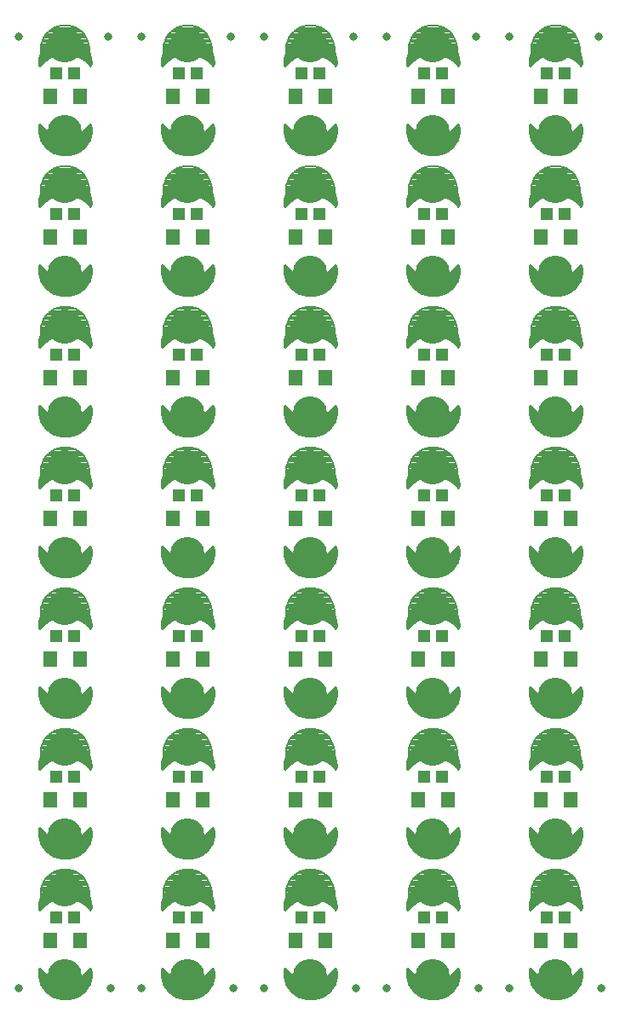
<source format=gts>
G75*
G70*
%OFA0B0*%
%FSLAX24Y24*%
%IPPOS*%
%LPD*%
%AMOC8*
5,1,8,0,0,1.08239X$1,22.5*
%
%ADD10C,0.0100*%
%ADD11R,0.0513X0.0474*%
%ADD12C,0.1346*%
%ADD13C,0.0080*%
%ADD14R,0.0552X0.0631*%
%ADD15C,0.0330*%
D10*
X001466Y000966D02*
X001439Y001109D01*
X001434Y001255D01*
X001450Y001400D01*
X001586Y001271D01*
X001738Y001162D01*
X001904Y001075D01*
X002080Y001012D01*
X002263Y000973D01*
X002450Y000960D01*
X002637Y000973D01*
X002820Y001012D01*
X002996Y001075D01*
X003162Y001162D01*
X003314Y001271D01*
X003450Y001400D01*
X003469Y001255D01*
X003465Y001108D01*
X003439Y000964D01*
X003391Y000825D01*
X003322Y000695D01*
X003235Y000577D01*
X003130Y000474D01*
X003011Y000389D01*
X002881Y000322D01*
X002741Y000276D01*
X002597Y000252D01*
X002450Y000250D01*
X002304Y000254D01*
X002160Y000280D01*
X002022Y000326D01*
X001893Y000394D01*
X001775Y000480D01*
X001671Y000582D01*
X001584Y000699D01*
X001515Y000828D01*
X001466Y000966D01*
X001465Y000974D02*
X002259Y000974D01*
X002641Y000974D02*
X003440Y000974D01*
X003458Y001072D02*
X002989Y001072D01*
X003174Y001171D02*
X003466Y001171D01*
X003467Y001269D02*
X003312Y001269D01*
X003416Y001368D02*
X003454Y001368D01*
X003408Y000875D02*
X001498Y000875D01*
X001542Y000777D02*
X003365Y000777D01*
X003310Y000678D02*
X001599Y000678D01*
X001673Y000580D02*
X003237Y000580D01*
X003137Y000481D02*
X001773Y000481D01*
X001913Y000383D02*
X003000Y000383D01*
X002767Y000284D02*
X002146Y000284D01*
X001911Y001072D02*
X001446Y001072D01*
X001437Y001171D02*
X001726Y001171D01*
X001588Y001269D02*
X001435Y001269D01*
X001446Y001368D02*
X001484Y001368D01*
X001450Y003700D02*
X001438Y003844D01*
X001448Y003988D01*
X001478Y004129D01*
X001528Y004265D01*
X001597Y004391D01*
X001683Y004507D01*
X001786Y004609D01*
X001902Y004695D01*
X002029Y004763D01*
X002164Y004812D01*
X002306Y004842D01*
X002450Y004850D01*
X002607Y004839D01*
X002760Y004803D01*
X002906Y004744D01*
X003040Y004663D01*
X003161Y004562D01*
X003264Y004444D01*
X003347Y004310D01*
X003409Y004166D01*
X003447Y004013D01*
X003461Y003857D01*
X003450Y003700D01*
X003334Y003837D01*
X003200Y003955D01*
X003051Y004053D01*
X002888Y004129D01*
X002717Y004180D01*
X002540Y004206D01*
X002360Y004206D01*
X002183Y004180D01*
X002012Y004129D01*
X001849Y004053D01*
X001700Y003955D01*
X001566Y003837D01*
X001450Y003700D01*
X001447Y003732D02*
X001477Y003732D01*
X001439Y003831D02*
X001560Y003831D01*
X001670Y003929D02*
X001444Y003929D01*
X001456Y004028D02*
X001810Y004028D01*
X002006Y004126D02*
X001477Y004126D01*
X001513Y004225D02*
X003384Y004225D01*
X003419Y004126D02*
X002894Y004126D01*
X003090Y004028D02*
X003443Y004028D01*
X003454Y003929D02*
X003230Y003929D01*
X003340Y003831D02*
X003459Y003831D01*
X003452Y003732D02*
X003423Y003732D01*
X003339Y004323D02*
X001559Y004323D01*
X001619Y004422D02*
X003278Y004422D01*
X003197Y004520D02*
X001696Y004520D01*
X001799Y004619D02*
X003094Y004619D01*
X002951Y004717D02*
X001943Y004717D01*
X002180Y004816D02*
X002707Y004816D01*
X002597Y005752D02*
X002741Y005776D01*
X002881Y005822D01*
X003011Y005889D01*
X003130Y005974D01*
X003235Y006077D01*
X003322Y006195D01*
X003391Y006325D01*
X003439Y006464D01*
X003465Y006608D01*
X003469Y006755D01*
X003450Y006900D01*
X003314Y006771D01*
X003162Y006662D01*
X002996Y006575D01*
X002820Y006512D01*
X002637Y006473D01*
X002450Y006460D01*
X002263Y006473D01*
X002080Y006512D01*
X001904Y006575D01*
X001738Y006662D01*
X001586Y006771D01*
X001450Y006900D01*
X001434Y006755D01*
X001439Y006609D01*
X001466Y006466D01*
X001515Y006328D01*
X001584Y006199D01*
X001671Y006082D01*
X001775Y005980D01*
X001893Y005894D01*
X002022Y005826D01*
X002160Y005780D01*
X002304Y005754D01*
X002450Y005750D01*
X002597Y005752D01*
X002816Y005801D02*
X002099Y005801D01*
X001885Y005899D02*
X003026Y005899D01*
X003154Y005998D02*
X001756Y005998D01*
X001660Y006096D02*
X003248Y006096D01*
X003322Y006195D02*
X001587Y006195D01*
X001534Y006293D02*
X003374Y006293D01*
X003414Y006392D02*
X001492Y006392D01*
X001462Y006490D02*
X002183Y006490D01*
X001878Y006589D02*
X001443Y006589D01*
X001436Y006687D02*
X001703Y006687D01*
X001571Y006786D02*
X001437Y006786D01*
X001448Y006884D02*
X001467Y006884D01*
X002717Y006490D02*
X003443Y006490D01*
X003461Y006589D02*
X003022Y006589D01*
X003197Y006687D02*
X003467Y006687D01*
X003465Y006786D02*
X003329Y006786D01*
X003433Y006884D02*
X003452Y006884D01*
X003450Y009200D02*
X003461Y009357D01*
X003447Y009513D01*
X003409Y009666D01*
X003347Y009810D01*
X003264Y009944D01*
X003161Y010062D01*
X003040Y010163D01*
X002906Y010244D01*
X002760Y010303D01*
X002607Y010339D01*
X002450Y010350D01*
X002306Y010342D01*
X002164Y010312D01*
X002029Y010263D01*
X001902Y010195D01*
X001786Y010109D01*
X001683Y010007D01*
X001597Y009891D01*
X001528Y009765D01*
X001478Y009629D01*
X001448Y009488D01*
X001438Y009344D01*
X001450Y009200D01*
X001566Y009337D01*
X001700Y009455D01*
X001849Y009553D01*
X002012Y009629D01*
X002183Y009680D01*
X002360Y009706D01*
X002540Y009706D01*
X002717Y009680D01*
X002888Y009629D01*
X003051Y009553D01*
X003200Y009455D01*
X003334Y009337D01*
X003450Y009200D01*
X003453Y009248D02*
X003409Y009248D01*
X003460Y009347D02*
X003323Y009347D01*
X003212Y009445D02*
X003453Y009445D01*
X003439Y009544D02*
X003066Y009544D01*
X002844Y009642D02*
X003415Y009642D01*
X003377Y009741D02*
X001519Y009741D01*
X001482Y009642D02*
X002056Y009642D01*
X001834Y009544D02*
X001459Y009544D01*
X001445Y009445D02*
X001688Y009445D01*
X001577Y009347D02*
X001439Y009347D01*
X001446Y009248D02*
X001491Y009248D01*
X001568Y009839D02*
X003329Y009839D01*
X003268Y009938D02*
X001631Y009938D01*
X001713Y010036D02*
X003183Y010036D01*
X003074Y010135D02*
X001820Y010135D01*
X001973Y010233D02*
X002924Y010233D01*
X002638Y010332D02*
X002258Y010332D01*
X002304Y011254D02*
X002160Y011280D01*
X002022Y011326D01*
X001893Y011394D01*
X001775Y011480D01*
X001671Y011582D01*
X001584Y011699D01*
X001515Y011828D01*
X001466Y011966D01*
X001439Y012109D01*
X001434Y012255D01*
X001450Y012400D01*
X001586Y012271D01*
X001738Y012162D01*
X001904Y012075D01*
X002080Y012012D01*
X002263Y011973D01*
X002450Y011960D01*
X002637Y011973D01*
X002820Y012012D01*
X002996Y012075D01*
X003162Y012162D01*
X003314Y012271D01*
X003450Y012400D01*
X003469Y012255D01*
X003465Y012108D01*
X003439Y011964D01*
X003391Y011825D01*
X003322Y011695D01*
X003235Y011577D01*
X003130Y011474D01*
X003011Y011389D01*
X002881Y011322D01*
X002741Y011276D01*
X002597Y011252D01*
X002450Y011250D01*
X002304Y011254D01*
X002051Y011317D02*
X002864Y011317D01*
X003048Y011415D02*
X001863Y011415D01*
X001740Y011514D02*
X003170Y011514D01*
X003260Y011612D02*
X001649Y011612D01*
X001578Y011711D02*
X003330Y011711D01*
X003382Y011809D02*
X001525Y011809D01*
X001487Y011908D02*
X003419Y011908D01*
X003446Y012006D02*
X002793Y012006D01*
X003052Y012105D02*
X003464Y012105D01*
X003467Y012203D02*
X003219Y012203D01*
X003346Y012302D02*
X003463Y012302D01*
X002107Y012006D02*
X001459Y012006D01*
X001440Y012105D02*
X001848Y012105D01*
X001681Y012203D02*
X001435Y012203D01*
X001439Y012302D02*
X001554Y012302D01*
X001450Y014700D02*
X001438Y014844D01*
X001448Y014988D01*
X001478Y015129D01*
X001528Y015265D01*
X001597Y015391D01*
X001683Y015507D01*
X001786Y015609D01*
X001902Y015695D01*
X002029Y015763D01*
X002164Y015812D01*
X002306Y015842D01*
X002450Y015850D01*
X002607Y015839D01*
X002760Y015803D01*
X002906Y015744D01*
X003040Y015663D01*
X003161Y015562D01*
X003264Y015444D01*
X003347Y015310D01*
X003409Y015166D01*
X003447Y015013D01*
X003461Y014857D01*
X003450Y014700D01*
X003334Y014837D01*
X003200Y014955D01*
X003051Y015053D01*
X002888Y015129D01*
X002717Y015180D01*
X002540Y015206D01*
X002360Y015206D01*
X002183Y015180D01*
X002012Y015129D01*
X001849Y015053D01*
X001700Y014955D01*
X001566Y014837D01*
X001450Y014700D01*
X001445Y014764D02*
X001504Y014764D01*
X001440Y014863D02*
X001595Y014863D01*
X001708Y014961D02*
X001446Y014961D01*
X001463Y015060D02*
X001862Y015060D01*
X002110Y015158D02*
X001488Y015158D01*
X001525Y015257D02*
X003370Y015257D01*
X003411Y015158D02*
X002790Y015158D01*
X003038Y015060D02*
X003435Y015060D01*
X003451Y014961D02*
X003192Y014961D01*
X003305Y014863D02*
X003460Y014863D01*
X003454Y014764D02*
X003396Y014764D01*
X003319Y015355D02*
X001577Y015355D01*
X001643Y015454D02*
X003255Y015454D01*
X003169Y015552D02*
X001729Y015552D01*
X001842Y015651D02*
X003055Y015651D01*
X002894Y015749D02*
X002003Y015749D01*
X002408Y015848D02*
X002485Y015848D01*
X002450Y016750D02*
X002304Y016754D01*
X002160Y016780D01*
X002022Y016826D01*
X001893Y016894D01*
X001775Y016980D01*
X001671Y017082D01*
X001584Y017199D01*
X001515Y017328D01*
X001466Y017466D01*
X001439Y017609D01*
X001434Y017755D01*
X001450Y017900D01*
X001586Y017771D01*
X001738Y017662D01*
X001904Y017575D01*
X002080Y017512D01*
X002263Y017473D01*
X002450Y017460D01*
X002637Y017473D01*
X002820Y017512D01*
X002996Y017575D01*
X003162Y017662D01*
X003314Y017771D01*
X003450Y017900D01*
X003469Y017755D01*
X003465Y017608D01*
X003439Y017464D01*
X003391Y017325D01*
X001516Y017325D01*
X001481Y017424D02*
X003425Y017424D01*
X003449Y017522D02*
X002849Y017522D01*
X003083Y017621D02*
X003465Y017621D01*
X003468Y017719D02*
X003242Y017719D01*
X003363Y017818D02*
X003461Y017818D01*
X003391Y017325D02*
X003322Y017195D01*
X003235Y017077D01*
X003130Y016974D01*
X003011Y016889D01*
X002881Y016822D01*
X002741Y016776D01*
X002597Y016752D01*
X002450Y016750D01*
X002010Y016833D02*
X002901Y016833D01*
X003070Y016931D02*
X001841Y016931D01*
X001724Y017030D02*
X003186Y017030D01*
X003272Y017128D02*
X001637Y017128D01*
X001569Y017227D02*
X003339Y017227D01*
X002051Y017522D02*
X001456Y017522D01*
X001439Y017621D02*
X001817Y017621D01*
X001658Y017719D02*
X001435Y017719D01*
X001441Y017818D02*
X001537Y017818D01*
X001450Y020200D02*
X001438Y020344D01*
X001448Y020488D01*
X001478Y020629D01*
X001528Y020765D01*
X001597Y020891D01*
X001683Y021007D01*
X001786Y021109D01*
X001902Y021195D01*
X002029Y021263D01*
X002164Y021312D01*
X002306Y021342D01*
X002450Y021350D01*
X002607Y021339D01*
X002760Y021303D01*
X002906Y021244D01*
X003040Y021163D01*
X003161Y021062D01*
X003264Y020944D01*
X003347Y020810D01*
X003409Y020666D01*
X003447Y020513D01*
X003461Y020357D01*
X003450Y020200D01*
X003334Y020337D01*
X003200Y020455D01*
X003051Y020553D01*
X002888Y020629D01*
X002717Y020680D01*
X002540Y020706D01*
X002360Y020706D01*
X002183Y020680D01*
X002012Y020629D01*
X001849Y020553D01*
X001700Y020455D01*
X001566Y020337D01*
X001450Y020200D01*
X001444Y020280D02*
X001518Y020280D01*
X001441Y020379D02*
X001613Y020379D01*
X001733Y020477D02*
X001447Y020477D01*
X001466Y020576D02*
X001897Y020576D01*
X002163Y020674D02*
X001494Y020674D01*
X001532Y020773D02*
X003363Y020773D01*
X003405Y020674D02*
X002737Y020674D01*
X003003Y020576D02*
X003431Y020576D01*
X003450Y020477D02*
X003167Y020477D01*
X003287Y020379D02*
X003459Y020379D01*
X003455Y020280D02*
X003382Y020280D01*
X003309Y020871D02*
X001586Y020871D01*
X001655Y020970D02*
X003241Y020970D01*
X003154Y021068D02*
X001745Y021068D01*
X001864Y021167D02*
X003035Y021167D01*
X002854Y021265D02*
X002034Y021265D01*
X002160Y022280D02*
X002304Y022254D01*
X002450Y022250D01*
X002597Y022252D01*
X002741Y022276D01*
X002881Y022322D01*
X003011Y022389D01*
X003130Y022474D01*
X003235Y022577D01*
X003322Y022695D01*
X003391Y022825D01*
X003439Y022964D01*
X003465Y023108D01*
X003469Y023255D01*
X003450Y023400D01*
X003314Y023271D01*
X003162Y023162D01*
X002996Y023075D01*
X002820Y023012D01*
X002637Y022973D01*
X002450Y022960D01*
X002263Y022973D01*
X002080Y023012D01*
X001904Y023075D01*
X001738Y023162D01*
X001586Y023271D01*
X001450Y023400D01*
X001434Y023255D01*
X001439Y023109D01*
X001466Y022966D01*
X001515Y022828D01*
X001584Y022699D01*
X001671Y022582D01*
X001775Y022480D01*
X001893Y022394D01*
X002022Y022326D01*
X002160Y022280D01*
X001980Y022349D02*
X002933Y022349D01*
X003092Y022447D02*
X001819Y022447D01*
X001708Y022546D02*
X003202Y022546D01*
X003284Y022644D02*
X001625Y022644D01*
X001560Y022743D02*
X003347Y022743D01*
X003396Y022841D02*
X001510Y022841D01*
X001476Y022940D02*
X003430Y022940D01*
X003452Y023038D02*
X002893Y023038D01*
X003113Y023137D02*
X003465Y023137D01*
X003468Y023235D02*
X003264Y023235D01*
X003380Y023334D02*
X003458Y023334D01*
X002454Y022250D02*
X002448Y022250D01*
X002007Y023038D02*
X001453Y023038D01*
X001438Y023137D02*
X001787Y023137D01*
X001636Y023235D02*
X001434Y023235D01*
X001442Y023334D02*
X001520Y023334D01*
X001450Y025700D02*
X001438Y025844D01*
X001448Y025988D01*
X001478Y026129D01*
X001528Y026265D01*
X001597Y026391D01*
X001683Y026507D01*
X001786Y026609D01*
X001902Y026695D01*
X002029Y026763D01*
X002164Y026812D01*
X002306Y026842D01*
X002450Y026850D01*
X002607Y026839D01*
X002760Y026803D01*
X002906Y026744D01*
X003040Y026663D01*
X003161Y026562D01*
X003264Y026444D01*
X003347Y026310D01*
X003409Y026166D01*
X003447Y026013D01*
X003461Y025857D01*
X003450Y025700D01*
X003334Y025837D01*
X003200Y025955D01*
X003051Y026053D01*
X002888Y026129D01*
X002717Y026180D01*
X002540Y026206D01*
X002360Y026206D01*
X002183Y026180D01*
X002012Y026129D01*
X001849Y026053D01*
X001700Y025955D01*
X001566Y025837D01*
X001450Y025700D01*
X001442Y025796D02*
X001531Y025796D01*
X001442Y025895D02*
X001631Y025895D01*
X001757Y025993D02*
X001449Y025993D01*
X001470Y026092D02*
X001931Y026092D01*
X002252Y026190D02*
X001500Y026190D01*
X001541Y026289D02*
X003356Y026289D01*
X003398Y026190D02*
X002648Y026190D01*
X002815Y026781D02*
X002078Y026781D01*
X001885Y026683D02*
X003008Y026683D01*
X003135Y026584D02*
X001761Y026584D01*
X001667Y026486D02*
X003227Y026486D01*
X003299Y026387D02*
X001594Y026387D01*
X002022Y027826D02*
X001893Y027894D01*
X001775Y027980D01*
X001671Y028082D01*
X001584Y028199D01*
X001515Y028328D01*
X001466Y028466D01*
X001439Y028609D01*
X001434Y028755D01*
X001450Y028900D01*
X001586Y028771D01*
X001738Y028662D01*
X001904Y028575D01*
X002080Y028512D01*
X002263Y028473D01*
X002450Y028460D01*
X002637Y028473D01*
X002820Y028512D01*
X002996Y028575D01*
X003162Y028662D01*
X003314Y028771D01*
X003450Y028900D01*
X003469Y028755D01*
X003465Y028608D01*
X003439Y028464D01*
X003391Y028325D01*
X003322Y028195D01*
X003235Y028077D01*
X003130Y027974D01*
X003011Y027889D01*
X002881Y027822D01*
X002741Y027776D01*
X002597Y027752D01*
X002450Y027750D01*
X002304Y027754D01*
X002160Y027780D01*
X002022Y027826D01*
X001949Y027865D02*
X002964Y027865D01*
X003114Y027963D02*
X001797Y027963D01*
X001692Y028062D02*
X003219Y028062D01*
X003296Y028160D02*
X001613Y028160D01*
X001552Y028259D02*
X003356Y028259D01*
X003402Y028357D02*
X001505Y028357D01*
X001470Y028456D02*
X003436Y028456D01*
X003455Y028554D02*
X002938Y028554D01*
X003144Y028653D02*
X003466Y028653D01*
X003468Y028751D02*
X003286Y028751D01*
X003397Y028850D02*
X003456Y028850D01*
X002682Y027766D02*
X002236Y027766D01*
X001962Y028554D02*
X001449Y028554D01*
X001437Y028653D02*
X001756Y028653D01*
X001614Y028751D02*
X001434Y028751D01*
X001444Y028850D02*
X001503Y028850D01*
X001450Y031200D02*
X001438Y031344D01*
X001448Y031488D01*
X001478Y031629D01*
X001528Y031765D01*
X001597Y031891D01*
X001683Y032007D01*
X001786Y032109D01*
X001902Y032195D01*
X002029Y032263D01*
X002164Y032312D01*
X002306Y032342D01*
X002450Y032350D01*
X002607Y032339D01*
X002760Y032303D01*
X002906Y032244D01*
X003040Y032163D01*
X003161Y032062D01*
X003264Y031944D01*
X003347Y031810D01*
X003409Y031666D01*
X003447Y031513D01*
X003461Y031357D01*
X003450Y031200D01*
X003334Y031337D01*
X003200Y031455D01*
X003051Y031553D01*
X002888Y031629D01*
X002717Y031680D01*
X002540Y031706D01*
X002360Y031706D01*
X002183Y031680D01*
X002012Y031629D01*
X001849Y031553D01*
X001700Y031455D01*
X001566Y031337D01*
X001450Y031200D01*
X001449Y031214D02*
X001461Y031214D01*
X001441Y031312D02*
X001545Y031312D01*
X001443Y031411D02*
X001649Y031411D01*
X001782Y031509D02*
X001452Y031509D01*
X001473Y031608D02*
X001966Y031608D01*
X001777Y032100D02*
X003116Y032100D01*
X003213Y032002D02*
X001679Y032002D01*
X001605Y031903D02*
X003289Y031903D01*
X003350Y031805D02*
X001549Y031805D01*
X001506Y031706D02*
X003391Y031706D01*
X003423Y031608D02*
X002934Y031608D01*
X003118Y031509D02*
X003447Y031509D01*
X003456Y031411D02*
X003251Y031411D01*
X003355Y031312D02*
X003458Y031312D01*
X003451Y031214D02*
X003439Y031214D01*
X002982Y032199D02*
X001909Y032199D01*
X002123Y032297D02*
X002775Y032297D01*
X002597Y033252D02*
X002741Y033276D01*
X002881Y033322D01*
X003011Y033389D01*
X003130Y033474D01*
X003235Y033577D01*
X003322Y033695D01*
X003391Y033825D01*
X003439Y033964D01*
X003465Y034108D01*
X003469Y034255D01*
X003450Y034400D01*
X003314Y034271D01*
X003162Y034162D01*
X002996Y034075D01*
X002820Y034012D01*
X002637Y033973D01*
X002450Y033960D01*
X002263Y033973D01*
X002080Y034012D01*
X001904Y034075D01*
X001738Y034162D01*
X001586Y034271D01*
X001450Y034400D01*
X001434Y034255D01*
X001439Y034109D01*
X001466Y033966D01*
X001515Y033828D01*
X001584Y033699D01*
X001671Y033582D01*
X001775Y033480D01*
X001893Y033394D01*
X002022Y033326D01*
X002160Y033280D01*
X002304Y033254D01*
X002450Y033250D01*
X002597Y033252D01*
X002760Y033282D02*
X002153Y033282D01*
X001918Y033381D02*
X002995Y033381D01*
X003135Y033479D02*
X001775Y033479D01*
X001675Y033578D02*
X003235Y033578D01*
X003308Y033676D02*
X001601Y033676D01*
X001543Y033775D02*
X003364Y033775D01*
X003407Y033873D02*
X001499Y033873D01*
X001465Y033972D02*
X002287Y033972D01*
X002613Y033972D02*
X003440Y033972D01*
X003458Y034070D02*
X002982Y034070D01*
X003171Y034169D02*
X003466Y034169D01*
X003467Y034267D02*
X003309Y034267D01*
X003414Y034366D02*
X003454Y034366D01*
X003450Y036700D02*
X003334Y036837D01*
X003200Y036955D01*
X003051Y037053D01*
X002888Y037129D01*
X002717Y037180D01*
X002540Y037206D01*
X002360Y037206D01*
X002183Y037180D01*
X002012Y037129D01*
X001849Y037053D01*
X001700Y036955D01*
X001566Y036837D01*
X001450Y036700D01*
X001438Y036844D01*
X001448Y036988D01*
X001478Y037129D01*
X001528Y037265D01*
X001597Y037391D01*
X001683Y037507D01*
X001786Y037609D01*
X001902Y037695D01*
X002029Y037763D01*
X002164Y037812D01*
X002306Y037842D01*
X002450Y037850D01*
X002607Y037839D01*
X002760Y037803D01*
X002906Y037744D01*
X003040Y037663D01*
X003161Y037562D01*
X003264Y037444D01*
X003347Y037310D01*
X003409Y037166D01*
X003447Y037013D01*
X003461Y036857D01*
X003450Y036700D01*
X003452Y036730D02*
X003425Y036730D01*
X003459Y036828D02*
X003342Y036828D01*
X003233Y036927D02*
X003454Y036927D01*
X003444Y037025D02*
X003094Y037025D01*
X002900Y037124D02*
X003419Y037124D01*
X003385Y037222D02*
X001512Y037222D01*
X001476Y037124D02*
X002000Y037124D01*
X001806Y037025D02*
X001456Y037025D01*
X001444Y036927D02*
X001667Y036927D01*
X001558Y036828D02*
X001440Y036828D01*
X001448Y036730D02*
X001475Y036730D01*
X001558Y037321D02*
X003341Y037321D01*
X003279Y037419D02*
X001617Y037419D01*
X001694Y037518D02*
X003199Y037518D01*
X003096Y037616D02*
X001796Y037616D01*
X001939Y037715D02*
X002955Y037715D01*
X002718Y037813D02*
X002168Y037813D01*
X001486Y034366D02*
X001446Y034366D01*
X001435Y034267D02*
X001591Y034267D01*
X001729Y034169D02*
X001437Y034169D01*
X001446Y034070D02*
X001918Y034070D01*
X006234Y034255D02*
X006239Y034109D01*
X006266Y033966D01*
X006315Y033828D01*
X006384Y033699D01*
X006471Y033582D01*
X006575Y033480D01*
X006693Y033394D01*
X006822Y033326D01*
X006960Y033280D01*
X007104Y033254D01*
X007250Y033250D01*
X007397Y033252D01*
X007541Y033276D01*
X007681Y033322D01*
X007811Y033389D01*
X007930Y033474D01*
X008035Y033577D01*
X008122Y033695D01*
X008191Y033825D01*
X008239Y033964D01*
X008265Y034108D01*
X008269Y034255D01*
X008250Y034400D01*
X008114Y034271D01*
X007962Y034162D01*
X007796Y034075D01*
X007620Y034012D01*
X007437Y033973D01*
X007250Y033960D01*
X007063Y033973D01*
X006880Y034012D01*
X006704Y034075D01*
X006538Y034162D01*
X006386Y034271D01*
X006250Y034400D01*
X006234Y034255D01*
X006235Y034267D02*
X006391Y034267D01*
X006286Y034366D02*
X006246Y034366D01*
X006237Y034169D02*
X006529Y034169D01*
X006718Y034070D02*
X006246Y034070D01*
X006265Y033972D02*
X007087Y033972D01*
X007413Y033972D02*
X008240Y033972D01*
X008258Y034070D02*
X007782Y034070D01*
X007971Y034169D02*
X008266Y034169D01*
X008267Y034267D02*
X008109Y034267D01*
X008214Y034366D02*
X008254Y034366D01*
X008207Y033873D02*
X006299Y033873D01*
X006343Y033775D02*
X008164Y033775D01*
X008108Y033676D02*
X006401Y033676D01*
X006475Y033578D02*
X008035Y033578D01*
X007935Y033479D02*
X006575Y033479D01*
X006718Y033381D02*
X007795Y033381D01*
X007560Y033282D02*
X006953Y033282D01*
X007106Y032342D02*
X006964Y032312D01*
X006829Y032263D01*
X006702Y032195D01*
X006586Y032109D01*
X006483Y032007D01*
X006397Y031891D01*
X006328Y031765D01*
X006278Y031629D01*
X006248Y031488D01*
X006238Y031344D01*
X006250Y031200D01*
X006366Y031337D01*
X006500Y031455D01*
X006649Y031553D01*
X006812Y031629D01*
X006983Y031680D01*
X007160Y031706D01*
X007340Y031706D01*
X007517Y031680D01*
X007688Y031629D01*
X007851Y031553D01*
X008000Y031455D01*
X008134Y031337D01*
X008250Y031200D01*
X008261Y031357D01*
X008247Y031513D01*
X008209Y031666D01*
X008147Y031810D01*
X008064Y031944D01*
X007961Y032062D01*
X007840Y032163D01*
X007706Y032244D01*
X007560Y032303D01*
X007407Y032339D01*
X007250Y032350D01*
X007106Y032342D01*
X006923Y032297D02*
X007575Y032297D01*
X007782Y032199D02*
X006709Y032199D01*
X006577Y032100D02*
X007916Y032100D01*
X008013Y032002D02*
X006479Y032002D01*
X006405Y031903D02*
X008089Y031903D01*
X008150Y031805D02*
X006349Y031805D01*
X006306Y031706D02*
X008191Y031706D01*
X008223Y031608D02*
X007734Y031608D01*
X007918Y031509D02*
X008247Y031509D01*
X008256Y031411D02*
X008051Y031411D01*
X008155Y031312D02*
X008258Y031312D01*
X008251Y031214D02*
X008239Y031214D01*
X006766Y031608D02*
X006273Y031608D01*
X006252Y031509D02*
X006582Y031509D01*
X006449Y031411D02*
X006243Y031411D01*
X006241Y031312D02*
X006345Y031312D01*
X006261Y031214D02*
X006249Y031214D01*
X006250Y028900D02*
X006234Y028755D01*
X006239Y028609D01*
X006266Y028466D01*
X006315Y028328D01*
X006384Y028199D01*
X006471Y028082D01*
X006575Y027980D01*
X006693Y027894D01*
X006822Y027826D01*
X006960Y027780D01*
X007104Y027754D01*
X007250Y027750D01*
X007397Y027752D01*
X007541Y027776D01*
X007681Y027822D01*
X007811Y027889D01*
X007930Y027974D01*
X008035Y028077D01*
X008122Y028195D01*
X008191Y028325D01*
X008239Y028464D01*
X008265Y028608D01*
X008269Y028755D01*
X008250Y028900D01*
X008114Y028771D01*
X007962Y028662D01*
X007796Y028575D01*
X007620Y028512D01*
X007437Y028473D01*
X007250Y028460D01*
X007063Y028473D01*
X006880Y028512D01*
X006704Y028575D01*
X006538Y028662D01*
X006386Y028771D01*
X006250Y028900D01*
X006244Y028850D02*
X006303Y028850D01*
X006234Y028751D02*
X006414Y028751D01*
X006556Y028653D02*
X006237Y028653D01*
X006249Y028554D02*
X006762Y028554D01*
X006305Y028357D02*
X008202Y028357D01*
X008236Y028456D02*
X006270Y028456D01*
X006352Y028259D02*
X008156Y028259D01*
X008096Y028160D02*
X006413Y028160D01*
X006492Y028062D02*
X008019Y028062D01*
X007914Y027963D02*
X006597Y027963D01*
X006749Y027865D02*
X007764Y027865D01*
X007482Y027766D02*
X007036Y027766D01*
X007106Y026842D02*
X006964Y026812D01*
X006829Y026763D01*
X006702Y026695D01*
X006586Y026609D01*
X006483Y026507D01*
X006397Y026391D01*
X006328Y026265D01*
X006278Y026129D01*
X006248Y025988D01*
X006238Y025844D01*
X006250Y025700D01*
X006366Y025837D01*
X006500Y025955D01*
X006649Y026053D01*
X006812Y026129D01*
X006983Y026180D01*
X007160Y026206D01*
X007340Y026206D01*
X007517Y026180D01*
X007688Y026129D01*
X007851Y026053D01*
X008000Y025955D01*
X008134Y025837D01*
X008250Y025700D01*
X008261Y025857D01*
X008247Y026013D01*
X008209Y026166D01*
X008147Y026310D01*
X008064Y026444D01*
X007961Y026562D01*
X007840Y026663D01*
X007706Y026744D01*
X007560Y026803D01*
X007407Y026839D01*
X007250Y026850D01*
X007106Y026842D01*
X006878Y026781D02*
X007615Y026781D01*
X007808Y026683D02*
X006685Y026683D01*
X006561Y026584D02*
X007935Y026584D01*
X008027Y026486D02*
X006467Y026486D01*
X006394Y026387D02*
X008099Y026387D01*
X008156Y026289D02*
X006341Y026289D01*
X006300Y026190D02*
X007052Y026190D01*
X007448Y026190D02*
X008198Y026190D01*
X008227Y026092D02*
X007769Y026092D01*
X007943Y025993D02*
X008249Y025993D01*
X008257Y025895D02*
X008069Y025895D01*
X008169Y025796D02*
X008257Y025796D01*
X006731Y026092D02*
X006270Y026092D01*
X006249Y025993D02*
X006557Y025993D01*
X006431Y025895D02*
X006242Y025895D01*
X006242Y025796D02*
X006331Y025796D01*
X006250Y023400D02*
X006234Y023255D01*
X006239Y023109D01*
X006266Y022966D01*
X006315Y022828D01*
X006384Y022699D01*
X006471Y022582D01*
X006575Y022480D01*
X006693Y022394D01*
X006822Y022326D01*
X006960Y022280D01*
X007104Y022254D01*
X007250Y022250D01*
X007397Y022252D01*
X007541Y022276D01*
X007681Y022322D01*
X007811Y022389D01*
X007930Y022474D01*
X008035Y022577D01*
X008122Y022695D01*
X008191Y022825D01*
X008239Y022964D01*
X008265Y023108D01*
X008269Y023255D01*
X008250Y023400D01*
X008114Y023271D01*
X007962Y023162D01*
X007796Y023075D01*
X007620Y023012D01*
X007437Y022973D01*
X007250Y022960D01*
X007063Y022973D01*
X006880Y023012D01*
X006704Y023075D01*
X006538Y023162D01*
X006386Y023271D01*
X006250Y023400D01*
X006242Y023334D02*
X006320Y023334D01*
X006234Y023235D02*
X006436Y023235D01*
X006587Y023137D02*
X006238Y023137D01*
X006253Y023038D02*
X006807Y023038D01*
X006508Y022546D02*
X008002Y022546D01*
X008084Y022644D02*
X006425Y022644D01*
X006360Y022743D02*
X008147Y022743D01*
X008196Y022841D02*
X006310Y022841D01*
X006276Y022940D02*
X008230Y022940D01*
X008252Y023038D02*
X007693Y023038D01*
X007913Y023137D02*
X008265Y023137D01*
X008268Y023235D02*
X008064Y023235D01*
X008180Y023334D02*
X008258Y023334D01*
X007892Y022447D02*
X006619Y022447D01*
X006780Y022349D02*
X007733Y022349D01*
X007254Y022250D02*
X007248Y022250D01*
X007250Y021350D02*
X007106Y021342D01*
X006964Y021312D01*
X006829Y021263D01*
X006702Y021195D01*
X006586Y021109D01*
X006483Y021007D01*
X006397Y020891D01*
X006328Y020765D01*
X006278Y020629D01*
X006248Y020488D01*
X006238Y020344D01*
X006250Y020200D01*
X006366Y020337D01*
X006500Y020455D01*
X006649Y020553D01*
X006812Y020629D01*
X006983Y020680D01*
X007160Y020706D01*
X007340Y020706D01*
X007517Y020680D01*
X007688Y020629D01*
X007851Y020553D01*
X008000Y020455D01*
X008134Y020337D01*
X008250Y020200D01*
X008261Y020357D01*
X008247Y020513D01*
X008209Y020666D01*
X008147Y020810D01*
X008064Y020944D01*
X007961Y021062D01*
X007840Y021163D01*
X007706Y021244D01*
X007560Y021303D01*
X007407Y021339D01*
X007250Y021350D01*
X007654Y021265D02*
X006834Y021265D01*
X006664Y021167D02*
X007835Y021167D01*
X007954Y021068D02*
X006545Y021068D01*
X006455Y020970D02*
X008041Y020970D01*
X008109Y020871D02*
X006386Y020871D01*
X006332Y020773D02*
X008163Y020773D01*
X008205Y020674D02*
X007537Y020674D01*
X007803Y020576D02*
X008231Y020576D01*
X008250Y020477D02*
X007967Y020477D01*
X008087Y020379D02*
X008259Y020379D01*
X008255Y020280D02*
X008182Y020280D01*
X006963Y020674D02*
X006294Y020674D01*
X006266Y020576D02*
X006697Y020576D01*
X006533Y020477D02*
X006247Y020477D01*
X006241Y020379D02*
X006413Y020379D01*
X006318Y020280D02*
X006244Y020280D01*
X006250Y017900D02*
X006234Y017755D01*
X006239Y017609D01*
X006266Y017466D01*
X006315Y017328D01*
X006384Y017199D01*
X006471Y017082D01*
X006575Y016980D01*
X006693Y016894D01*
X006822Y016826D01*
X006960Y016780D01*
X007104Y016754D01*
X007250Y016750D01*
X007397Y016752D01*
X007541Y016776D01*
X007681Y016822D01*
X007811Y016889D01*
X007930Y016974D01*
X008035Y017077D01*
X008122Y017195D01*
X008191Y017325D01*
X006316Y017325D01*
X006281Y017424D02*
X008225Y017424D01*
X008239Y017464D02*
X008265Y017608D01*
X008269Y017755D01*
X008250Y017900D01*
X008114Y017771D01*
X007962Y017662D01*
X007796Y017575D01*
X007620Y017512D01*
X007437Y017473D01*
X007250Y017460D01*
X007063Y017473D01*
X006880Y017512D01*
X006704Y017575D01*
X006538Y017662D01*
X006386Y017771D01*
X006250Y017900D01*
X006241Y017818D02*
X006337Y017818D01*
X006235Y017719D02*
X006458Y017719D01*
X006617Y017621D02*
X006239Y017621D01*
X006256Y017522D02*
X006851Y017522D01*
X006524Y017030D02*
X007986Y017030D01*
X008072Y017128D02*
X006437Y017128D01*
X006369Y017227D02*
X008139Y017227D01*
X008191Y017325D02*
X008239Y017464D01*
X008249Y017522D02*
X007649Y017522D01*
X007883Y017621D02*
X008265Y017621D01*
X008268Y017719D02*
X008042Y017719D01*
X008163Y017818D02*
X008261Y017818D01*
X007870Y016931D02*
X006641Y016931D01*
X006810Y016833D02*
X007701Y016833D01*
X007407Y015839D02*
X007250Y015850D01*
X007106Y015842D01*
X006964Y015812D01*
X006829Y015763D01*
X006702Y015695D01*
X006586Y015609D01*
X006483Y015507D01*
X006397Y015391D01*
X006328Y015265D01*
X006278Y015129D01*
X006248Y014988D01*
X006238Y014844D01*
X006250Y014700D01*
X006366Y014837D01*
X006500Y014955D01*
X006649Y015053D01*
X006812Y015129D01*
X006983Y015180D01*
X007160Y015206D01*
X007340Y015206D01*
X007517Y015180D01*
X007688Y015129D01*
X007851Y015053D01*
X008000Y014955D01*
X008134Y014837D01*
X008250Y014700D01*
X008261Y014857D01*
X008247Y015013D01*
X008209Y015166D01*
X008147Y015310D01*
X008064Y015444D01*
X007961Y015562D01*
X007840Y015663D01*
X007706Y015744D01*
X007560Y015803D01*
X007407Y015839D01*
X007285Y015848D02*
X007208Y015848D01*
X006803Y015749D02*
X007694Y015749D01*
X007855Y015651D02*
X006642Y015651D01*
X006529Y015552D02*
X007969Y015552D01*
X008055Y015454D02*
X006443Y015454D01*
X006377Y015355D02*
X008119Y015355D01*
X008170Y015257D02*
X006325Y015257D01*
X006288Y015158D02*
X006910Y015158D01*
X006662Y015060D02*
X006263Y015060D01*
X006246Y014961D02*
X006508Y014961D01*
X006395Y014863D02*
X006240Y014863D01*
X006245Y014764D02*
X006304Y014764D01*
X007590Y015158D02*
X008211Y015158D01*
X008235Y015060D02*
X007838Y015060D01*
X007992Y014961D02*
X008251Y014961D01*
X008260Y014863D02*
X008105Y014863D01*
X008196Y014764D02*
X008254Y014764D01*
X008250Y012400D02*
X008269Y012255D01*
X008265Y012108D01*
X008239Y011964D01*
X008191Y011825D01*
X008122Y011695D01*
X008035Y011577D01*
X007930Y011474D01*
X007811Y011389D01*
X007681Y011322D01*
X007541Y011276D01*
X007397Y011252D01*
X007250Y011250D01*
X007104Y011254D01*
X006960Y011280D01*
X006822Y011326D01*
X006693Y011394D01*
X006575Y011480D01*
X006471Y011582D01*
X006384Y011699D01*
X006315Y011828D01*
X006266Y011966D01*
X006239Y012109D01*
X006234Y012255D01*
X006250Y012400D01*
X006386Y012271D01*
X006538Y012162D01*
X006704Y012075D01*
X006880Y012012D01*
X007063Y011973D01*
X007250Y011960D01*
X007437Y011973D01*
X007620Y012012D01*
X007796Y012075D01*
X007962Y012162D01*
X008114Y012271D01*
X008250Y012400D01*
X008263Y012302D02*
X008146Y012302D01*
X008267Y012203D02*
X008019Y012203D01*
X007852Y012105D02*
X008264Y012105D01*
X008246Y012006D02*
X007593Y012006D01*
X008060Y011612D02*
X006449Y011612D01*
X006378Y011711D02*
X008130Y011711D01*
X008182Y011809D02*
X006325Y011809D01*
X006287Y011908D02*
X008219Y011908D01*
X007970Y011514D02*
X006540Y011514D01*
X006663Y011415D02*
X007848Y011415D01*
X007664Y011317D02*
X006851Y011317D01*
X006907Y012006D02*
X006259Y012006D01*
X006240Y012105D02*
X006648Y012105D01*
X006481Y012203D02*
X006235Y012203D01*
X006239Y012302D02*
X006354Y012302D01*
X006964Y010312D02*
X006829Y010263D01*
X006702Y010195D01*
X006586Y010109D01*
X006483Y010007D01*
X006397Y009891D01*
X006328Y009765D01*
X006278Y009629D01*
X006248Y009488D01*
X006238Y009344D01*
X006250Y009200D01*
X006366Y009337D01*
X006500Y009455D01*
X006649Y009553D01*
X006812Y009629D01*
X006983Y009680D01*
X007160Y009706D01*
X007340Y009706D01*
X007517Y009680D01*
X007688Y009629D01*
X007851Y009553D01*
X008000Y009455D01*
X008134Y009337D01*
X008250Y009200D01*
X008261Y009357D01*
X008247Y009513D01*
X008209Y009666D01*
X008147Y009810D01*
X008064Y009944D01*
X007961Y010062D01*
X007840Y010163D01*
X007706Y010244D01*
X007560Y010303D01*
X007407Y010339D01*
X007250Y010350D01*
X007106Y010342D01*
X006964Y010312D01*
X007058Y010332D02*
X007438Y010332D01*
X007644Y009642D02*
X008215Y009642D01*
X008239Y009544D02*
X007866Y009544D01*
X008012Y009445D02*
X008253Y009445D01*
X008260Y009347D02*
X008123Y009347D01*
X008209Y009248D02*
X008253Y009248D01*
X008177Y009741D02*
X006319Y009741D01*
X006282Y009642D02*
X006856Y009642D01*
X006634Y009544D02*
X006259Y009544D01*
X006245Y009445D02*
X006488Y009445D01*
X006377Y009347D02*
X006239Y009347D01*
X006246Y009248D02*
X006291Y009248D01*
X006368Y009839D02*
X008129Y009839D01*
X008068Y009938D02*
X006431Y009938D01*
X006513Y010036D02*
X007983Y010036D01*
X007874Y010135D02*
X006620Y010135D01*
X006773Y010233D02*
X007724Y010233D01*
X008250Y006900D02*
X008114Y006771D01*
X007962Y006662D01*
X007796Y006575D01*
X007620Y006512D01*
X007437Y006473D01*
X007250Y006460D01*
X007063Y006473D01*
X006880Y006512D01*
X006704Y006575D01*
X006538Y006662D01*
X006386Y006771D01*
X006250Y006900D01*
X006234Y006755D01*
X006239Y006609D01*
X006266Y006466D01*
X006315Y006328D01*
X006384Y006199D01*
X006471Y006082D01*
X006575Y005980D01*
X006693Y005894D01*
X006822Y005826D01*
X006960Y005780D01*
X007104Y005754D01*
X007250Y005750D01*
X007397Y005752D01*
X007541Y005776D01*
X007681Y005822D01*
X007811Y005889D01*
X007930Y005974D01*
X008035Y006077D01*
X008122Y006195D01*
X008191Y006325D01*
X008239Y006464D01*
X008265Y006608D01*
X008269Y006755D01*
X008250Y006900D01*
X008252Y006884D02*
X008233Y006884D01*
X008265Y006786D02*
X008129Y006786D01*
X007997Y006687D02*
X008267Y006687D01*
X008261Y006589D02*
X007822Y006589D01*
X007517Y006490D02*
X008243Y006490D01*
X008214Y006392D02*
X006292Y006392D01*
X006262Y006490D02*
X006983Y006490D01*
X006678Y006589D02*
X006243Y006589D01*
X006236Y006687D02*
X006503Y006687D01*
X006371Y006786D02*
X006237Y006786D01*
X006248Y006884D02*
X006267Y006884D01*
X006334Y006293D02*
X008174Y006293D01*
X008122Y006195D02*
X006387Y006195D01*
X006460Y006096D02*
X008048Y006096D01*
X007954Y005998D02*
X006556Y005998D01*
X006685Y005899D02*
X007826Y005899D01*
X007616Y005801D02*
X006899Y005801D01*
X007106Y004842D02*
X006964Y004812D01*
X006829Y004763D01*
X006702Y004695D01*
X006586Y004609D01*
X006483Y004507D01*
X006397Y004391D01*
X006328Y004265D01*
X006278Y004129D01*
X006248Y003988D01*
X006238Y003844D01*
X006250Y003700D01*
X006366Y003837D01*
X006500Y003955D01*
X006649Y004053D01*
X006812Y004129D01*
X006983Y004180D01*
X007160Y004206D01*
X007340Y004206D01*
X007517Y004180D01*
X007688Y004129D01*
X007851Y004053D01*
X008000Y003955D01*
X008134Y003837D01*
X008250Y003700D01*
X008261Y003857D01*
X008247Y004013D01*
X008209Y004166D01*
X008147Y004310D01*
X008064Y004444D01*
X007961Y004562D01*
X007840Y004663D01*
X007706Y004744D01*
X007560Y004803D01*
X007407Y004839D01*
X007250Y004850D01*
X007106Y004842D01*
X006980Y004816D02*
X007507Y004816D01*
X007751Y004717D02*
X006743Y004717D01*
X006599Y004619D02*
X007894Y004619D01*
X007997Y004520D02*
X006496Y004520D01*
X006419Y004422D02*
X008078Y004422D01*
X008139Y004323D02*
X006359Y004323D01*
X006313Y004225D02*
X008184Y004225D01*
X008219Y004126D02*
X007694Y004126D01*
X007890Y004028D02*
X008243Y004028D01*
X008254Y003929D02*
X008030Y003929D01*
X008140Y003831D02*
X008259Y003831D01*
X008252Y003732D02*
X008223Y003732D01*
X006806Y004126D02*
X006277Y004126D01*
X006256Y004028D02*
X006610Y004028D01*
X006470Y003929D02*
X006244Y003929D01*
X006239Y003831D02*
X006360Y003831D01*
X006277Y003732D02*
X006247Y003732D01*
X006250Y001400D02*
X006234Y001255D01*
X006239Y001109D01*
X006266Y000966D01*
X006315Y000828D01*
X006384Y000699D01*
X006471Y000582D01*
X006575Y000480D01*
X006693Y000394D01*
X006822Y000326D01*
X006960Y000280D01*
X007104Y000254D01*
X007250Y000250D01*
X007397Y000252D01*
X007541Y000276D01*
X007681Y000322D01*
X007811Y000389D01*
X007930Y000474D01*
X008035Y000577D01*
X008122Y000695D01*
X008191Y000825D01*
X008239Y000964D01*
X008265Y001108D01*
X008269Y001255D01*
X008250Y001400D01*
X008114Y001271D01*
X007962Y001162D01*
X007796Y001075D01*
X007620Y001012D01*
X007437Y000973D01*
X007250Y000960D01*
X007063Y000973D01*
X006880Y001012D01*
X006704Y001075D01*
X006538Y001162D01*
X006386Y001271D01*
X006250Y001400D01*
X006246Y001368D02*
X006284Y001368D01*
X006235Y001269D02*
X006388Y001269D01*
X006526Y001171D02*
X006237Y001171D01*
X006246Y001072D02*
X006711Y001072D01*
X006298Y000875D02*
X008208Y000875D01*
X008240Y000974D02*
X007441Y000974D01*
X007059Y000974D02*
X006265Y000974D01*
X006342Y000777D02*
X008165Y000777D01*
X008110Y000678D02*
X006399Y000678D01*
X006473Y000580D02*
X008037Y000580D01*
X007937Y000481D02*
X006573Y000481D01*
X006713Y000383D02*
X007800Y000383D01*
X007567Y000284D02*
X006946Y000284D01*
X007789Y001072D02*
X008258Y001072D01*
X008266Y001171D02*
X007974Y001171D01*
X008112Y001269D02*
X008267Y001269D01*
X008254Y001368D02*
X008216Y001368D01*
X011034Y001255D02*
X011039Y001109D01*
X011066Y000966D01*
X011115Y000828D01*
X011184Y000699D01*
X011271Y000582D01*
X011375Y000480D01*
X011493Y000394D01*
X011622Y000326D01*
X011760Y000280D01*
X011904Y000254D01*
X012050Y000250D01*
X012197Y000252D01*
X012341Y000276D01*
X012481Y000322D01*
X012611Y000389D01*
X012730Y000474D01*
X012835Y000577D01*
X012922Y000695D01*
X012991Y000825D01*
X013039Y000964D01*
X013065Y001108D01*
X013069Y001255D01*
X013050Y001400D01*
X012914Y001271D01*
X012762Y001162D01*
X012596Y001075D01*
X012420Y001012D01*
X012237Y000973D01*
X012050Y000960D01*
X011863Y000973D01*
X011680Y001012D01*
X011504Y001075D01*
X011338Y001162D01*
X011186Y001271D01*
X011050Y001400D01*
X011034Y001255D01*
X011035Y001269D02*
X011188Y001269D01*
X011084Y001368D02*
X011046Y001368D01*
X011037Y001171D02*
X011326Y001171D01*
X011511Y001072D02*
X011046Y001072D01*
X011065Y000974D02*
X011859Y000974D01*
X012241Y000974D02*
X013040Y000974D01*
X013058Y001072D02*
X012589Y001072D01*
X012774Y001171D02*
X013066Y001171D01*
X013067Y001269D02*
X012912Y001269D01*
X013016Y001368D02*
X013054Y001368D01*
X013008Y000875D02*
X011098Y000875D01*
X011142Y000777D02*
X012965Y000777D01*
X012910Y000678D02*
X011199Y000678D01*
X011273Y000580D02*
X012837Y000580D01*
X012737Y000481D02*
X011373Y000481D01*
X011513Y000383D02*
X012600Y000383D01*
X012367Y000284D02*
X011746Y000284D01*
X011050Y003700D02*
X011038Y003844D01*
X011048Y003988D01*
X011078Y004129D01*
X011128Y004265D01*
X011197Y004391D01*
X011283Y004507D01*
X011386Y004609D01*
X011502Y004695D01*
X011629Y004763D01*
X011764Y004812D01*
X011906Y004842D01*
X012050Y004850D01*
X012207Y004839D01*
X012360Y004803D01*
X012506Y004744D01*
X012640Y004663D01*
X012761Y004562D01*
X012864Y004444D01*
X012947Y004310D01*
X013009Y004166D01*
X013047Y004013D01*
X013061Y003857D01*
X013050Y003700D01*
X012934Y003837D01*
X012800Y003955D01*
X012651Y004053D01*
X012488Y004129D01*
X012317Y004180D01*
X012140Y004206D01*
X011960Y004206D01*
X011783Y004180D01*
X011612Y004129D01*
X011449Y004053D01*
X011300Y003955D01*
X011166Y003837D01*
X011050Y003700D01*
X011047Y003732D02*
X011077Y003732D01*
X011039Y003831D02*
X011160Y003831D01*
X011270Y003929D02*
X011044Y003929D01*
X011056Y004028D02*
X011410Y004028D01*
X011606Y004126D02*
X011077Y004126D01*
X011113Y004225D02*
X012984Y004225D01*
X013019Y004126D02*
X012494Y004126D01*
X012690Y004028D02*
X013043Y004028D01*
X013054Y003929D02*
X012830Y003929D01*
X012940Y003831D02*
X013059Y003831D01*
X013052Y003732D02*
X013023Y003732D01*
X012939Y004323D02*
X011159Y004323D01*
X011219Y004422D02*
X012878Y004422D01*
X012797Y004520D02*
X011296Y004520D01*
X011399Y004619D02*
X012694Y004619D01*
X012551Y004717D02*
X011543Y004717D01*
X011780Y004816D02*
X012307Y004816D01*
X012197Y005752D02*
X012341Y005776D01*
X012481Y005822D01*
X012611Y005889D01*
X012730Y005974D01*
X012835Y006077D01*
X012922Y006195D01*
X012991Y006325D01*
X013039Y006464D01*
X013065Y006608D01*
X013069Y006755D01*
X013050Y006900D01*
X012914Y006771D01*
X012762Y006662D01*
X012596Y006575D01*
X012420Y006512D01*
X012237Y006473D01*
X012050Y006460D01*
X011863Y006473D01*
X011680Y006512D01*
X011504Y006575D01*
X011338Y006662D01*
X011186Y006771D01*
X011050Y006900D01*
X011034Y006755D01*
X011039Y006609D01*
X011066Y006466D01*
X011115Y006328D01*
X011184Y006199D01*
X011271Y006082D01*
X011375Y005980D01*
X011493Y005894D01*
X011622Y005826D01*
X011760Y005780D01*
X011904Y005754D01*
X012050Y005750D01*
X012197Y005752D01*
X012416Y005801D02*
X011699Y005801D01*
X011485Y005899D02*
X012626Y005899D01*
X012754Y005998D02*
X011356Y005998D01*
X011260Y006096D02*
X012848Y006096D01*
X012922Y006195D02*
X011187Y006195D01*
X011134Y006293D02*
X012974Y006293D01*
X013014Y006392D02*
X011092Y006392D01*
X011062Y006490D02*
X011783Y006490D01*
X011478Y006589D02*
X011043Y006589D01*
X011036Y006687D02*
X011303Y006687D01*
X011171Y006786D02*
X011037Y006786D01*
X011048Y006884D02*
X011067Y006884D01*
X012317Y006490D02*
X013043Y006490D01*
X013061Y006589D02*
X012622Y006589D01*
X012797Y006687D02*
X013067Y006687D01*
X013065Y006786D02*
X012929Y006786D01*
X013033Y006884D02*
X013052Y006884D01*
X013050Y009200D02*
X013061Y009357D01*
X013047Y009513D01*
X013009Y009666D01*
X012947Y009810D01*
X012864Y009944D01*
X012761Y010062D01*
X012640Y010163D01*
X012506Y010244D01*
X012360Y010303D01*
X012207Y010339D01*
X012050Y010350D01*
X011906Y010342D01*
X011764Y010312D01*
X011629Y010263D01*
X011502Y010195D01*
X011386Y010109D01*
X011283Y010007D01*
X011197Y009891D01*
X011128Y009765D01*
X011078Y009629D01*
X011048Y009488D01*
X011038Y009344D01*
X011050Y009200D01*
X011166Y009337D01*
X011300Y009455D01*
X011449Y009553D01*
X011612Y009629D01*
X011783Y009680D01*
X011960Y009706D01*
X012140Y009706D01*
X012317Y009680D01*
X012488Y009629D01*
X012651Y009553D01*
X012800Y009455D01*
X012934Y009337D01*
X013050Y009200D01*
X013053Y009248D02*
X013009Y009248D01*
X013060Y009347D02*
X012923Y009347D01*
X012812Y009445D02*
X013053Y009445D01*
X013039Y009544D02*
X012666Y009544D01*
X012444Y009642D02*
X013015Y009642D01*
X012977Y009741D02*
X011119Y009741D01*
X011082Y009642D02*
X011656Y009642D01*
X011434Y009544D02*
X011059Y009544D01*
X011045Y009445D02*
X011288Y009445D01*
X011177Y009347D02*
X011039Y009347D01*
X011046Y009248D02*
X011091Y009248D01*
X011168Y009839D02*
X012929Y009839D01*
X012868Y009938D02*
X011231Y009938D01*
X011313Y010036D02*
X012783Y010036D01*
X012674Y010135D02*
X011420Y010135D01*
X011573Y010233D02*
X012524Y010233D01*
X012238Y010332D02*
X011858Y010332D01*
X011904Y011254D02*
X011760Y011280D01*
X011622Y011326D01*
X011493Y011394D01*
X011375Y011480D01*
X011271Y011582D01*
X011184Y011699D01*
X011115Y011828D01*
X011066Y011966D01*
X011039Y012109D01*
X011034Y012255D01*
X011050Y012400D01*
X011186Y012271D01*
X011338Y012162D01*
X011504Y012075D01*
X011680Y012012D01*
X011863Y011973D01*
X012050Y011960D01*
X012237Y011973D01*
X012420Y012012D01*
X012596Y012075D01*
X012762Y012162D01*
X012914Y012271D01*
X013050Y012400D01*
X013069Y012255D01*
X013065Y012108D01*
X013039Y011964D01*
X012991Y011825D01*
X012922Y011695D01*
X012835Y011577D01*
X012730Y011474D01*
X012611Y011389D01*
X012481Y011322D01*
X012341Y011276D01*
X012197Y011252D01*
X012050Y011250D01*
X011904Y011254D01*
X011651Y011317D02*
X012464Y011317D01*
X012648Y011415D02*
X011463Y011415D01*
X011340Y011514D02*
X012770Y011514D01*
X012860Y011612D02*
X011249Y011612D01*
X011178Y011711D02*
X012930Y011711D01*
X012982Y011809D02*
X011125Y011809D01*
X011087Y011908D02*
X013019Y011908D01*
X013046Y012006D02*
X012393Y012006D01*
X012652Y012105D02*
X013064Y012105D01*
X013067Y012203D02*
X012819Y012203D01*
X012946Y012302D02*
X013063Y012302D01*
X011707Y012006D02*
X011059Y012006D01*
X011040Y012105D02*
X011448Y012105D01*
X011281Y012203D02*
X011035Y012203D01*
X011039Y012302D02*
X011154Y012302D01*
X011050Y014700D02*
X011038Y014844D01*
X011048Y014988D01*
X011078Y015129D01*
X011128Y015265D01*
X011197Y015391D01*
X011283Y015507D01*
X011386Y015609D01*
X011502Y015695D01*
X011629Y015763D01*
X011764Y015812D01*
X011906Y015842D01*
X012050Y015850D01*
X012207Y015839D01*
X012360Y015803D01*
X012506Y015744D01*
X012640Y015663D01*
X012761Y015562D01*
X012864Y015444D01*
X012947Y015310D01*
X013009Y015166D01*
X013047Y015013D01*
X013061Y014857D01*
X013050Y014700D01*
X012934Y014837D01*
X012800Y014955D01*
X012651Y015053D01*
X012488Y015129D01*
X012317Y015180D01*
X012140Y015206D01*
X011960Y015206D01*
X011783Y015180D01*
X011612Y015129D01*
X011449Y015053D01*
X011300Y014955D01*
X011166Y014837D01*
X011050Y014700D01*
X011045Y014764D02*
X011104Y014764D01*
X011040Y014863D02*
X011195Y014863D01*
X011308Y014961D02*
X011046Y014961D01*
X011063Y015060D02*
X011462Y015060D01*
X011710Y015158D02*
X011088Y015158D01*
X011125Y015257D02*
X012970Y015257D01*
X013011Y015158D02*
X012390Y015158D01*
X012638Y015060D02*
X013035Y015060D01*
X013051Y014961D02*
X012792Y014961D01*
X012905Y014863D02*
X013060Y014863D01*
X013054Y014764D02*
X012996Y014764D01*
X012919Y015355D02*
X011177Y015355D01*
X011243Y015454D02*
X012855Y015454D01*
X012769Y015552D02*
X011329Y015552D01*
X011442Y015651D02*
X012655Y015651D01*
X012494Y015749D02*
X011603Y015749D01*
X012008Y015848D02*
X012085Y015848D01*
X012050Y016750D02*
X011904Y016754D01*
X011760Y016780D01*
X011622Y016826D01*
X011493Y016894D01*
X011375Y016980D01*
X011271Y017082D01*
X011184Y017199D01*
X011115Y017328D01*
X011066Y017466D01*
X011039Y017609D01*
X011034Y017755D01*
X011050Y017900D01*
X011186Y017771D01*
X011338Y017662D01*
X011504Y017575D01*
X011680Y017512D01*
X011863Y017473D01*
X012050Y017460D01*
X012237Y017473D01*
X012420Y017512D01*
X012596Y017575D01*
X012762Y017662D01*
X012914Y017771D01*
X013050Y017900D01*
X013069Y017755D01*
X013065Y017608D01*
X013039Y017464D01*
X012991Y017325D01*
X011116Y017325D01*
X011081Y017424D02*
X013025Y017424D01*
X013049Y017522D02*
X012449Y017522D01*
X012683Y017621D02*
X013065Y017621D01*
X013068Y017719D02*
X012842Y017719D01*
X012963Y017818D02*
X013061Y017818D01*
X012991Y017325D02*
X012922Y017195D01*
X012835Y017077D01*
X012730Y016974D01*
X012611Y016889D01*
X012481Y016822D01*
X012341Y016776D01*
X012197Y016752D01*
X012050Y016750D01*
X011610Y016833D02*
X012501Y016833D01*
X012670Y016931D02*
X011441Y016931D01*
X011324Y017030D02*
X012786Y017030D01*
X012872Y017128D02*
X011237Y017128D01*
X011169Y017227D02*
X012939Y017227D01*
X011651Y017522D02*
X011056Y017522D01*
X011039Y017621D02*
X011417Y017621D01*
X011258Y017719D02*
X011035Y017719D01*
X011041Y017818D02*
X011137Y017818D01*
X011050Y020200D02*
X011038Y020344D01*
X011048Y020488D01*
X011078Y020629D01*
X011128Y020765D01*
X011197Y020891D01*
X011283Y021007D01*
X011386Y021109D01*
X011502Y021195D01*
X011629Y021263D01*
X011764Y021312D01*
X011906Y021342D01*
X012050Y021350D01*
X012207Y021339D01*
X012360Y021303D01*
X012506Y021244D01*
X012640Y021163D01*
X012761Y021062D01*
X012864Y020944D01*
X012947Y020810D01*
X013009Y020666D01*
X013047Y020513D01*
X013061Y020357D01*
X013050Y020200D01*
X012934Y020337D01*
X012800Y020455D01*
X012651Y020553D01*
X012488Y020629D01*
X012317Y020680D01*
X012140Y020706D01*
X011960Y020706D01*
X011783Y020680D01*
X011612Y020629D01*
X011449Y020553D01*
X011300Y020455D01*
X011166Y020337D01*
X011050Y020200D01*
X011044Y020280D02*
X011118Y020280D01*
X011041Y020379D02*
X011213Y020379D01*
X011333Y020477D02*
X011047Y020477D01*
X011066Y020576D02*
X011497Y020576D01*
X011763Y020674D02*
X011094Y020674D01*
X011132Y020773D02*
X012963Y020773D01*
X013005Y020674D02*
X012337Y020674D01*
X012603Y020576D02*
X013031Y020576D01*
X013050Y020477D02*
X012767Y020477D01*
X012887Y020379D02*
X013059Y020379D01*
X013055Y020280D02*
X012982Y020280D01*
X012909Y020871D02*
X011186Y020871D01*
X011255Y020970D02*
X012841Y020970D01*
X012754Y021068D02*
X011345Y021068D01*
X011464Y021167D02*
X012635Y021167D01*
X012454Y021265D02*
X011634Y021265D01*
X011760Y022280D02*
X011904Y022254D01*
X012050Y022250D01*
X012197Y022252D01*
X012341Y022276D01*
X012481Y022322D01*
X012611Y022389D01*
X012730Y022474D01*
X012835Y022577D01*
X012922Y022695D01*
X012991Y022825D01*
X013039Y022964D01*
X013065Y023108D01*
X013069Y023255D01*
X013050Y023400D01*
X012914Y023271D01*
X012762Y023162D01*
X012596Y023075D01*
X012420Y023012D01*
X012237Y022973D01*
X012050Y022960D01*
X011863Y022973D01*
X011680Y023012D01*
X011504Y023075D01*
X011338Y023162D01*
X011186Y023271D01*
X011050Y023400D01*
X011034Y023255D01*
X011039Y023109D01*
X011066Y022966D01*
X011115Y022828D01*
X011184Y022699D01*
X011271Y022582D01*
X011375Y022480D01*
X011493Y022394D01*
X011622Y022326D01*
X011760Y022280D01*
X011580Y022349D02*
X012533Y022349D01*
X012692Y022447D02*
X011419Y022447D01*
X011308Y022546D02*
X012802Y022546D01*
X012884Y022644D02*
X011225Y022644D01*
X011160Y022743D02*
X012947Y022743D01*
X012996Y022841D02*
X011110Y022841D01*
X011076Y022940D02*
X013030Y022940D01*
X013052Y023038D02*
X012493Y023038D01*
X012713Y023137D02*
X013065Y023137D01*
X013068Y023235D02*
X012864Y023235D01*
X012980Y023334D02*
X013058Y023334D01*
X012054Y022250D02*
X012048Y022250D01*
X011607Y023038D02*
X011053Y023038D01*
X011038Y023137D02*
X011387Y023137D01*
X011236Y023235D02*
X011034Y023235D01*
X011042Y023334D02*
X011120Y023334D01*
X011050Y025700D02*
X011038Y025844D01*
X011048Y025988D01*
X011078Y026129D01*
X011128Y026265D01*
X011197Y026391D01*
X011283Y026507D01*
X011386Y026609D01*
X011502Y026695D01*
X011629Y026763D01*
X011764Y026812D01*
X011906Y026842D01*
X012050Y026850D01*
X012207Y026839D01*
X012360Y026803D01*
X012506Y026744D01*
X012640Y026663D01*
X012761Y026562D01*
X012864Y026444D01*
X012947Y026310D01*
X013009Y026166D01*
X013047Y026013D01*
X013061Y025857D01*
X013050Y025700D01*
X012934Y025837D01*
X012800Y025955D01*
X012651Y026053D01*
X012488Y026129D01*
X012317Y026180D01*
X012140Y026206D01*
X011960Y026206D01*
X011783Y026180D01*
X011612Y026129D01*
X011449Y026053D01*
X011300Y025955D01*
X011166Y025837D01*
X011050Y025700D01*
X011042Y025796D02*
X011131Y025796D01*
X011042Y025895D02*
X011231Y025895D01*
X011357Y025993D02*
X011049Y025993D01*
X011070Y026092D02*
X011531Y026092D01*
X011852Y026190D02*
X011100Y026190D01*
X011141Y026289D02*
X012956Y026289D01*
X012998Y026190D02*
X012248Y026190D01*
X012415Y026781D02*
X011678Y026781D01*
X011485Y026683D02*
X012608Y026683D01*
X012735Y026584D02*
X011361Y026584D01*
X011267Y026486D02*
X012827Y026486D01*
X012899Y026387D02*
X011194Y026387D01*
X011622Y027826D02*
X011493Y027894D01*
X011375Y027980D01*
X011271Y028082D01*
X011184Y028199D01*
X011115Y028328D01*
X011066Y028466D01*
X011039Y028609D01*
X011034Y028755D01*
X011050Y028900D01*
X011186Y028771D01*
X011338Y028662D01*
X011504Y028575D01*
X011680Y028512D01*
X011863Y028473D01*
X012050Y028460D01*
X012237Y028473D01*
X012420Y028512D01*
X012596Y028575D01*
X012762Y028662D01*
X012914Y028771D01*
X013050Y028900D01*
X013069Y028755D01*
X013065Y028608D01*
X013039Y028464D01*
X012991Y028325D01*
X012922Y028195D01*
X012835Y028077D01*
X012730Y027974D01*
X012611Y027889D01*
X012481Y027822D01*
X012341Y027776D01*
X012197Y027752D01*
X012050Y027750D01*
X011904Y027754D01*
X011760Y027780D01*
X011622Y027826D01*
X011549Y027865D02*
X012564Y027865D01*
X012714Y027963D02*
X011397Y027963D01*
X011292Y028062D02*
X012819Y028062D01*
X012896Y028160D02*
X011213Y028160D01*
X011152Y028259D02*
X012956Y028259D01*
X013002Y028357D02*
X011105Y028357D01*
X011070Y028456D02*
X013036Y028456D01*
X013055Y028554D02*
X012538Y028554D01*
X012744Y028653D02*
X013066Y028653D01*
X013068Y028751D02*
X012886Y028751D01*
X012997Y028850D02*
X013056Y028850D01*
X012282Y027766D02*
X011836Y027766D01*
X011562Y028554D02*
X011049Y028554D01*
X011037Y028653D02*
X011356Y028653D01*
X011214Y028751D02*
X011034Y028751D01*
X011044Y028850D02*
X011103Y028850D01*
X011050Y031200D02*
X011038Y031344D01*
X011048Y031488D01*
X011078Y031629D01*
X011128Y031765D01*
X011197Y031891D01*
X011283Y032007D01*
X011386Y032109D01*
X011502Y032195D01*
X011629Y032263D01*
X011764Y032312D01*
X011906Y032342D01*
X012050Y032350D01*
X012207Y032339D01*
X012360Y032303D01*
X012506Y032244D01*
X012640Y032163D01*
X012761Y032062D01*
X012864Y031944D01*
X012947Y031810D01*
X013009Y031666D01*
X013047Y031513D01*
X013061Y031357D01*
X013050Y031200D01*
X012934Y031337D01*
X012800Y031455D01*
X012651Y031553D01*
X012488Y031629D01*
X012317Y031680D01*
X012140Y031706D01*
X011960Y031706D01*
X011783Y031680D01*
X011612Y031629D01*
X011449Y031553D01*
X011300Y031455D01*
X011166Y031337D01*
X011050Y031200D01*
X011049Y031214D02*
X011061Y031214D01*
X011041Y031312D02*
X011145Y031312D01*
X011043Y031411D02*
X011249Y031411D01*
X011382Y031509D02*
X011052Y031509D01*
X011073Y031608D02*
X011566Y031608D01*
X011149Y031805D02*
X012950Y031805D01*
X012991Y031706D02*
X011106Y031706D01*
X011205Y031903D02*
X012889Y031903D01*
X012813Y032002D02*
X011279Y032002D01*
X011377Y032100D02*
X012716Y032100D01*
X012582Y032199D02*
X011509Y032199D01*
X011723Y032297D02*
X012375Y032297D01*
X012534Y031608D02*
X013023Y031608D01*
X013047Y031509D02*
X012718Y031509D01*
X012851Y031411D02*
X013056Y031411D01*
X013058Y031312D02*
X012955Y031312D01*
X013039Y031214D02*
X013051Y031214D01*
X012360Y033282D02*
X011753Y033282D01*
X011760Y033280D02*
X011904Y033254D01*
X012050Y033250D01*
X012197Y033252D01*
X012341Y033276D01*
X012481Y033322D01*
X012611Y033389D01*
X012730Y033474D01*
X012835Y033577D01*
X012922Y033695D01*
X012991Y033825D01*
X013039Y033964D01*
X013065Y034108D01*
X013069Y034255D01*
X013050Y034400D01*
X012914Y034271D01*
X012762Y034162D01*
X012596Y034075D01*
X012420Y034012D01*
X012237Y033973D01*
X012050Y033960D01*
X011863Y033973D01*
X011680Y034012D01*
X011504Y034075D01*
X011338Y034162D01*
X011186Y034271D01*
X011050Y034400D01*
X011034Y034255D01*
X011039Y034109D01*
X011066Y033966D01*
X011115Y033828D01*
X011184Y033699D01*
X011271Y033582D01*
X011375Y033480D01*
X011493Y033394D01*
X011622Y033326D01*
X011760Y033280D01*
X011518Y033381D02*
X012595Y033381D01*
X012735Y033479D02*
X011375Y033479D01*
X011275Y033578D02*
X012835Y033578D01*
X012908Y033676D02*
X011201Y033676D01*
X011143Y033775D02*
X012964Y033775D01*
X013007Y033873D02*
X011099Y033873D01*
X011065Y033972D02*
X011887Y033972D01*
X012213Y033972D02*
X013040Y033972D01*
X013058Y034070D02*
X012582Y034070D01*
X012771Y034169D02*
X013066Y034169D01*
X013067Y034267D02*
X012909Y034267D01*
X013014Y034366D02*
X013054Y034366D01*
X013050Y036700D02*
X012934Y036837D01*
X012800Y036955D01*
X012651Y037053D01*
X012488Y037129D01*
X012317Y037180D01*
X012140Y037206D01*
X011960Y037206D01*
X011783Y037180D01*
X011612Y037129D01*
X011449Y037053D01*
X011300Y036955D01*
X011166Y036837D01*
X011050Y036700D01*
X011038Y036844D01*
X011048Y036988D01*
X011078Y037129D01*
X011128Y037265D01*
X011197Y037391D01*
X011283Y037507D01*
X011386Y037609D01*
X011502Y037695D01*
X011629Y037763D01*
X011764Y037812D01*
X011906Y037842D01*
X012050Y037850D01*
X012207Y037839D01*
X012360Y037803D01*
X012506Y037744D01*
X012640Y037663D01*
X012761Y037562D01*
X012864Y037444D01*
X012947Y037310D01*
X013009Y037166D01*
X013047Y037013D01*
X013061Y036857D01*
X013050Y036700D01*
X013052Y036730D02*
X013025Y036730D01*
X013059Y036828D02*
X012942Y036828D01*
X012833Y036927D02*
X013054Y036927D01*
X013044Y037025D02*
X012694Y037025D01*
X012500Y037124D02*
X013019Y037124D01*
X012985Y037222D02*
X011112Y037222D01*
X011076Y037124D02*
X011600Y037124D01*
X011406Y037025D02*
X011056Y037025D01*
X011044Y036927D02*
X011267Y036927D01*
X011158Y036828D02*
X011040Y036828D01*
X011048Y036730D02*
X011075Y036730D01*
X011158Y037321D02*
X012941Y037321D01*
X012879Y037419D02*
X011217Y037419D01*
X011294Y037518D02*
X012799Y037518D01*
X012696Y037616D02*
X011396Y037616D01*
X011539Y037715D02*
X012555Y037715D01*
X012318Y037813D02*
X011768Y037813D01*
X011086Y034366D02*
X011046Y034366D01*
X011035Y034267D02*
X011191Y034267D01*
X011329Y034169D02*
X011037Y034169D01*
X011046Y034070D02*
X011518Y034070D01*
X008250Y036700D02*
X008261Y036857D01*
X008247Y037013D01*
X008209Y037166D01*
X008147Y037310D01*
X008064Y037444D01*
X007961Y037562D01*
X007840Y037663D01*
X007706Y037744D01*
X007560Y037803D01*
X007407Y037839D01*
X007250Y037850D01*
X007106Y037842D01*
X006964Y037812D01*
X006829Y037763D01*
X006702Y037695D01*
X006586Y037609D01*
X006483Y037507D01*
X006397Y037391D01*
X006328Y037265D01*
X006278Y037129D01*
X006248Y036988D01*
X006238Y036844D01*
X006250Y036700D01*
X006366Y036837D01*
X006500Y036955D01*
X006649Y037053D01*
X006812Y037129D01*
X006983Y037180D01*
X007160Y037206D01*
X007340Y037206D01*
X007517Y037180D01*
X007688Y037129D01*
X007851Y037053D01*
X008000Y036955D01*
X008134Y036837D01*
X008250Y036700D01*
X008252Y036730D02*
X008225Y036730D01*
X008259Y036828D02*
X008142Y036828D01*
X008033Y036927D02*
X008254Y036927D01*
X008244Y037025D02*
X007894Y037025D01*
X007700Y037124D02*
X008219Y037124D01*
X008185Y037222D02*
X006312Y037222D01*
X006276Y037124D02*
X006800Y037124D01*
X006606Y037025D02*
X006256Y037025D01*
X006244Y036927D02*
X006467Y036927D01*
X006358Y036828D02*
X006240Y036828D01*
X006248Y036730D02*
X006275Y036730D01*
X006358Y037321D02*
X008141Y037321D01*
X008079Y037419D02*
X006417Y037419D01*
X006494Y037518D02*
X007999Y037518D01*
X007896Y037616D02*
X006596Y037616D01*
X006739Y037715D02*
X007755Y037715D01*
X007518Y037813D02*
X006968Y037813D01*
X008197Y028850D02*
X008256Y028850D01*
X008268Y028751D02*
X008086Y028751D01*
X007944Y028653D02*
X008266Y028653D01*
X008255Y028554D02*
X007738Y028554D01*
X003427Y026092D02*
X002969Y026092D01*
X003143Y025993D02*
X003449Y025993D01*
X003457Y025895D02*
X003269Y025895D01*
X003369Y025796D02*
X003457Y025796D01*
X012569Y026092D02*
X013027Y026092D01*
X013049Y025993D02*
X012743Y025993D01*
X012869Y025895D02*
X013057Y025895D01*
X013057Y025796D02*
X012969Y025796D01*
X015838Y025844D02*
X015850Y025700D01*
X015966Y025837D01*
X016100Y025955D01*
X016249Y026053D01*
X016412Y026129D01*
X016583Y026180D01*
X016760Y026206D01*
X016940Y026206D01*
X017117Y026180D01*
X017288Y026129D01*
X017451Y026053D01*
X017600Y025955D01*
X017734Y025837D01*
X017850Y025700D01*
X017861Y025857D01*
X017847Y026013D01*
X017809Y026166D01*
X017747Y026310D01*
X017664Y026444D01*
X017561Y026562D01*
X017440Y026663D01*
X017306Y026744D01*
X017160Y026803D01*
X017007Y026839D01*
X016850Y026850D01*
X016706Y026842D01*
X016564Y026812D01*
X016429Y026763D01*
X016302Y026695D01*
X016186Y026609D01*
X016083Y026507D01*
X015997Y026391D01*
X015928Y026265D01*
X015878Y026129D01*
X015848Y025988D01*
X015838Y025844D01*
X015842Y025796D02*
X015931Y025796D01*
X015842Y025895D02*
X016031Y025895D01*
X016157Y025993D02*
X015849Y025993D01*
X015870Y026092D02*
X016331Y026092D01*
X015941Y026289D02*
X017756Y026289D01*
X017798Y026190D02*
X017048Y026190D01*
X016652Y026190D02*
X015900Y026190D01*
X015994Y026387D02*
X017699Y026387D01*
X017627Y026486D02*
X016067Y026486D01*
X016161Y026584D02*
X017535Y026584D01*
X017408Y026683D02*
X016285Y026683D01*
X016478Y026781D02*
X017215Y026781D01*
X017369Y026092D02*
X017827Y026092D01*
X017849Y025993D02*
X017543Y025993D01*
X017669Y025895D02*
X017857Y025895D01*
X017857Y025796D02*
X017769Y025796D01*
X017141Y027776D02*
X016997Y027752D01*
X016850Y027750D01*
X016704Y027754D01*
X016560Y027780D01*
X016422Y027826D01*
X016293Y027894D01*
X016175Y027980D01*
X016071Y028082D01*
X015984Y028199D01*
X015915Y028328D01*
X015866Y028466D01*
X015839Y028609D01*
X015834Y028755D01*
X015850Y028900D01*
X015986Y028771D01*
X016138Y028662D01*
X016304Y028575D01*
X016480Y028512D01*
X016663Y028473D01*
X016850Y028460D01*
X017037Y028473D01*
X017220Y028512D01*
X017396Y028575D01*
X017562Y028662D01*
X017714Y028771D01*
X017850Y028900D01*
X017869Y028755D01*
X017865Y028608D01*
X017839Y028464D01*
X017791Y028325D01*
X017722Y028195D01*
X017635Y028077D01*
X017530Y027974D01*
X017411Y027889D01*
X017281Y027822D01*
X017141Y027776D01*
X017082Y027766D02*
X016636Y027766D01*
X016349Y027865D02*
X017364Y027865D01*
X017514Y027963D02*
X016197Y027963D01*
X016092Y028062D02*
X017619Y028062D01*
X017696Y028160D02*
X016013Y028160D01*
X015952Y028259D02*
X017756Y028259D01*
X017802Y028357D02*
X015905Y028357D01*
X015870Y028456D02*
X017836Y028456D01*
X017855Y028554D02*
X017338Y028554D01*
X017544Y028653D02*
X017866Y028653D01*
X017868Y028751D02*
X017686Y028751D01*
X017797Y028850D02*
X017856Y028850D01*
X016362Y028554D02*
X015849Y028554D01*
X015837Y028653D02*
X016156Y028653D01*
X016014Y028751D02*
X015834Y028751D01*
X015844Y028850D02*
X015903Y028850D01*
X015850Y031200D02*
X015838Y031344D01*
X015848Y031488D01*
X015878Y031629D01*
X015928Y031765D01*
X015997Y031891D01*
X016083Y032007D01*
X016186Y032109D01*
X016302Y032195D01*
X016429Y032263D01*
X016564Y032312D01*
X016706Y032342D01*
X016850Y032350D01*
X017007Y032339D01*
X017160Y032303D01*
X017306Y032244D01*
X017440Y032163D01*
X017561Y032062D01*
X017664Y031944D01*
X017747Y031810D01*
X017809Y031666D01*
X017847Y031513D01*
X017861Y031357D01*
X017850Y031200D01*
X017734Y031337D01*
X017600Y031455D01*
X017451Y031553D01*
X017288Y031629D01*
X017117Y031680D01*
X016940Y031706D01*
X016760Y031706D01*
X016583Y031680D01*
X016412Y031629D01*
X016249Y031553D01*
X016100Y031455D01*
X015966Y031337D01*
X015850Y031200D01*
X015849Y031214D02*
X015861Y031214D01*
X015841Y031312D02*
X015945Y031312D01*
X015843Y031411D02*
X016049Y031411D01*
X016182Y031509D02*
X015852Y031509D01*
X015873Y031608D02*
X016366Y031608D01*
X015949Y031805D02*
X017750Y031805D01*
X017791Y031706D02*
X015906Y031706D01*
X016005Y031903D02*
X017689Y031903D01*
X017613Y032002D02*
X016079Y032002D01*
X016177Y032100D02*
X017516Y032100D01*
X017382Y032199D02*
X016309Y032199D01*
X016523Y032297D02*
X017175Y032297D01*
X017334Y031608D02*
X017823Y031608D01*
X017847Y031509D02*
X017518Y031509D01*
X017651Y031411D02*
X017856Y031411D01*
X017858Y031312D02*
X017755Y031312D01*
X017839Y031214D02*
X017851Y031214D01*
X017160Y033282D02*
X016553Y033282D01*
X016560Y033280D02*
X016704Y033254D01*
X016850Y033250D01*
X016997Y033252D01*
X017141Y033276D01*
X017281Y033322D01*
X017411Y033389D01*
X017530Y033474D01*
X017635Y033577D01*
X017722Y033695D01*
X017791Y033825D01*
X017839Y033964D01*
X017865Y034108D01*
X017869Y034255D01*
X017850Y034400D01*
X017714Y034271D01*
X017562Y034162D01*
X017396Y034075D01*
X017220Y034012D01*
X017037Y033973D01*
X016850Y033960D01*
X016663Y033973D01*
X016480Y034012D01*
X016304Y034075D01*
X016138Y034162D01*
X015986Y034271D01*
X015850Y034400D01*
X015834Y034255D01*
X015839Y034109D01*
X015866Y033966D01*
X015915Y033828D01*
X015984Y033699D01*
X016071Y033582D01*
X016175Y033480D01*
X016293Y033394D01*
X016422Y033326D01*
X016560Y033280D01*
X016318Y033381D02*
X017395Y033381D01*
X017535Y033479D02*
X016175Y033479D01*
X016075Y033578D02*
X017635Y033578D01*
X017708Y033676D02*
X016001Y033676D01*
X015943Y033775D02*
X017764Y033775D01*
X017807Y033873D02*
X015899Y033873D01*
X015865Y033972D02*
X016687Y033972D01*
X017013Y033972D02*
X017840Y033972D01*
X017858Y034070D02*
X017382Y034070D01*
X017571Y034169D02*
X017866Y034169D01*
X017867Y034267D02*
X017709Y034267D01*
X017814Y034366D02*
X017854Y034366D01*
X017850Y036700D02*
X017734Y036837D01*
X017600Y036955D01*
X017451Y037053D01*
X017288Y037129D01*
X017117Y037180D01*
X016940Y037206D01*
X016760Y037206D01*
X016583Y037180D01*
X016412Y037129D01*
X016249Y037053D01*
X016100Y036955D01*
X015966Y036837D01*
X015850Y036700D01*
X015838Y036844D01*
X015848Y036988D01*
X015878Y037129D01*
X015928Y037265D01*
X015997Y037391D01*
X016083Y037507D01*
X016186Y037609D01*
X016302Y037695D01*
X016429Y037763D01*
X016564Y037812D01*
X016706Y037842D01*
X016850Y037850D01*
X017007Y037839D01*
X017160Y037803D01*
X017306Y037744D01*
X017440Y037663D01*
X017561Y037562D01*
X017664Y037444D01*
X017747Y037310D01*
X017809Y037166D01*
X017847Y037013D01*
X017861Y036857D01*
X017850Y036700D01*
X017852Y036730D02*
X017825Y036730D01*
X017859Y036828D02*
X017742Y036828D01*
X017633Y036927D02*
X017854Y036927D01*
X017844Y037025D02*
X017494Y037025D01*
X017300Y037124D02*
X017819Y037124D01*
X017785Y037222D02*
X015912Y037222D01*
X015876Y037124D02*
X016400Y037124D01*
X016206Y037025D02*
X015856Y037025D01*
X015844Y036927D02*
X016067Y036927D01*
X015958Y036828D02*
X015840Y036828D01*
X015848Y036730D02*
X015875Y036730D01*
X015958Y037321D02*
X017741Y037321D01*
X017679Y037419D02*
X016017Y037419D01*
X016094Y037518D02*
X017599Y037518D01*
X017496Y037616D02*
X016196Y037616D01*
X016339Y037715D02*
X017355Y037715D01*
X017118Y037813D02*
X016568Y037813D01*
X015886Y034366D02*
X015846Y034366D01*
X015835Y034267D02*
X015991Y034267D01*
X016129Y034169D02*
X015837Y034169D01*
X015846Y034070D02*
X016318Y034070D01*
X020634Y034255D02*
X020639Y034109D01*
X020666Y033966D01*
X020715Y033828D01*
X020784Y033699D01*
X020871Y033582D01*
X020975Y033480D01*
X021093Y033394D01*
X021222Y033326D01*
X021360Y033280D01*
X021504Y033254D01*
X021650Y033250D01*
X021797Y033252D01*
X021941Y033276D01*
X022081Y033322D01*
X022211Y033389D01*
X022330Y033474D01*
X022435Y033577D01*
X022522Y033695D01*
X022591Y033825D01*
X022639Y033964D01*
X022665Y034108D01*
X022669Y034255D01*
X022650Y034400D01*
X022514Y034271D01*
X022362Y034162D01*
X022196Y034075D01*
X022020Y034012D01*
X021837Y033973D01*
X021650Y033960D01*
X021463Y033973D01*
X021280Y034012D01*
X021104Y034075D01*
X020938Y034162D01*
X020786Y034271D01*
X020650Y034400D01*
X020634Y034255D01*
X020635Y034267D02*
X020791Y034267D01*
X020686Y034366D02*
X020646Y034366D01*
X020637Y034169D02*
X020929Y034169D01*
X021118Y034070D02*
X020646Y034070D01*
X020665Y033972D02*
X021487Y033972D01*
X021813Y033972D02*
X022640Y033972D01*
X022658Y034070D02*
X022182Y034070D01*
X022371Y034169D02*
X022666Y034169D01*
X022667Y034267D02*
X022509Y034267D01*
X022614Y034366D02*
X022654Y034366D01*
X022607Y033873D02*
X020699Y033873D01*
X020743Y033775D02*
X022564Y033775D01*
X022508Y033676D02*
X020801Y033676D01*
X020875Y033578D02*
X022435Y033578D01*
X022335Y033479D02*
X020975Y033479D01*
X021118Y033381D02*
X022195Y033381D01*
X021960Y033282D02*
X021353Y033282D01*
X021506Y032342D02*
X021364Y032312D01*
X021229Y032263D01*
X021102Y032195D01*
X020986Y032109D01*
X020883Y032007D01*
X020797Y031891D01*
X020728Y031765D01*
X020678Y031629D01*
X020648Y031488D01*
X020638Y031344D01*
X020650Y031200D01*
X020766Y031337D01*
X020900Y031455D01*
X021049Y031553D01*
X021212Y031629D01*
X021383Y031680D01*
X021560Y031706D01*
X021740Y031706D01*
X021917Y031680D01*
X022088Y031629D01*
X022251Y031553D01*
X022400Y031455D01*
X022534Y031337D01*
X022650Y031200D01*
X022661Y031357D01*
X022647Y031513D01*
X022609Y031666D01*
X022547Y031810D01*
X022464Y031944D01*
X022361Y032062D01*
X022240Y032163D01*
X022106Y032244D01*
X021960Y032303D01*
X021807Y032339D01*
X021650Y032350D01*
X021506Y032342D01*
X021323Y032297D02*
X021975Y032297D01*
X022182Y032199D02*
X021109Y032199D01*
X020977Y032100D02*
X022316Y032100D01*
X022413Y032002D02*
X020879Y032002D01*
X020805Y031903D02*
X022489Y031903D01*
X022550Y031805D02*
X020749Y031805D01*
X020706Y031706D02*
X022591Y031706D01*
X022623Y031608D02*
X022134Y031608D01*
X022318Y031509D02*
X022647Y031509D01*
X022656Y031411D02*
X022451Y031411D01*
X022555Y031312D02*
X022658Y031312D01*
X022651Y031214D02*
X022639Y031214D01*
X021166Y031608D02*
X020673Y031608D01*
X020652Y031509D02*
X020982Y031509D01*
X020849Y031411D02*
X020643Y031411D01*
X020641Y031312D02*
X020745Y031312D01*
X020661Y031214D02*
X020649Y031214D01*
X020650Y028900D02*
X020634Y028755D01*
X020639Y028609D01*
X020666Y028466D01*
X020715Y028328D01*
X020784Y028199D01*
X020871Y028082D01*
X020975Y027980D01*
X021093Y027894D01*
X021222Y027826D01*
X021360Y027780D01*
X021504Y027754D01*
X021650Y027750D01*
X021797Y027752D01*
X021941Y027776D01*
X022081Y027822D01*
X022211Y027889D01*
X022330Y027974D01*
X022435Y028077D01*
X022522Y028195D01*
X022591Y028325D01*
X022639Y028464D01*
X022665Y028608D01*
X022669Y028755D01*
X022650Y028900D01*
X022514Y028771D01*
X022362Y028662D01*
X022196Y028575D01*
X022020Y028512D01*
X021837Y028473D01*
X021650Y028460D01*
X021463Y028473D01*
X021280Y028512D01*
X021104Y028575D01*
X020938Y028662D01*
X020786Y028771D01*
X020650Y028900D01*
X020644Y028850D02*
X020703Y028850D01*
X020634Y028751D02*
X020814Y028751D01*
X020956Y028653D02*
X020637Y028653D01*
X020649Y028554D02*
X021162Y028554D01*
X020752Y028259D02*
X022556Y028259D01*
X022602Y028357D02*
X020705Y028357D01*
X020670Y028456D02*
X022636Y028456D01*
X022655Y028554D02*
X022138Y028554D01*
X022344Y028653D02*
X022666Y028653D01*
X022668Y028751D02*
X022486Y028751D01*
X022597Y028850D02*
X022656Y028850D01*
X022496Y028160D02*
X020813Y028160D01*
X020892Y028062D02*
X022419Y028062D01*
X022314Y027963D02*
X020997Y027963D01*
X021149Y027865D02*
X022164Y027865D01*
X021882Y027766D02*
X021436Y027766D01*
X021506Y026842D02*
X021364Y026812D01*
X021229Y026763D01*
X021102Y026695D01*
X020986Y026609D01*
X020883Y026507D01*
X020797Y026391D01*
X020728Y026265D01*
X020678Y026129D01*
X020648Y025988D01*
X020638Y025844D01*
X020650Y025700D01*
X020766Y025837D01*
X020900Y025955D01*
X021049Y026053D01*
X021212Y026129D01*
X021383Y026180D01*
X021560Y026206D01*
X021740Y026206D01*
X021917Y026180D01*
X022088Y026129D01*
X022251Y026053D01*
X022400Y025955D01*
X022534Y025837D01*
X022650Y025700D01*
X022661Y025857D01*
X022647Y026013D01*
X022609Y026166D01*
X022547Y026310D01*
X022464Y026444D01*
X022361Y026562D01*
X022240Y026663D01*
X022106Y026744D01*
X021960Y026803D01*
X021807Y026839D01*
X021650Y026850D01*
X021506Y026842D01*
X021278Y026781D02*
X022015Y026781D01*
X022208Y026683D02*
X021085Y026683D01*
X020961Y026584D02*
X022335Y026584D01*
X022427Y026486D02*
X020867Y026486D01*
X020794Y026387D02*
X022499Y026387D01*
X022556Y026289D02*
X020741Y026289D01*
X020700Y026190D02*
X021452Y026190D01*
X021848Y026190D02*
X022598Y026190D01*
X022627Y026092D02*
X022169Y026092D01*
X022343Y025993D02*
X022649Y025993D01*
X022657Y025895D02*
X022469Y025895D01*
X022569Y025796D02*
X022657Y025796D01*
X021131Y026092D02*
X020670Y026092D01*
X020649Y025993D02*
X020957Y025993D01*
X020831Y025895D02*
X020642Y025895D01*
X020642Y025796D02*
X020731Y025796D01*
X020650Y023400D02*
X020634Y023255D01*
X020639Y023109D01*
X020666Y022966D01*
X020715Y022828D01*
X020784Y022699D01*
X020871Y022582D01*
X020975Y022480D01*
X021093Y022394D01*
X021222Y022326D01*
X021360Y022280D01*
X021504Y022254D01*
X021650Y022250D01*
X021797Y022252D01*
X021941Y022276D01*
X022081Y022322D01*
X022211Y022389D01*
X022330Y022474D01*
X022435Y022577D01*
X022522Y022695D01*
X022591Y022825D01*
X022639Y022964D01*
X022665Y023108D01*
X022669Y023255D01*
X022650Y023400D01*
X022514Y023271D01*
X022362Y023162D01*
X022196Y023075D01*
X022020Y023012D01*
X021837Y022973D01*
X021650Y022960D01*
X021463Y022973D01*
X021280Y023012D01*
X021104Y023075D01*
X020938Y023162D01*
X020786Y023271D01*
X020650Y023400D01*
X020642Y023334D02*
X020720Y023334D01*
X020634Y023235D02*
X020836Y023235D01*
X020987Y023137D02*
X020638Y023137D01*
X020653Y023038D02*
X021207Y023038D01*
X020760Y022743D02*
X022547Y022743D01*
X022596Y022841D02*
X020710Y022841D01*
X020676Y022940D02*
X022630Y022940D01*
X022652Y023038D02*
X022093Y023038D01*
X022313Y023137D02*
X022665Y023137D01*
X022668Y023235D02*
X022464Y023235D01*
X022580Y023334D02*
X022658Y023334D01*
X022484Y022644D02*
X020825Y022644D01*
X020908Y022546D02*
X022402Y022546D01*
X022292Y022447D02*
X021019Y022447D01*
X021180Y022349D02*
X022133Y022349D01*
X021654Y022250D02*
X021648Y022250D01*
X021650Y021350D02*
X021506Y021342D01*
X021364Y021312D01*
X021229Y021263D01*
X021102Y021195D01*
X020986Y021109D01*
X020883Y021007D01*
X020797Y020891D01*
X020728Y020765D01*
X020678Y020629D01*
X020648Y020488D01*
X020638Y020344D01*
X020650Y020200D01*
X020766Y020337D01*
X020900Y020455D01*
X021049Y020553D01*
X021212Y020629D01*
X021383Y020680D01*
X021560Y020706D01*
X021740Y020706D01*
X021917Y020680D01*
X022088Y020629D01*
X022251Y020553D01*
X022400Y020455D01*
X022534Y020337D01*
X022650Y020200D01*
X022661Y020357D01*
X022647Y020513D01*
X022609Y020666D01*
X022547Y020810D01*
X022464Y020944D01*
X022361Y021062D01*
X022240Y021163D01*
X022106Y021244D01*
X021960Y021303D01*
X021807Y021339D01*
X021650Y021350D01*
X022054Y021265D02*
X021234Y021265D01*
X021064Y021167D02*
X022235Y021167D01*
X022354Y021068D02*
X020945Y021068D01*
X020855Y020970D02*
X022441Y020970D01*
X022509Y020871D02*
X020786Y020871D01*
X020732Y020773D02*
X022563Y020773D01*
X022605Y020674D02*
X021937Y020674D01*
X022203Y020576D02*
X022631Y020576D01*
X022650Y020477D02*
X022367Y020477D01*
X022487Y020379D02*
X022659Y020379D01*
X022655Y020280D02*
X022582Y020280D01*
X021363Y020674D02*
X020694Y020674D01*
X020666Y020576D02*
X021097Y020576D01*
X020933Y020477D02*
X020647Y020477D01*
X020641Y020379D02*
X020813Y020379D01*
X020718Y020280D02*
X020644Y020280D01*
X020650Y017900D02*
X020634Y017755D01*
X020639Y017609D01*
X020666Y017466D01*
X020715Y017328D01*
X020784Y017199D01*
X020871Y017082D01*
X020975Y016980D01*
X021093Y016894D01*
X021222Y016826D01*
X021360Y016780D01*
X021504Y016754D01*
X021650Y016750D01*
X021797Y016752D01*
X021941Y016776D01*
X022081Y016822D01*
X022211Y016889D01*
X022330Y016974D01*
X022435Y017077D01*
X022522Y017195D01*
X022591Y017325D01*
X020716Y017325D01*
X020681Y017424D02*
X022625Y017424D01*
X022639Y017464D02*
X022665Y017608D01*
X022669Y017755D01*
X022650Y017900D01*
X022514Y017771D01*
X022362Y017662D01*
X022196Y017575D01*
X022020Y017512D01*
X021837Y017473D01*
X021650Y017460D01*
X021463Y017473D01*
X021280Y017512D01*
X021104Y017575D01*
X020938Y017662D01*
X020786Y017771D01*
X020650Y017900D01*
X020641Y017818D02*
X020737Y017818D01*
X020635Y017719D02*
X020858Y017719D01*
X021017Y017621D02*
X020639Y017621D01*
X020656Y017522D02*
X021251Y017522D01*
X020769Y017227D02*
X022539Y017227D01*
X022591Y017325D02*
X022639Y017464D01*
X022649Y017522D02*
X022049Y017522D01*
X022283Y017621D02*
X022665Y017621D01*
X022668Y017719D02*
X022442Y017719D01*
X022563Y017818D02*
X022661Y017818D01*
X022472Y017128D02*
X020837Y017128D01*
X020924Y017030D02*
X022386Y017030D01*
X022270Y016931D02*
X021041Y016931D01*
X021210Y016833D02*
X022101Y016833D01*
X021807Y015839D02*
X021650Y015850D01*
X021506Y015842D01*
X021364Y015812D01*
X021229Y015763D01*
X021102Y015695D01*
X020986Y015609D01*
X020883Y015507D01*
X020797Y015391D01*
X020728Y015265D01*
X020678Y015129D01*
X020648Y014988D01*
X020638Y014844D01*
X020650Y014700D01*
X020766Y014837D01*
X020900Y014955D01*
X021049Y015053D01*
X021212Y015129D01*
X021383Y015180D01*
X021560Y015206D01*
X021740Y015206D01*
X021917Y015180D01*
X022088Y015129D01*
X022251Y015053D01*
X022400Y014955D01*
X022534Y014837D01*
X022650Y014700D01*
X022661Y014857D01*
X022647Y015013D01*
X022609Y015166D01*
X022547Y015310D01*
X022464Y015444D01*
X022361Y015562D01*
X022240Y015663D01*
X022106Y015744D01*
X021960Y015803D01*
X021807Y015839D01*
X021685Y015848D02*
X021608Y015848D01*
X021203Y015749D02*
X022094Y015749D01*
X022255Y015651D02*
X021042Y015651D01*
X020929Y015552D02*
X022369Y015552D01*
X022455Y015454D02*
X020843Y015454D01*
X020777Y015355D02*
X022519Y015355D01*
X022570Y015257D02*
X020725Y015257D01*
X020688Y015158D02*
X021310Y015158D01*
X021062Y015060D02*
X020663Y015060D01*
X020646Y014961D02*
X020908Y014961D01*
X020795Y014863D02*
X020640Y014863D01*
X020645Y014764D02*
X020704Y014764D01*
X021990Y015158D02*
X022611Y015158D01*
X022635Y015060D02*
X022238Y015060D01*
X022392Y014961D02*
X022651Y014961D01*
X022660Y014863D02*
X022505Y014863D01*
X022596Y014764D02*
X022654Y014764D01*
X022650Y012400D02*
X022669Y012255D01*
X022665Y012108D01*
X022639Y011964D01*
X022591Y011825D01*
X022522Y011695D01*
X022435Y011577D01*
X022330Y011474D01*
X022211Y011389D01*
X022081Y011322D01*
X021941Y011276D01*
X021797Y011252D01*
X021650Y011250D01*
X021504Y011254D01*
X021360Y011280D01*
X021222Y011326D01*
X021093Y011394D01*
X020975Y011480D01*
X020871Y011582D01*
X020784Y011699D01*
X020715Y011828D01*
X020666Y011966D01*
X020639Y012109D01*
X020634Y012255D01*
X020650Y012400D01*
X020786Y012271D01*
X020938Y012162D01*
X021104Y012075D01*
X021280Y012012D01*
X021463Y011973D01*
X021650Y011960D01*
X021837Y011973D01*
X022020Y012012D01*
X022196Y012075D01*
X022362Y012162D01*
X022514Y012271D01*
X022650Y012400D01*
X022663Y012302D02*
X022546Y012302D01*
X022667Y012203D02*
X022419Y012203D01*
X022252Y012105D02*
X022664Y012105D01*
X022646Y012006D02*
X021993Y012006D01*
X022460Y011612D02*
X020849Y011612D01*
X020778Y011711D02*
X022530Y011711D01*
X022582Y011809D02*
X020725Y011809D01*
X020687Y011908D02*
X022619Y011908D01*
X022370Y011514D02*
X020940Y011514D01*
X021063Y011415D02*
X022248Y011415D01*
X022064Y011317D02*
X021251Y011317D01*
X021307Y012006D02*
X020659Y012006D01*
X020640Y012105D02*
X021048Y012105D01*
X020881Y012203D02*
X020635Y012203D01*
X020639Y012302D02*
X020754Y012302D01*
X021364Y010312D02*
X021229Y010263D01*
X021102Y010195D01*
X020986Y010109D01*
X020883Y010007D01*
X020797Y009891D01*
X020728Y009765D01*
X020678Y009629D01*
X020648Y009488D01*
X020638Y009344D01*
X020650Y009200D01*
X020766Y009337D01*
X020900Y009455D01*
X021049Y009553D01*
X021212Y009629D01*
X021383Y009680D01*
X021560Y009706D01*
X021740Y009706D01*
X021917Y009680D01*
X022088Y009629D01*
X022251Y009553D01*
X022400Y009455D01*
X022534Y009337D01*
X022650Y009200D01*
X022661Y009357D01*
X022647Y009513D01*
X022609Y009666D01*
X022547Y009810D01*
X022464Y009944D01*
X022361Y010062D01*
X022240Y010163D01*
X022106Y010244D01*
X021960Y010303D01*
X021807Y010339D01*
X021650Y010350D01*
X021506Y010342D01*
X021364Y010312D01*
X021458Y010332D02*
X021838Y010332D01*
X022124Y010233D02*
X021173Y010233D01*
X021020Y010135D02*
X022274Y010135D01*
X022383Y010036D02*
X020913Y010036D01*
X020831Y009938D02*
X022468Y009938D01*
X022529Y009839D02*
X020768Y009839D01*
X020719Y009741D02*
X022577Y009741D01*
X022615Y009642D02*
X022044Y009642D01*
X022266Y009544D02*
X022639Y009544D01*
X022653Y009445D02*
X022412Y009445D01*
X022523Y009347D02*
X022660Y009347D01*
X022653Y009248D02*
X022609Y009248D01*
X021256Y009642D02*
X020682Y009642D01*
X020659Y009544D02*
X021034Y009544D01*
X020888Y009445D02*
X020645Y009445D01*
X020639Y009347D02*
X020777Y009347D01*
X020691Y009248D02*
X020646Y009248D01*
X020650Y006900D02*
X020634Y006755D01*
X020639Y006609D01*
X020666Y006466D01*
X020715Y006328D01*
X020784Y006199D01*
X020871Y006082D01*
X020975Y005980D01*
X021093Y005894D01*
X021222Y005826D01*
X021360Y005780D01*
X021504Y005754D01*
X021650Y005750D01*
X021797Y005752D01*
X021941Y005776D01*
X022081Y005822D01*
X022211Y005889D01*
X022330Y005974D01*
X022435Y006077D01*
X022522Y006195D01*
X022591Y006325D01*
X022639Y006464D01*
X022665Y006608D01*
X022669Y006755D01*
X022650Y006900D01*
X022514Y006771D01*
X022362Y006662D01*
X022196Y006575D01*
X022020Y006512D01*
X021837Y006473D01*
X021650Y006460D01*
X021463Y006473D01*
X021280Y006512D01*
X021104Y006575D01*
X020938Y006662D01*
X020786Y006771D01*
X020650Y006900D01*
X020648Y006884D02*
X020667Y006884D01*
X020637Y006786D02*
X020771Y006786D01*
X020903Y006687D02*
X020636Y006687D01*
X020643Y006589D02*
X021078Y006589D01*
X021383Y006490D02*
X020662Y006490D01*
X020692Y006392D02*
X022614Y006392D01*
X022643Y006490D02*
X021917Y006490D01*
X022016Y005801D02*
X021299Y005801D01*
X021085Y005899D02*
X022226Y005899D01*
X022354Y005998D02*
X020956Y005998D01*
X020860Y006096D02*
X022448Y006096D01*
X022522Y006195D02*
X020787Y006195D01*
X020734Y006293D02*
X022574Y006293D01*
X022661Y006589D02*
X022222Y006589D01*
X022397Y006687D02*
X022667Y006687D01*
X022665Y006786D02*
X022529Y006786D01*
X022633Y006884D02*
X022652Y006884D01*
X021960Y004803D02*
X021807Y004839D01*
X021650Y004850D01*
X021506Y004842D01*
X021364Y004812D01*
X021229Y004763D01*
X021102Y004695D01*
X020986Y004609D01*
X020883Y004507D01*
X020797Y004391D01*
X020728Y004265D01*
X020678Y004129D01*
X020648Y003988D01*
X020638Y003844D01*
X020650Y003700D01*
X020766Y003837D01*
X020900Y003955D01*
X021049Y004053D01*
X021212Y004129D01*
X021383Y004180D01*
X021560Y004206D01*
X021740Y004206D01*
X021917Y004180D01*
X022088Y004129D01*
X022251Y004053D01*
X022400Y003955D01*
X022534Y003837D01*
X022650Y003700D01*
X022661Y003857D01*
X022647Y004013D01*
X022609Y004166D01*
X022547Y004310D01*
X022464Y004444D01*
X022361Y004562D01*
X022240Y004663D01*
X022106Y004744D01*
X021960Y004803D01*
X021907Y004816D02*
X021380Y004816D01*
X021143Y004717D02*
X022151Y004717D01*
X022294Y004619D02*
X020999Y004619D01*
X020896Y004520D02*
X022397Y004520D01*
X022478Y004422D02*
X020819Y004422D01*
X020759Y004323D02*
X022539Y004323D01*
X022584Y004225D02*
X020713Y004225D01*
X020677Y004126D02*
X021206Y004126D01*
X021010Y004028D02*
X020656Y004028D01*
X020644Y003929D02*
X020870Y003929D01*
X020760Y003831D02*
X020639Y003831D01*
X020647Y003732D02*
X020677Y003732D01*
X022094Y004126D02*
X022619Y004126D01*
X022643Y004028D02*
X022290Y004028D01*
X022430Y003929D02*
X022654Y003929D01*
X022659Y003831D02*
X022540Y003831D01*
X022623Y003732D02*
X022652Y003732D01*
X022650Y001400D02*
X022669Y001255D01*
X022665Y001108D01*
X022639Y000964D01*
X022591Y000825D01*
X022522Y000695D01*
X022435Y000577D01*
X022330Y000474D01*
X022211Y000389D01*
X022081Y000322D01*
X021941Y000276D01*
X021797Y000252D01*
X021650Y000250D01*
X021504Y000254D01*
X021360Y000280D01*
X021222Y000326D01*
X021093Y000394D01*
X020975Y000480D01*
X020871Y000582D01*
X020784Y000699D01*
X020715Y000828D01*
X020666Y000966D01*
X020639Y001109D01*
X020634Y001255D01*
X020650Y001400D01*
X020786Y001271D01*
X020938Y001162D01*
X021104Y001075D01*
X021280Y001012D01*
X021463Y000973D01*
X021650Y000960D01*
X021837Y000973D01*
X022020Y001012D01*
X022196Y001075D01*
X022362Y001162D01*
X022514Y001271D01*
X022650Y001400D01*
X022654Y001368D02*
X022616Y001368D01*
X022667Y001269D02*
X022512Y001269D01*
X022374Y001171D02*
X022666Y001171D01*
X022658Y001072D02*
X022189Y001072D01*
X021841Y000974D02*
X022640Y000974D01*
X022608Y000875D02*
X020698Y000875D01*
X020665Y000974D02*
X021459Y000974D01*
X021111Y001072D02*
X020646Y001072D01*
X020637Y001171D02*
X020926Y001171D01*
X020788Y001269D02*
X020635Y001269D01*
X020646Y001368D02*
X020684Y001368D01*
X020742Y000777D02*
X022565Y000777D01*
X022510Y000678D02*
X020799Y000678D01*
X020873Y000580D02*
X022437Y000580D01*
X022337Y000481D02*
X020973Y000481D01*
X021113Y000383D02*
X022200Y000383D01*
X021967Y000284D02*
X021346Y000284D01*
X017839Y000964D02*
X017865Y001108D01*
X017869Y001255D01*
X017850Y001400D01*
X017714Y001271D01*
X017562Y001162D01*
X017396Y001075D01*
X017220Y001012D01*
X017037Y000973D01*
X016850Y000960D01*
X016663Y000973D01*
X016480Y001012D01*
X016304Y001075D01*
X016138Y001162D01*
X015986Y001271D01*
X015850Y001400D01*
X015834Y001255D01*
X015839Y001109D01*
X015866Y000966D01*
X015915Y000828D01*
X015984Y000699D01*
X016071Y000582D01*
X016175Y000480D01*
X016293Y000394D01*
X016422Y000326D01*
X016560Y000280D01*
X016704Y000254D01*
X016850Y000250D01*
X016997Y000252D01*
X017141Y000276D01*
X017281Y000322D01*
X017411Y000389D01*
X017530Y000474D01*
X017635Y000577D01*
X017722Y000695D01*
X017791Y000825D01*
X017839Y000964D01*
X017840Y000974D02*
X017041Y000974D01*
X016659Y000974D02*
X015865Y000974D01*
X015846Y001072D02*
X016311Y001072D01*
X016126Y001171D02*
X015837Y001171D01*
X015835Y001269D02*
X015988Y001269D01*
X015884Y001368D02*
X015846Y001368D01*
X015898Y000875D02*
X017808Y000875D01*
X017765Y000777D02*
X015942Y000777D01*
X015999Y000678D02*
X017710Y000678D01*
X017637Y000580D02*
X016073Y000580D01*
X016173Y000481D02*
X017537Y000481D01*
X017400Y000383D02*
X016313Y000383D01*
X016546Y000284D02*
X017167Y000284D01*
X017389Y001072D02*
X017858Y001072D01*
X017866Y001171D02*
X017574Y001171D01*
X017712Y001269D02*
X017867Y001269D01*
X017854Y001368D02*
X017816Y001368D01*
X017850Y003700D02*
X017734Y003837D01*
X017600Y003955D01*
X017451Y004053D01*
X017288Y004129D01*
X017117Y004180D01*
X016940Y004206D01*
X016760Y004206D01*
X016583Y004180D01*
X016412Y004129D01*
X016249Y004053D01*
X016100Y003955D01*
X015966Y003837D01*
X015850Y003700D01*
X015838Y003844D01*
X015848Y003988D01*
X015878Y004129D01*
X015928Y004265D01*
X015997Y004391D01*
X016083Y004507D01*
X016186Y004609D01*
X016302Y004695D01*
X016429Y004763D01*
X016564Y004812D01*
X016706Y004842D01*
X016850Y004850D01*
X017007Y004839D01*
X017160Y004803D01*
X017306Y004744D01*
X017440Y004663D01*
X017561Y004562D01*
X017664Y004444D01*
X017747Y004310D01*
X017809Y004166D01*
X017847Y004013D01*
X017861Y003857D01*
X017850Y003700D01*
X017852Y003732D02*
X017823Y003732D01*
X017859Y003831D02*
X017740Y003831D01*
X017630Y003929D02*
X017854Y003929D01*
X017843Y004028D02*
X017490Y004028D01*
X017294Y004126D02*
X017819Y004126D01*
X017784Y004225D02*
X015913Y004225D01*
X015877Y004126D02*
X016406Y004126D01*
X016210Y004028D02*
X015856Y004028D01*
X015844Y003929D02*
X016070Y003929D01*
X015960Y003831D02*
X015839Y003831D01*
X015847Y003732D02*
X015877Y003732D01*
X015959Y004323D02*
X017739Y004323D01*
X017678Y004422D02*
X016019Y004422D01*
X016096Y004520D02*
X017597Y004520D01*
X017494Y004619D02*
X016199Y004619D01*
X016343Y004717D02*
X017351Y004717D01*
X017107Y004816D02*
X016580Y004816D01*
X016704Y005754D02*
X016850Y005750D01*
X016997Y005752D01*
X017141Y005776D01*
X017281Y005822D01*
X017411Y005889D01*
X017530Y005974D01*
X017635Y006077D01*
X017722Y006195D01*
X017791Y006325D01*
X017839Y006464D01*
X017865Y006608D01*
X017869Y006755D01*
X017850Y006900D01*
X017714Y006771D01*
X017562Y006662D01*
X017396Y006575D01*
X017220Y006512D01*
X017037Y006473D01*
X016850Y006460D01*
X016663Y006473D01*
X016480Y006512D01*
X016304Y006575D01*
X016138Y006662D01*
X015986Y006771D01*
X015850Y006900D01*
X015834Y006755D01*
X015839Y006609D01*
X015866Y006466D01*
X015915Y006328D01*
X015984Y006199D01*
X016071Y006082D01*
X016175Y005980D01*
X016293Y005894D01*
X016422Y005826D01*
X016560Y005780D01*
X016704Y005754D01*
X016499Y005801D02*
X017216Y005801D01*
X017426Y005899D02*
X016285Y005899D01*
X016156Y005998D02*
X017554Y005998D01*
X017648Y006096D02*
X016060Y006096D01*
X015987Y006195D02*
X017722Y006195D01*
X017774Y006293D02*
X015934Y006293D01*
X015892Y006392D02*
X017814Y006392D01*
X017843Y006490D02*
X017117Y006490D01*
X017422Y006589D02*
X017861Y006589D01*
X017867Y006687D02*
X017597Y006687D01*
X017729Y006786D02*
X017865Y006786D01*
X017852Y006884D02*
X017833Y006884D01*
X016583Y006490D02*
X015862Y006490D01*
X015843Y006589D02*
X016278Y006589D01*
X016103Y006687D02*
X015836Y006687D01*
X015837Y006786D02*
X015971Y006786D01*
X015867Y006884D02*
X015848Y006884D01*
X015850Y009200D02*
X015838Y009344D01*
X015848Y009488D01*
X015878Y009629D01*
X015928Y009765D01*
X015997Y009891D01*
X016083Y010007D01*
X016186Y010109D01*
X016302Y010195D01*
X016429Y010263D01*
X016564Y010312D01*
X016706Y010342D01*
X016850Y010350D01*
X017007Y010339D01*
X017160Y010303D01*
X017306Y010244D01*
X017440Y010163D01*
X017561Y010062D01*
X017664Y009944D01*
X017747Y009810D01*
X017809Y009666D01*
X017847Y009513D01*
X017861Y009357D01*
X017850Y009200D01*
X017734Y009337D01*
X017600Y009455D01*
X017451Y009553D01*
X017288Y009629D01*
X017117Y009680D01*
X016940Y009706D01*
X016760Y009706D01*
X016583Y009680D01*
X016412Y009629D01*
X016249Y009553D01*
X016100Y009455D01*
X015966Y009337D01*
X015850Y009200D01*
X015846Y009248D02*
X015891Y009248D01*
X015839Y009347D02*
X015977Y009347D01*
X016088Y009445D02*
X015845Y009445D01*
X015859Y009544D02*
X016234Y009544D01*
X016456Y009642D02*
X015882Y009642D01*
X015919Y009741D02*
X017777Y009741D01*
X017815Y009642D02*
X017244Y009642D01*
X017466Y009544D02*
X017839Y009544D01*
X017853Y009445D02*
X017612Y009445D01*
X017723Y009347D02*
X017860Y009347D01*
X017853Y009248D02*
X017809Y009248D01*
X017729Y009839D02*
X015968Y009839D01*
X016031Y009938D02*
X017668Y009938D01*
X017583Y010036D02*
X016113Y010036D01*
X016220Y010135D02*
X017474Y010135D01*
X017324Y010233D02*
X016373Y010233D01*
X016658Y010332D02*
X017038Y010332D01*
X016997Y011252D02*
X016850Y011250D01*
X016704Y011254D01*
X016560Y011280D01*
X016422Y011326D01*
X016293Y011394D01*
X016175Y011480D01*
X016071Y011582D01*
X015984Y011699D01*
X015915Y011828D01*
X015866Y011966D01*
X015839Y012109D01*
X015834Y012255D01*
X015850Y012400D01*
X015986Y012271D01*
X016138Y012162D01*
X016304Y012075D01*
X016480Y012012D01*
X016663Y011973D01*
X016850Y011960D01*
X017037Y011973D01*
X017220Y012012D01*
X017396Y012075D01*
X017562Y012162D01*
X017714Y012271D01*
X017850Y012400D01*
X017869Y012255D01*
X017865Y012108D01*
X017839Y011964D01*
X017791Y011825D01*
X017722Y011695D01*
X017635Y011577D01*
X017530Y011474D01*
X017411Y011389D01*
X017281Y011322D01*
X017141Y011276D01*
X016997Y011252D01*
X017264Y011317D02*
X016451Y011317D01*
X016263Y011415D02*
X017448Y011415D01*
X017570Y011514D02*
X016140Y011514D01*
X016049Y011612D02*
X017660Y011612D01*
X017730Y011711D02*
X015978Y011711D01*
X015925Y011809D02*
X017782Y011809D01*
X017819Y011908D02*
X015887Y011908D01*
X015859Y012006D02*
X016507Y012006D01*
X016248Y012105D02*
X015840Y012105D01*
X015835Y012203D02*
X016081Y012203D01*
X015954Y012302D02*
X015839Y012302D01*
X017193Y012006D02*
X017846Y012006D01*
X017864Y012105D02*
X017452Y012105D01*
X017619Y012203D02*
X017867Y012203D01*
X017863Y012302D02*
X017746Y012302D01*
X017850Y014700D02*
X017734Y014837D01*
X017600Y014955D01*
X017451Y015053D01*
X017288Y015129D01*
X017117Y015180D01*
X016940Y015206D01*
X016760Y015206D01*
X016583Y015180D01*
X016412Y015129D01*
X016249Y015053D01*
X016100Y014955D01*
X015966Y014837D01*
X015850Y014700D01*
X015838Y014844D01*
X015848Y014988D01*
X015878Y015129D01*
X015928Y015265D01*
X015997Y015391D01*
X016083Y015507D01*
X016186Y015609D01*
X016302Y015695D01*
X016429Y015763D01*
X016564Y015812D01*
X016706Y015842D01*
X016850Y015850D01*
X017007Y015839D01*
X017160Y015803D01*
X017306Y015744D01*
X017440Y015663D01*
X017561Y015562D01*
X017664Y015444D01*
X017747Y015310D01*
X017809Y015166D01*
X017847Y015013D01*
X017861Y014857D01*
X017850Y014700D01*
X017854Y014764D02*
X017796Y014764D01*
X017860Y014863D02*
X017705Y014863D01*
X017592Y014961D02*
X017851Y014961D01*
X017835Y015060D02*
X017438Y015060D01*
X017190Y015158D02*
X017811Y015158D01*
X017770Y015257D02*
X015925Y015257D01*
X015888Y015158D02*
X016510Y015158D01*
X016262Y015060D02*
X015863Y015060D01*
X015846Y014961D02*
X016108Y014961D01*
X015995Y014863D02*
X015840Y014863D01*
X015845Y014764D02*
X015904Y014764D01*
X015977Y015355D02*
X017719Y015355D01*
X017655Y015454D02*
X016043Y015454D01*
X016129Y015552D02*
X017569Y015552D01*
X017455Y015651D02*
X016242Y015651D01*
X016403Y015749D02*
X017294Y015749D01*
X016885Y015848D02*
X016808Y015848D01*
X016850Y016750D02*
X016997Y016752D01*
X017141Y016776D01*
X017281Y016822D01*
X017411Y016889D01*
X017530Y016974D01*
X017635Y017077D01*
X017722Y017195D01*
X017791Y017325D01*
X015916Y017325D01*
X015915Y017328D02*
X015984Y017199D01*
X016071Y017082D01*
X016175Y016980D01*
X016293Y016894D01*
X016422Y016826D01*
X016560Y016780D01*
X016704Y016754D01*
X016850Y016750D01*
X016410Y016833D02*
X017301Y016833D01*
X017470Y016931D02*
X016241Y016931D01*
X016124Y017030D02*
X017586Y017030D01*
X017672Y017128D02*
X016037Y017128D01*
X015969Y017227D02*
X017739Y017227D01*
X017791Y017325D02*
X017839Y017464D01*
X017865Y017608D01*
X017869Y017755D01*
X017850Y017900D01*
X017714Y017771D01*
X017562Y017662D01*
X017396Y017575D01*
X017220Y017512D01*
X017037Y017473D01*
X016850Y017460D01*
X016663Y017473D01*
X016480Y017512D01*
X016304Y017575D01*
X016138Y017662D01*
X015986Y017771D01*
X015850Y017900D01*
X015834Y017755D01*
X015839Y017609D01*
X015866Y017466D01*
X015915Y017328D01*
X015881Y017424D02*
X017825Y017424D01*
X017849Y017522D02*
X017249Y017522D01*
X017483Y017621D02*
X017865Y017621D01*
X017868Y017719D02*
X017642Y017719D01*
X017763Y017818D02*
X017861Y017818D01*
X016451Y017522D02*
X015856Y017522D01*
X015839Y017621D02*
X016217Y017621D01*
X016058Y017719D02*
X015835Y017719D01*
X015841Y017818D02*
X015937Y017818D01*
X015850Y020200D02*
X015838Y020344D01*
X015848Y020488D01*
X015878Y020629D01*
X015928Y020765D01*
X015997Y020891D01*
X016083Y021007D01*
X016186Y021109D01*
X016302Y021195D01*
X016429Y021263D01*
X016564Y021312D01*
X016706Y021342D01*
X016850Y021350D01*
X017007Y021339D01*
X017160Y021303D01*
X017306Y021244D01*
X017440Y021163D01*
X017561Y021062D01*
X017664Y020944D01*
X017747Y020810D01*
X017809Y020666D01*
X017847Y020513D01*
X017861Y020357D01*
X017850Y020200D01*
X017734Y020337D01*
X017600Y020455D01*
X017451Y020553D01*
X017288Y020629D01*
X017117Y020680D01*
X016940Y020706D01*
X016760Y020706D01*
X016583Y020680D01*
X016412Y020629D01*
X016249Y020553D01*
X016100Y020455D01*
X015966Y020337D01*
X015850Y020200D01*
X015844Y020280D02*
X015918Y020280D01*
X015841Y020379D02*
X016013Y020379D01*
X016133Y020477D02*
X015847Y020477D01*
X015866Y020576D02*
X016297Y020576D01*
X016563Y020674D02*
X015894Y020674D01*
X015932Y020773D02*
X017763Y020773D01*
X017805Y020674D02*
X017137Y020674D01*
X017403Y020576D02*
X017831Y020576D01*
X017850Y020477D02*
X017567Y020477D01*
X017687Y020379D02*
X017859Y020379D01*
X017855Y020280D02*
X017782Y020280D01*
X017709Y020871D02*
X015986Y020871D01*
X016055Y020970D02*
X017641Y020970D01*
X017554Y021068D02*
X016145Y021068D01*
X016264Y021167D02*
X017435Y021167D01*
X017254Y021265D02*
X016434Y021265D01*
X016560Y022280D02*
X016704Y022254D01*
X016850Y022250D01*
X016997Y022252D01*
X017141Y022276D01*
X017281Y022322D01*
X017411Y022389D01*
X017530Y022474D01*
X017635Y022577D01*
X017722Y022695D01*
X017791Y022825D01*
X017839Y022964D01*
X017865Y023108D01*
X017869Y023255D01*
X017850Y023400D01*
X017714Y023271D01*
X017562Y023162D01*
X017396Y023075D01*
X017220Y023012D01*
X017037Y022973D01*
X016850Y022960D01*
X016663Y022973D01*
X016480Y023012D01*
X016304Y023075D01*
X016138Y023162D01*
X015986Y023271D01*
X015850Y023400D01*
X015834Y023255D01*
X015839Y023109D01*
X015866Y022966D01*
X015915Y022828D01*
X015984Y022699D01*
X016071Y022582D01*
X016175Y022480D01*
X016293Y022394D01*
X016422Y022326D01*
X016560Y022280D01*
X016380Y022349D02*
X017333Y022349D01*
X017492Y022447D02*
X016219Y022447D01*
X016108Y022546D02*
X017602Y022546D01*
X017684Y022644D02*
X016025Y022644D01*
X015960Y022743D02*
X017747Y022743D01*
X017796Y022841D02*
X015910Y022841D01*
X015876Y022940D02*
X017830Y022940D01*
X017852Y023038D02*
X017293Y023038D01*
X017513Y023137D02*
X017865Y023137D01*
X017868Y023235D02*
X017664Y023235D01*
X017780Y023334D02*
X017858Y023334D01*
X016854Y022250D02*
X016848Y022250D01*
X016407Y023038D02*
X015853Y023038D01*
X015838Y023137D02*
X016187Y023137D01*
X016036Y023235D02*
X015834Y023235D01*
X015842Y023334D02*
X015920Y023334D01*
X020650Y036700D02*
X020638Y036844D01*
X020648Y036988D01*
X020678Y037129D01*
X020728Y037265D01*
X020797Y037391D01*
X020883Y037507D01*
X020986Y037609D01*
X021102Y037695D01*
X021229Y037763D01*
X021364Y037812D01*
X021506Y037842D01*
X021650Y037850D01*
X021807Y037839D01*
X021960Y037803D01*
X022106Y037744D01*
X022240Y037663D01*
X022361Y037562D01*
X022464Y037444D01*
X022547Y037310D01*
X022609Y037166D01*
X022647Y037013D01*
X022661Y036857D01*
X022650Y036700D01*
X022534Y036837D01*
X022400Y036955D01*
X022251Y037053D01*
X022088Y037129D01*
X021917Y037180D01*
X021740Y037206D01*
X021560Y037206D01*
X021383Y037180D01*
X021212Y037129D01*
X021049Y037053D01*
X020900Y036955D01*
X020766Y036837D01*
X020650Y036700D01*
X020648Y036730D02*
X020675Y036730D01*
X020640Y036828D02*
X020758Y036828D01*
X020867Y036927D02*
X020644Y036927D01*
X020656Y037025D02*
X021006Y037025D01*
X021200Y037124D02*
X020676Y037124D01*
X020712Y037222D02*
X022585Y037222D01*
X022619Y037124D02*
X022100Y037124D01*
X022294Y037025D02*
X022644Y037025D01*
X022654Y036927D02*
X022433Y036927D01*
X022542Y036828D02*
X022659Y036828D01*
X022652Y036730D02*
X022625Y036730D01*
X022541Y037321D02*
X020758Y037321D01*
X020817Y037419D02*
X022479Y037419D01*
X022399Y037518D02*
X020894Y037518D01*
X020996Y037616D02*
X022296Y037616D01*
X022155Y037715D02*
X021139Y037715D01*
X021368Y037813D02*
X021918Y037813D01*
D11*
X021993Y036420D03*
X021323Y036420D03*
X021323Y030920D03*
X021993Y030920D03*
X021993Y025420D03*
X021323Y025420D03*
X021323Y019920D03*
X021993Y019920D03*
X021993Y014420D03*
X021323Y014420D03*
X021323Y008920D03*
X021993Y008920D03*
X021993Y003420D03*
X021323Y003420D03*
X017193Y003420D03*
X016523Y003420D03*
X016523Y008920D03*
X017193Y008920D03*
X017193Y014420D03*
X016523Y014420D03*
X016523Y019920D03*
X017193Y019920D03*
X017193Y025420D03*
X016523Y025420D03*
X016523Y030920D03*
X017193Y030920D03*
X017193Y036420D03*
X016523Y036420D03*
X012393Y036420D03*
X011723Y036420D03*
X011723Y030920D03*
X012393Y030920D03*
X012393Y025420D03*
X011723Y025420D03*
X011723Y019920D03*
X012393Y019920D03*
X012393Y014420D03*
X011723Y014420D03*
X011723Y008920D03*
X012393Y008920D03*
X012393Y003420D03*
X011723Y003420D03*
X007593Y003420D03*
X006923Y003420D03*
X006923Y008920D03*
X007593Y008920D03*
X007593Y014420D03*
X006923Y014420D03*
X006923Y019920D03*
X007593Y019920D03*
X007593Y025420D03*
X006923Y025420D03*
X006923Y030920D03*
X007593Y030920D03*
X007593Y036420D03*
X006923Y036420D03*
X002793Y036420D03*
X002123Y036420D03*
X002123Y030920D03*
X002793Y030920D03*
X002793Y025420D03*
X002123Y025420D03*
X002123Y019920D03*
X002793Y019920D03*
X002793Y014420D03*
X002123Y014420D03*
X002123Y008920D03*
X002793Y008920D03*
X002793Y003420D03*
X002123Y003420D03*
D12*
X002450Y004500D03*
X002450Y006600D03*
X002450Y010000D03*
X002450Y012100D03*
X002450Y015500D03*
X002450Y017600D03*
X002450Y021000D03*
X002450Y023100D03*
X002450Y026500D03*
X002450Y028600D03*
X002450Y032000D03*
X002450Y034100D03*
X002450Y037500D03*
X007250Y037500D03*
X007250Y034100D03*
X007250Y032000D03*
X007250Y028600D03*
X007250Y026500D03*
X007250Y023100D03*
X007250Y021000D03*
X007250Y017600D03*
X007250Y015500D03*
X007250Y012100D03*
X007250Y010000D03*
X007250Y006600D03*
X007250Y004500D03*
X007250Y001100D03*
X002450Y001100D03*
X012050Y001100D03*
X012050Y004500D03*
X012050Y006600D03*
X012050Y010000D03*
X012050Y012100D03*
X012050Y015500D03*
X012050Y017600D03*
X012050Y021000D03*
X012050Y023100D03*
X012050Y026500D03*
X012050Y028600D03*
X012050Y032000D03*
X012050Y034100D03*
X012050Y037500D03*
X016850Y037500D03*
X016850Y034100D03*
X016850Y032000D03*
X016850Y028600D03*
X016850Y026500D03*
X016850Y023100D03*
X016850Y021000D03*
X016850Y017600D03*
X016850Y015500D03*
X016850Y012100D03*
X016850Y010000D03*
X016850Y006600D03*
X016850Y004500D03*
X016850Y001100D03*
X021650Y001100D03*
X021650Y004500D03*
X021650Y006600D03*
X021650Y010000D03*
X021650Y012100D03*
X021650Y015500D03*
X021650Y017600D03*
X021650Y021000D03*
X021650Y023100D03*
X021650Y026500D03*
X021650Y028600D03*
X021650Y032000D03*
X021650Y034100D03*
X021650Y037500D03*
D13*
X021566Y037733D02*
X021734Y037733D01*
X021901Y037709D01*
X022062Y037662D01*
X022216Y037592D01*
X022357Y037501D01*
X022485Y037391D01*
X022595Y037264D01*
X022598Y037407D01*
X022579Y037548D01*
X022539Y037685D01*
X022478Y037815D01*
X022399Y037933D01*
X022302Y038038D01*
X022190Y038127D01*
X022066Y038198D01*
X021932Y038249D01*
X021793Y038279D01*
X021650Y038287D01*
X021507Y038279D01*
X021368Y038249D01*
X021234Y038198D01*
X021110Y038127D01*
X020998Y038038D01*
X020901Y037933D01*
X020822Y037815D01*
X020761Y037685D01*
X020721Y037548D01*
X020702Y037407D01*
X020705Y037264D01*
X020815Y037391D01*
X020943Y037501D01*
X021084Y037592D01*
X021238Y037662D01*
X021399Y037709D01*
X021566Y037733D01*
X021461Y037718D02*
X020776Y037718D01*
X020747Y037640D02*
X021189Y037640D01*
X021036Y037561D02*
X020724Y037561D01*
X020712Y037483D02*
X020921Y037483D01*
X020831Y037404D02*
X020702Y037404D01*
X020704Y037326D02*
X020759Y037326D01*
X020813Y037797D02*
X022487Y037797D01*
X022524Y037718D02*
X021839Y037718D01*
X022111Y037640D02*
X022553Y037640D01*
X022576Y037561D02*
X022264Y037561D01*
X022379Y037483D02*
X022588Y037483D01*
X022598Y037404D02*
X022469Y037404D01*
X022541Y037326D02*
X022596Y037326D01*
X022438Y037875D02*
X020862Y037875D01*
X020920Y037954D02*
X022380Y037954D01*
X022308Y038032D02*
X020992Y038032D01*
X021089Y038111D02*
X022211Y038111D01*
X022082Y038189D02*
X021218Y038189D01*
X021454Y038268D02*
X021846Y038268D01*
X022595Y034336D02*
X022485Y034209D01*
X022357Y034099D01*
X022216Y034008D01*
X022062Y033938D01*
X021901Y033891D01*
X021734Y033867D01*
X021566Y033867D01*
X021399Y033891D01*
X021238Y033938D01*
X021084Y034008D01*
X020943Y034099D01*
X020815Y034209D01*
X020705Y034336D01*
X020702Y034193D01*
X020721Y034052D01*
X020761Y033915D01*
X020822Y033785D01*
X020901Y033667D01*
X020998Y033562D01*
X021110Y033473D01*
X021234Y033402D01*
X021368Y033351D01*
X021507Y033321D01*
X021650Y033313D01*
X021793Y033321D01*
X021932Y033351D01*
X022066Y033402D01*
X022190Y033473D01*
X022302Y033562D01*
X022399Y033667D01*
X022478Y033785D01*
X022539Y033915D01*
X022579Y034052D01*
X022598Y034193D01*
X022595Y034336D01*
X022596Y034264D02*
X022532Y034264D01*
X022597Y034186D02*
X022457Y034186D01*
X022367Y034107D02*
X022587Y034107D01*
X022573Y034029D02*
X022248Y034029D01*
X022089Y033950D02*
X022550Y033950D01*
X022519Y033872D02*
X021768Y033872D01*
X021532Y033872D02*
X020781Y033872D01*
X020750Y033950D02*
X021211Y033950D01*
X021052Y034029D02*
X020727Y034029D01*
X020713Y034107D02*
X020933Y034107D01*
X020843Y034186D02*
X020703Y034186D01*
X020704Y034264D02*
X020768Y034264D01*
X020818Y033793D02*
X022482Y033793D01*
X022431Y033715D02*
X020869Y033715D01*
X020929Y033636D02*
X022371Y033636D01*
X022297Y033558D02*
X021003Y033558D01*
X021102Y033479D02*
X022198Y033479D01*
X022063Y033401D02*
X021237Y033401D01*
X021502Y033322D02*
X021798Y033322D01*
X021793Y032779D02*
X021650Y032787D01*
X021507Y032779D01*
X021368Y032749D01*
X021234Y032698D01*
X021110Y032627D01*
X020998Y032538D01*
X020901Y032433D01*
X020822Y032315D01*
X020761Y032185D01*
X020721Y032048D01*
X020702Y031907D01*
X020705Y031764D01*
X020815Y031891D01*
X020943Y032001D01*
X021084Y032092D01*
X021238Y032162D01*
X021399Y032209D01*
X021566Y032233D01*
X021734Y032233D01*
X021901Y032209D01*
X022062Y032162D01*
X022216Y032092D01*
X022357Y032001D01*
X022485Y031891D01*
X022595Y031764D01*
X022598Y031907D01*
X022579Y032048D01*
X022539Y032185D01*
X022478Y032315D01*
X022399Y032433D01*
X022302Y032538D01*
X022190Y032627D01*
X022066Y032698D01*
X021932Y032749D01*
X021793Y032779D01*
X021823Y032773D02*
X021477Y032773D01*
X021227Y032694D02*
X022073Y032694D01*
X022205Y032616D02*
X021095Y032616D01*
X020997Y032537D02*
X022303Y032537D01*
X022375Y032459D02*
X020925Y032459D01*
X020865Y032380D02*
X022435Y032380D01*
X022485Y032302D02*
X020815Y032302D01*
X020779Y032223D02*
X021495Y032223D01*
X021805Y032223D02*
X022521Y032223D01*
X022551Y032145D02*
X022100Y032145D01*
X022256Y032066D02*
X022574Y032066D01*
X022587Y031988D02*
X022373Y031988D01*
X022464Y031909D02*
X022598Y031909D01*
X022596Y031831D02*
X022537Y031831D01*
X021200Y032145D02*
X020749Y032145D01*
X020726Y032066D02*
X021044Y032066D01*
X020927Y031988D02*
X020713Y031988D01*
X020702Y031909D02*
X020836Y031909D01*
X020763Y031831D02*
X020704Y031831D01*
X020705Y028836D02*
X020815Y028709D01*
X020943Y028599D01*
X021084Y028508D01*
X021238Y028438D01*
X021399Y028391D01*
X021566Y028367D01*
X021734Y028367D01*
X021901Y028391D01*
X022062Y028438D01*
X022216Y028508D01*
X022357Y028599D01*
X022485Y028709D01*
X022595Y028836D01*
X022598Y028693D01*
X022579Y028552D01*
X022539Y028415D01*
X022478Y028285D01*
X022399Y028167D01*
X022302Y028062D01*
X022190Y027973D01*
X022066Y027902D01*
X021932Y027851D01*
X021793Y027821D01*
X021650Y027813D01*
X021507Y027821D01*
X021368Y027851D01*
X021234Y027902D01*
X021110Y027973D01*
X020998Y028062D01*
X020901Y028167D01*
X020822Y028285D01*
X020761Y028415D01*
X020721Y028552D01*
X020702Y028693D01*
X020705Y028836D01*
X020704Y028769D02*
X020763Y028769D01*
X020702Y028691D02*
X020837Y028691D01*
X020928Y028612D02*
X020713Y028612D01*
X020726Y028534D02*
X021045Y028534D01*
X021200Y028455D02*
X020749Y028455D01*
X020779Y028377D02*
X021498Y028377D01*
X021802Y028377D02*
X022521Y028377D01*
X022551Y028455D02*
X022100Y028455D01*
X022255Y028534D02*
X022574Y028534D01*
X022587Y028612D02*
X022372Y028612D01*
X022463Y028691D02*
X022598Y028691D01*
X022596Y028769D02*
X022537Y028769D01*
X022484Y028298D02*
X020816Y028298D01*
X020866Y028220D02*
X022434Y028220D01*
X022375Y028141D02*
X020925Y028141D01*
X020997Y028063D02*
X022303Y028063D01*
X022204Y027984D02*
X021096Y027984D01*
X021228Y027906D02*
X022072Y027906D01*
X021822Y027827D02*
X021478Y027827D01*
X021507Y027279D02*
X021368Y027249D01*
X021234Y027198D01*
X021110Y027127D01*
X020998Y027038D01*
X020901Y026933D01*
X020822Y026815D01*
X020761Y026685D01*
X020721Y026548D01*
X020702Y026407D01*
X020705Y026264D01*
X020815Y026391D01*
X020943Y026501D01*
X021084Y026592D01*
X021238Y026662D01*
X021399Y026709D01*
X021566Y026733D01*
X021734Y026733D01*
X021901Y026709D01*
X022062Y026662D01*
X022216Y026592D01*
X022357Y026501D01*
X022485Y026391D01*
X022595Y026264D01*
X022598Y026407D01*
X022579Y026548D01*
X022539Y026685D01*
X022478Y026815D01*
X022399Y026933D01*
X022302Y027038D01*
X022190Y027127D01*
X022066Y027198D01*
X021932Y027249D01*
X021793Y027279D01*
X021650Y027287D01*
X021507Y027279D01*
X021500Y027278D02*
X021800Y027278D01*
X022063Y027199D02*
X021237Y027199D01*
X021102Y027121D02*
X022198Y027121D01*
X022297Y027042D02*
X021003Y027042D01*
X020929Y026964D02*
X022371Y026964D01*
X022431Y026885D02*
X020869Y026885D01*
X020818Y026807D02*
X022482Y026807D01*
X022519Y026728D02*
X021770Y026728D01*
X021530Y026728D02*
X020781Y026728D01*
X020750Y026650D02*
X021211Y026650D01*
X021052Y026571D02*
X020727Y026571D01*
X020713Y026493D02*
X020933Y026493D01*
X020842Y026414D02*
X020703Y026414D01*
X020704Y026336D02*
X020767Y026336D01*
X022089Y026650D02*
X022550Y026650D01*
X022573Y026571D02*
X022248Y026571D01*
X022367Y026493D02*
X022587Y026493D01*
X022597Y026414D02*
X022458Y026414D01*
X022533Y026336D02*
X022596Y026336D01*
X022595Y023336D02*
X022485Y023209D01*
X022357Y023099D01*
X022216Y023008D01*
X022062Y022938D01*
X021901Y022891D01*
X021734Y022867D01*
X021566Y022867D01*
X021399Y022891D01*
X021238Y022938D01*
X021084Y023008D01*
X020943Y023099D01*
X020815Y023209D01*
X020705Y023336D01*
X020702Y023193D01*
X020721Y023052D01*
X020761Y022915D01*
X020822Y022785D01*
X020901Y022667D01*
X020998Y022562D01*
X021110Y022473D01*
X021234Y022402D01*
X021368Y022351D01*
X021507Y022321D01*
X021650Y022313D01*
X021793Y022321D01*
X021932Y022351D01*
X022066Y022402D01*
X022190Y022473D01*
X022302Y022562D01*
X022399Y022667D01*
X022478Y022785D01*
X022539Y022915D01*
X022579Y023052D01*
X022598Y023193D01*
X022595Y023336D01*
X022596Y023274D02*
X022541Y023274D01*
X022598Y023196D02*
X022469Y023196D01*
X022378Y023117D02*
X022588Y023117D01*
X022575Y023039D02*
X022263Y023039D01*
X022111Y022960D02*
X022552Y022960D01*
X022524Y022882D02*
X021837Y022882D01*
X021463Y022882D02*
X020776Y022882D01*
X020748Y022960D02*
X021189Y022960D01*
X021037Y023039D02*
X020725Y023039D01*
X020712Y023117D02*
X020922Y023117D01*
X020831Y023196D02*
X020702Y023196D01*
X020704Y023274D02*
X020759Y023274D01*
X020813Y022803D02*
X022487Y022803D01*
X022438Y022725D02*
X020862Y022725D01*
X020920Y022646D02*
X022380Y022646D01*
X022307Y022568D02*
X020993Y022568D01*
X021089Y022489D02*
X022211Y022489D01*
X022081Y022411D02*
X021219Y022411D01*
X021455Y022332D02*
X021845Y022332D01*
X021793Y021779D02*
X021650Y021787D01*
X021507Y021779D01*
X021368Y021749D01*
X021234Y021698D01*
X021110Y021627D01*
X020998Y021538D01*
X020901Y021433D01*
X020822Y021315D01*
X020761Y021185D01*
X020721Y021048D01*
X020702Y020907D01*
X020705Y020764D01*
X020815Y020891D01*
X020943Y021001D01*
X021084Y021092D01*
X021238Y021162D01*
X021399Y021209D01*
X021566Y021233D01*
X021734Y021233D01*
X021901Y021209D01*
X022062Y021162D01*
X022216Y021092D01*
X022357Y021001D01*
X022485Y020891D01*
X022595Y020764D01*
X022598Y020907D01*
X022579Y021048D01*
X022539Y021185D01*
X022478Y021315D01*
X022399Y021433D01*
X022302Y021538D01*
X022190Y021627D01*
X022066Y021698D01*
X021932Y021749D01*
X021793Y021779D01*
X021733Y021783D02*
X021567Y021783D01*
X021250Y021704D02*
X022050Y021704D01*
X022192Y021626D02*
X021108Y021626D01*
X021009Y021547D02*
X022291Y021547D01*
X022366Y021469D02*
X020934Y021469D01*
X020872Y021390D02*
X022428Y021390D01*
X022480Y021312D02*
X020820Y021312D01*
X020783Y021233D02*
X021565Y021233D01*
X021735Y021233D02*
X022517Y021233D01*
X022548Y021155D02*
X022078Y021155D01*
X022240Y021076D02*
X022571Y021076D01*
X022586Y020998D02*
X022361Y020998D01*
X022452Y020919D02*
X022596Y020919D01*
X022597Y020841D02*
X022528Y020841D01*
X021222Y021155D02*
X020752Y021155D01*
X020729Y021076D02*
X021060Y021076D01*
X020939Y020998D02*
X020714Y020998D01*
X020704Y020919D02*
X020848Y020919D01*
X020772Y020841D02*
X020703Y020841D01*
X020705Y017836D02*
X020815Y017709D01*
X020943Y017599D01*
X021084Y017508D01*
X021238Y017438D01*
X021399Y017391D01*
X021566Y017367D01*
X021734Y017367D01*
X021901Y017391D01*
X022062Y017438D01*
X022216Y017508D01*
X022357Y017599D01*
X022485Y017709D01*
X022595Y017836D01*
X022598Y017693D01*
X022579Y017552D01*
X022539Y017415D01*
X022478Y017285D01*
X022399Y017167D01*
X022302Y017062D01*
X022190Y016973D01*
X022066Y016902D01*
X021932Y016851D01*
X021793Y016821D01*
X021650Y016813D01*
X021507Y016821D01*
X021368Y016851D01*
X021234Y016902D01*
X021110Y016973D01*
X020998Y017062D01*
X020901Y017167D01*
X020822Y017285D01*
X020761Y017415D01*
X020721Y017552D01*
X020702Y017693D01*
X020705Y017836D01*
X020704Y017779D02*
X020755Y017779D01*
X020702Y017701D02*
X020825Y017701D01*
X020916Y017622D02*
X020711Y017622D01*
X020723Y017544D02*
X021029Y017544D01*
X021179Y017465D02*
X020746Y017465D01*
X020774Y017387D02*
X021428Y017387D01*
X021083Y016994D02*
X022217Y016994D01*
X022312Y017073D02*
X020988Y017073D01*
X020916Y017151D02*
X022384Y017151D01*
X022441Y017230D02*
X020859Y017230D01*
X020811Y017308D02*
X022489Y017308D01*
X022526Y017387D02*
X021872Y017387D01*
X022121Y017465D02*
X022554Y017465D01*
X022577Y017544D02*
X022271Y017544D01*
X022384Y017622D02*
X022589Y017622D01*
X022598Y017701D02*
X022475Y017701D01*
X022545Y017779D02*
X022596Y017779D01*
X022090Y016916D02*
X021210Y016916D01*
X021432Y016837D02*
X021868Y016837D01*
X021793Y016279D02*
X021650Y016287D01*
X021507Y016279D01*
X021368Y016249D01*
X021234Y016198D01*
X021110Y016127D01*
X020998Y016038D01*
X020901Y015933D01*
X020822Y015815D01*
X020761Y015685D01*
X020721Y015548D01*
X020702Y015407D01*
X020705Y015264D01*
X020815Y015391D01*
X020943Y015501D01*
X021084Y015592D01*
X021238Y015662D01*
X021399Y015709D01*
X021566Y015733D01*
X021734Y015733D01*
X021901Y015709D01*
X022062Y015662D01*
X022216Y015592D01*
X022357Y015501D01*
X022485Y015391D01*
X022595Y015264D01*
X022598Y015407D01*
X022579Y015548D01*
X022539Y015685D01*
X022478Y015815D01*
X022399Y015933D01*
X022302Y016038D01*
X022190Y016127D01*
X022066Y016198D01*
X021932Y016249D01*
X021793Y016279D01*
X022037Y016209D02*
X021263Y016209D01*
X021116Y016131D02*
X022184Y016131D01*
X022285Y016052D02*
X021015Y016052D01*
X020938Y015974D02*
X022362Y015974D01*
X022424Y015895D02*
X020876Y015895D01*
X020823Y015817D02*
X022477Y015817D01*
X022514Y015738D02*
X020786Y015738D01*
X020753Y015660D02*
X021232Y015660D01*
X021067Y015581D02*
X020730Y015581D01*
X020715Y015503D02*
X020945Y015503D01*
X020854Y015424D02*
X020704Y015424D01*
X020703Y015346D02*
X020776Y015346D01*
X020708Y015267D02*
X020705Y015267D01*
X022068Y015660D02*
X022547Y015660D01*
X022570Y015581D02*
X022233Y015581D01*
X022355Y015503D02*
X022585Y015503D01*
X022596Y015424D02*
X022446Y015424D01*
X022524Y015346D02*
X022597Y015346D01*
X022592Y015267D02*
X022595Y015267D01*
X022595Y012336D02*
X022485Y012209D01*
X022357Y012099D01*
X022216Y012008D01*
X022062Y011938D01*
X021901Y011891D01*
X021734Y011867D01*
X021566Y011867D01*
X021399Y011891D01*
X021238Y011938D01*
X021084Y012008D01*
X020943Y012099D01*
X020815Y012209D01*
X020705Y012336D01*
X020702Y012193D01*
X020721Y012052D01*
X020761Y011915D01*
X020822Y011785D01*
X020901Y011667D01*
X020998Y011562D01*
X021110Y011473D01*
X021234Y011402D01*
X021368Y011351D01*
X021507Y011321D01*
X021650Y011313D01*
X021793Y011321D01*
X021932Y011351D01*
X022066Y011402D01*
X022190Y011473D01*
X022302Y011562D01*
X022399Y011667D01*
X022478Y011785D01*
X022539Y011915D01*
X022579Y012052D01*
X022598Y012193D01*
X022595Y012336D01*
X022596Y012284D02*
X022550Y012284D01*
X022598Y012206D02*
X022480Y012206D01*
X022390Y012127D02*
X022589Y012127D01*
X022578Y012049D02*
X022279Y012049D01*
X022132Y011970D02*
X022555Y011970D01*
X022528Y011892D02*
X021904Y011892D01*
X022099Y011421D02*
X021201Y011421D01*
X021077Y011499D02*
X022223Y011499D01*
X022316Y011578D02*
X020984Y011578D01*
X020911Y011656D02*
X022389Y011656D01*
X022444Y011735D02*
X020856Y011735D01*
X020809Y011813D02*
X022491Y011813D01*
X021891Y011342D02*
X021409Y011342D01*
X021396Y011892D02*
X020772Y011892D01*
X020745Y011970D02*
X021168Y011970D01*
X021021Y012049D02*
X020722Y012049D01*
X020711Y012127D02*
X020910Y012127D01*
X020820Y012206D02*
X020702Y012206D01*
X020704Y012284D02*
X020750Y012284D01*
X021507Y010779D02*
X021650Y010787D01*
X021793Y010779D01*
X021932Y010749D01*
X022066Y010698D01*
X022190Y010627D01*
X022302Y010538D01*
X022399Y010433D01*
X022478Y010315D01*
X022539Y010185D01*
X022579Y010048D01*
X022598Y009907D01*
X022595Y009764D01*
X022485Y009891D01*
X022357Y010001D01*
X022216Y010092D01*
X022062Y010162D01*
X021901Y010209D01*
X021734Y010233D01*
X021566Y010233D01*
X021399Y010209D01*
X021238Y010162D01*
X021084Y010092D01*
X020943Y010001D01*
X020815Y009891D01*
X020705Y009764D01*
X020702Y009907D01*
X020721Y010048D01*
X020761Y010185D01*
X020822Y010315D01*
X020901Y010433D01*
X020998Y010538D01*
X021110Y010627D01*
X021234Y010698D01*
X021368Y010749D01*
X021507Y010779D01*
X021276Y010714D02*
X022024Y010714D01*
X022176Y010636D02*
X021124Y010636D01*
X021022Y010557D02*
X022278Y010557D01*
X022357Y010479D02*
X020943Y010479D01*
X020879Y010400D02*
X022421Y010400D01*
X022474Y010322D02*
X020826Y010322D01*
X020788Y010243D02*
X022512Y010243D01*
X022545Y010165D02*
X022053Y010165D01*
X022225Y010086D02*
X022568Y010086D01*
X022585Y010008D02*
X022347Y010008D01*
X022440Y009929D02*
X022595Y009929D01*
X022597Y009851D02*
X022520Y009851D01*
X022588Y009772D02*
X022595Y009772D01*
X021247Y010165D02*
X020755Y010165D01*
X020732Y010086D02*
X021075Y010086D01*
X020953Y010008D02*
X020715Y010008D01*
X020705Y009929D02*
X020860Y009929D01*
X020780Y009851D02*
X020703Y009851D01*
X020705Y009772D02*
X020712Y009772D01*
X020705Y006836D02*
X020815Y006709D01*
X020943Y006599D01*
X021084Y006508D01*
X021238Y006438D01*
X021399Y006391D01*
X021566Y006367D01*
X021734Y006367D01*
X021901Y006391D01*
X022062Y006438D01*
X022216Y006508D01*
X022357Y006599D01*
X022485Y006709D01*
X022595Y006836D01*
X022598Y006693D01*
X022579Y006552D01*
X022539Y006415D01*
X022478Y006285D01*
X022399Y006167D01*
X022302Y006062D01*
X022190Y005973D01*
X022066Y005902D01*
X021932Y005851D01*
X021793Y005821D01*
X021650Y005813D01*
X021507Y005821D01*
X021368Y005851D01*
X021234Y005902D01*
X021110Y005973D01*
X020998Y006062D01*
X020901Y006167D01*
X020822Y006285D01*
X020761Y006415D01*
X020721Y006552D01*
X020702Y006693D01*
X020705Y006836D01*
X020704Y006789D02*
X020746Y006789D01*
X020702Y006711D02*
X020814Y006711D01*
X020905Y006632D02*
X020710Y006632D01*
X020720Y006554D02*
X021014Y006554D01*
X021157Y006475D02*
X020743Y006475D01*
X020769Y006397D02*
X021379Y006397D01*
X021071Y006004D02*
X022229Y006004D01*
X022321Y006083D02*
X020979Y006083D01*
X020906Y006161D02*
X022394Y006161D01*
X022448Y006240D02*
X020852Y006240D01*
X020806Y006318D02*
X022494Y006318D01*
X022531Y006397D02*
X021921Y006397D01*
X022143Y006475D02*
X022557Y006475D01*
X022580Y006554D02*
X022286Y006554D01*
X022395Y006632D02*
X022590Y006632D01*
X022598Y006711D02*
X022486Y006711D01*
X022554Y006789D02*
X022596Y006789D01*
X022107Y005926D02*
X021193Y005926D01*
X021386Y005847D02*
X021914Y005847D01*
X021793Y005279D02*
X021650Y005287D01*
X021507Y005279D01*
X021368Y005249D01*
X021234Y005198D01*
X021110Y005127D01*
X020998Y005038D01*
X020901Y004933D01*
X020822Y004815D01*
X020761Y004685D01*
X020721Y004548D01*
X020702Y004407D01*
X020705Y004264D01*
X020815Y004391D01*
X020943Y004501D01*
X021084Y004592D01*
X021238Y004662D01*
X021399Y004709D01*
X021566Y004733D01*
X021734Y004733D01*
X021901Y004709D01*
X022062Y004662D01*
X022216Y004592D01*
X022357Y004501D01*
X022485Y004391D01*
X022595Y004264D01*
X022598Y004407D01*
X022579Y004548D01*
X022539Y004685D01*
X022478Y004815D01*
X022399Y004933D01*
X022302Y005038D01*
X022190Y005127D01*
X022066Y005198D01*
X021932Y005249D01*
X021793Y005279D01*
X022011Y005219D02*
X021289Y005219D01*
X021133Y005141D02*
X022167Y005141D01*
X022272Y005062D02*
X021028Y005062D01*
X020948Y004984D02*
X022352Y004984D01*
X022418Y004905D02*
X020882Y004905D01*
X020829Y004827D02*
X022471Y004827D01*
X022510Y004748D02*
X020790Y004748D01*
X020756Y004670D02*
X021264Y004670D01*
X021083Y004591D02*
X020733Y004591D01*
X020716Y004513D02*
X020961Y004513D01*
X020865Y004434D02*
X020706Y004434D01*
X020703Y004356D02*
X020785Y004356D01*
X020717Y004277D02*
X020705Y004277D01*
X022036Y004670D02*
X022544Y004670D01*
X022567Y004591D02*
X022217Y004591D01*
X022339Y004513D02*
X022584Y004513D01*
X022594Y004434D02*
X022435Y004434D01*
X022515Y004356D02*
X022597Y004356D01*
X022595Y004277D02*
X022583Y004277D01*
X022595Y001336D02*
X022485Y001209D01*
X022357Y001099D01*
X022216Y001008D01*
X022062Y000938D01*
X021901Y000891D01*
X021734Y000867D01*
X021566Y000867D01*
X021399Y000891D01*
X021238Y000938D01*
X021084Y001008D01*
X020943Y001099D01*
X020815Y001209D01*
X020705Y001336D01*
X020702Y001193D01*
X020721Y001052D01*
X020761Y000915D01*
X020822Y000785D01*
X020901Y000667D01*
X020998Y000562D01*
X021110Y000473D01*
X021234Y000402D01*
X021368Y000351D01*
X021507Y000321D01*
X021650Y000313D01*
X021793Y000321D01*
X021932Y000351D01*
X022066Y000402D01*
X022190Y000473D01*
X022302Y000562D01*
X022399Y000667D01*
X022478Y000785D01*
X022539Y000915D01*
X022579Y001052D01*
X022598Y001193D01*
X022595Y001336D01*
X022596Y001294D02*
X022558Y001294D01*
X022598Y001215D02*
X022490Y001215D01*
X022401Y001137D02*
X022591Y001137D01*
X022580Y001058D02*
X022294Y001058D01*
X022154Y000980D02*
X022558Y000980D01*
X022533Y000901D02*
X021938Y000901D01*
X022236Y000509D02*
X021064Y000509D01*
X020974Y000587D02*
X022326Y000587D01*
X022398Y000666D02*
X020902Y000666D01*
X020849Y000744D02*
X022451Y000744D01*
X022496Y000823D02*
X020804Y000823D01*
X020767Y000901D02*
X021362Y000901D01*
X021146Y000980D02*
X020742Y000980D01*
X020720Y001058D02*
X021006Y001058D01*
X020899Y001137D02*
X020709Y001137D01*
X020702Y001215D02*
X020810Y001215D01*
X020742Y001294D02*
X020704Y001294D01*
X021184Y000430D02*
X022116Y000430D01*
X021935Y000352D02*
X021365Y000352D01*
X017779Y001052D02*
X017798Y001193D01*
X017795Y001336D01*
X017685Y001209D01*
X017557Y001099D01*
X017416Y001008D01*
X017262Y000938D01*
X017101Y000891D01*
X016934Y000867D01*
X016766Y000867D01*
X016599Y000891D01*
X016438Y000938D01*
X016284Y001008D01*
X016143Y001099D01*
X016015Y001209D01*
X015905Y001336D01*
X015902Y001193D01*
X015921Y001052D01*
X015961Y000915D01*
X016022Y000785D01*
X016101Y000667D01*
X016198Y000562D01*
X016310Y000473D01*
X016434Y000402D01*
X016568Y000351D01*
X016707Y000321D01*
X016850Y000313D01*
X016993Y000321D01*
X017132Y000351D01*
X017266Y000402D01*
X017390Y000473D01*
X017502Y000562D01*
X017599Y000667D01*
X017678Y000785D01*
X017739Y000915D01*
X017779Y001052D01*
X017780Y001058D02*
X017494Y001058D01*
X017601Y001137D02*
X017791Y001137D01*
X017798Y001215D02*
X017690Y001215D01*
X017758Y001294D02*
X017796Y001294D01*
X017758Y000980D02*
X017354Y000980D01*
X017138Y000901D02*
X017733Y000901D01*
X017696Y000823D02*
X016004Y000823D01*
X015967Y000901D02*
X016562Y000901D01*
X016346Y000980D02*
X015942Y000980D01*
X015920Y001058D02*
X016206Y001058D01*
X016099Y001137D02*
X015909Y001137D01*
X015902Y001215D02*
X016010Y001215D01*
X015942Y001294D02*
X015904Y001294D01*
X016049Y000744D02*
X017651Y000744D01*
X017598Y000666D02*
X016102Y000666D01*
X016174Y000587D02*
X017526Y000587D01*
X017436Y000509D02*
X016264Y000509D01*
X016384Y000430D02*
X017316Y000430D01*
X017135Y000352D02*
X016565Y000352D01*
X015905Y004264D02*
X016015Y004391D01*
X016143Y004501D01*
X016284Y004592D01*
X016438Y004662D01*
X016599Y004709D01*
X016766Y004733D01*
X016934Y004733D01*
X017101Y004709D01*
X017262Y004662D01*
X017416Y004592D01*
X017557Y004501D01*
X017685Y004391D01*
X017795Y004264D01*
X017798Y004407D01*
X017779Y004548D01*
X017739Y004685D01*
X017678Y004815D01*
X017599Y004933D01*
X017502Y005038D01*
X017390Y005127D01*
X017266Y005198D01*
X017132Y005249D01*
X016993Y005279D01*
X016850Y005287D01*
X016707Y005279D01*
X016568Y005249D01*
X016434Y005198D01*
X016310Y005127D01*
X016198Y005038D01*
X016101Y004933D01*
X016022Y004815D01*
X015961Y004685D01*
X015921Y004548D01*
X015902Y004407D01*
X015905Y004264D01*
X015905Y004277D02*
X015917Y004277D01*
X015903Y004356D02*
X015985Y004356D01*
X015906Y004434D02*
X016065Y004434D01*
X016161Y004513D02*
X015916Y004513D01*
X015933Y004591D02*
X016283Y004591D01*
X016464Y004670D02*
X015956Y004670D01*
X015990Y004748D02*
X017710Y004748D01*
X017744Y004670D02*
X017236Y004670D01*
X017417Y004591D02*
X017767Y004591D01*
X017784Y004513D02*
X017539Y004513D01*
X017635Y004434D02*
X017794Y004434D01*
X017797Y004356D02*
X017715Y004356D01*
X017783Y004277D02*
X017795Y004277D01*
X017671Y004827D02*
X016029Y004827D01*
X016082Y004905D02*
X017618Y004905D01*
X017552Y004984D02*
X016148Y004984D01*
X016228Y005062D02*
X017472Y005062D01*
X017367Y005141D02*
X016333Y005141D01*
X016489Y005219D02*
X017211Y005219D01*
X017114Y005847D02*
X016586Y005847D01*
X016568Y005851D02*
X016707Y005821D01*
X016850Y005813D01*
X016993Y005821D01*
X017132Y005851D01*
X017266Y005902D01*
X017390Y005973D01*
X017502Y006062D01*
X017599Y006167D01*
X017678Y006285D01*
X017739Y006415D01*
X017779Y006552D01*
X017798Y006693D01*
X017795Y006836D01*
X017685Y006709D01*
X017557Y006599D01*
X017416Y006508D01*
X017262Y006438D01*
X017101Y006391D01*
X016934Y006367D01*
X016766Y006367D01*
X016599Y006391D01*
X016438Y006438D01*
X016284Y006508D01*
X016143Y006599D01*
X016015Y006709D01*
X015905Y006836D01*
X015902Y006693D01*
X015921Y006552D01*
X015961Y006415D01*
X016022Y006285D01*
X016101Y006167D01*
X016198Y006062D01*
X016310Y005973D01*
X016434Y005902D01*
X016568Y005851D01*
X016393Y005926D02*
X017307Y005926D01*
X017429Y006004D02*
X016271Y006004D01*
X016179Y006083D02*
X017521Y006083D01*
X017594Y006161D02*
X016106Y006161D01*
X016052Y006240D02*
X017648Y006240D01*
X017694Y006318D02*
X016006Y006318D01*
X015969Y006397D02*
X016579Y006397D01*
X016357Y006475D02*
X015943Y006475D01*
X015920Y006554D02*
X016214Y006554D01*
X016105Y006632D02*
X015910Y006632D01*
X015902Y006711D02*
X016014Y006711D01*
X015946Y006789D02*
X015904Y006789D01*
X017121Y006397D02*
X017731Y006397D01*
X017757Y006475D02*
X017343Y006475D01*
X017486Y006554D02*
X017780Y006554D01*
X017790Y006632D02*
X017595Y006632D01*
X017686Y006711D02*
X017798Y006711D01*
X017796Y006789D02*
X017754Y006789D01*
X017795Y009764D02*
X017685Y009891D01*
X017557Y010001D01*
X017416Y010092D01*
X017262Y010162D01*
X017101Y010209D01*
X016934Y010233D01*
X016766Y010233D01*
X016599Y010209D01*
X016438Y010162D01*
X016284Y010092D01*
X016143Y010001D01*
X016015Y009891D01*
X015905Y009764D01*
X015902Y009907D01*
X015921Y010048D01*
X015961Y010185D01*
X016022Y010315D01*
X016101Y010433D01*
X016198Y010538D01*
X016310Y010627D01*
X016434Y010698D01*
X016568Y010749D01*
X016707Y010779D01*
X016850Y010787D01*
X016993Y010779D01*
X017132Y010749D01*
X017266Y010698D01*
X017390Y010627D01*
X017502Y010538D01*
X017599Y010433D01*
X017678Y010315D01*
X017739Y010185D01*
X017779Y010048D01*
X017798Y009907D01*
X017795Y009764D01*
X017795Y009772D02*
X017788Y009772D01*
X017797Y009851D02*
X017720Y009851D01*
X017795Y009929D02*
X017640Y009929D01*
X017547Y010008D02*
X017785Y010008D01*
X017768Y010086D02*
X017425Y010086D01*
X017253Y010165D02*
X017745Y010165D01*
X017712Y010243D02*
X015988Y010243D01*
X015955Y010165D02*
X016447Y010165D01*
X016275Y010086D02*
X015932Y010086D01*
X015915Y010008D02*
X016153Y010008D01*
X016060Y009929D02*
X015905Y009929D01*
X015903Y009851D02*
X015980Y009851D01*
X015912Y009772D02*
X015905Y009772D01*
X016026Y010322D02*
X017674Y010322D01*
X017621Y010400D02*
X016079Y010400D01*
X016143Y010479D02*
X017557Y010479D01*
X017478Y010557D02*
X016222Y010557D01*
X016324Y010636D02*
X017376Y010636D01*
X017224Y010714D02*
X016476Y010714D01*
X016609Y011342D02*
X017091Y011342D01*
X017132Y011351D02*
X016993Y011321D01*
X016850Y011313D01*
X016707Y011321D01*
X016568Y011351D01*
X016434Y011402D01*
X016310Y011473D01*
X016198Y011562D01*
X016101Y011667D01*
X016022Y011785D01*
X015961Y011915D01*
X015921Y012052D01*
X015902Y012193D01*
X015905Y012336D01*
X016015Y012209D01*
X016143Y012099D01*
X016284Y012008D01*
X016438Y011938D01*
X016599Y011891D01*
X016766Y011867D01*
X016934Y011867D01*
X017101Y011891D01*
X017262Y011938D01*
X017416Y012008D01*
X017557Y012099D01*
X017685Y012209D01*
X017795Y012336D01*
X017798Y012193D01*
X017779Y012052D01*
X017739Y011915D01*
X017678Y011785D01*
X017599Y011667D01*
X017502Y011562D01*
X017390Y011473D01*
X017266Y011402D01*
X017132Y011351D01*
X017299Y011421D02*
X016401Y011421D01*
X016277Y011499D02*
X017423Y011499D01*
X017516Y011578D02*
X016184Y011578D01*
X016111Y011656D02*
X017589Y011656D01*
X017644Y011735D02*
X016056Y011735D01*
X016009Y011813D02*
X017691Y011813D01*
X017728Y011892D02*
X017104Y011892D01*
X017332Y011970D02*
X017755Y011970D01*
X017778Y012049D02*
X017479Y012049D01*
X017590Y012127D02*
X017789Y012127D01*
X017798Y012206D02*
X017680Y012206D01*
X017750Y012284D02*
X017796Y012284D01*
X016596Y011892D02*
X015972Y011892D01*
X015945Y011970D02*
X016368Y011970D01*
X016221Y012049D02*
X015922Y012049D01*
X015911Y012127D02*
X016110Y012127D01*
X016020Y012206D02*
X015902Y012206D01*
X015904Y012284D02*
X015950Y012284D01*
X015905Y015264D02*
X016015Y015391D01*
X016143Y015501D01*
X016284Y015592D01*
X016438Y015662D01*
X016599Y015709D01*
X016766Y015733D01*
X016934Y015733D01*
X017101Y015709D01*
X017262Y015662D01*
X017416Y015592D01*
X017557Y015501D01*
X017685Y015391D01*
X017795Y015264D01*
X017798Y015407D01*
X017779Y015548D01*
X017739Y015685D01*
X017678Y015815D01*
X017599Y015933D01*
X017502Y016038D01*
X017390Y016127D01*
X017266Y016198D01*
X017132Y016249D01*
X016993Y016279D01*
X016850Y016287D01*
X016707Y016279D01*
X016568Y016249D01*
X016434Y016198D01*
X016310Y016127D01*
X016198Y016038D01*
X016101Y015933D01*
X016022Y015815D01*
X015961Y015685D01*
X015921Y015548D01*
X015902Y015407D01*
X015905Y015264D01*
X015905Y015267D02*
X015908Y015267D01*
X015903Y015346D02*
X015976Y015346D01*
X015904Y015424D02*
X016054Y015424D01*
X016145Y015503D02*
X015915Y015503D01*
X015930Y015581D02*
X016267Y015581D01*
X016432Y015660D02*
X015953Y015660D01*
X015986Y015738D02*
X017714Y015738D01*
X017747Y015660D02*
X017268Y015660D01*
X017433Y015581D02*
X017770Y015581D01*
X017785Y015503D02*
X017555Y015503D01*
X017646Y015424D02*
X017796Y015424D01*
X017797Y015346D02*
X017724Y015346D01*
X017792Y015267D02*
X017795Y015267D01*
X017677Y015817D02*
X016023Y015817D01*
X016076Y015895D02*
X017624Y015895D01*
X017562Y015974D02*
X016138Y015974D01*
X016215Y016052D02*
X017485Y016052D01*
X017384Y016131D02*
X016316Y016131D01*
X016463Y016209D02*
X017237Y016209D01*
X017132Y016851D02*
X016993Y016821D01*
X016850Y016813D01*
X016707Y016821D01*
X016568Y016851D01*
X016434Y016902D01*
X016310Y016973D01*
X016198Y017062D01*
X016101Y017167D01*
X016022Y017285D01*
X015961Y017415D01*
X015921Y017552D01*
X015902Y017693D01*
X015905Y017836D01*
X016015Y017709D01*
X016143Y017599D01*
X016284Y017508D01*
X016438Y017438D01*
X016599Y017391D01*
X016766Y017367D01*
X016934Y017367D01*
X017101Y017391D01*
X017262Y017438D01*
X017416Y017508D01*
X017557Y017599D01*
X017685Y017709D01*
X017795Y017836D01*
X017798Y017693D01*
X017779Y017552D01*
X017739Y017415D01*
X017678Y017285D01*
X017599Y017167D01*
X017502Y017062D01*
X017390Y016973D01*
X017266Y016902D01*
X017132Y016851D01*
X017068Y016837D02*
X016632Y016837D01*
X016410Y016916D02*
X017290Y016916D01*
X017417Y016994D02*
X016283Y016994D01*
X016188Y017073D02*
X017512Y017073D01*
X017584Y017151D02*
X016116Y017151D01*
X016059Y017230D02*
X017641Y017230D01*
X017689Y017308D02*
X016011Y017308D01*
X015974Y017387D02*
X016628Y017387D01*
X016379Y017465D02*
X015946Y017465D01*
X015923Y017544D02*
X016229Y017544D01*
X016116Y017622D02*
X015911Y017622D01*
X015902Y017701D02*
X016025Y017701D01*
X015955Y017779D02*
X015904Y017779D01*
X017072Y017387D02*
X017726Y017387D01*
X017754Y017465D02*
X017321Y017465D01*
X017471Y017544D02*
X017777Y017544D01*
X017789Y017622D02*
X017584Y017622D01*
X017675Y017701D02*
X017798Y017701D01*
X017796Y017779D02*
X017745Y017779D01*
X017795Y020764D02*
X017685Y020891D01*
X017557Y021001D01*
X017416Y021092D01*
X017262Y021162D01*
X017101Y021209D01*
X016934Y021233D01*
X016766Y021233D01*
X016599Y021209D01*
X016438Y021162D01*
X016284Y021092D01*
X016143Y021001D01*
X016015Y020891D01*
X015905Y020764D01*
X015902Y020907D01*
X015921Y021048D01*
X015961Y021185D01*
X016022Y021315D01*
X016101Y021433D01*
X016198Y021538D01*
X016310Y021627D01*
X016434Y021698D01*
X016568Y021749D01*
X016707Y021779D01*
X016850Y021787D01*
X016993Y021779D01*
X017132Y021749D01*
X017266Y021698D01*
X017390Y021627D01*
X017502Y021538D01*
X017599Y021433D01*
X017678Y021315D01*
X017739Y021185D01*
X017779Y021048D01*
X017798Y020907D01*
X017795Y020764D01*
X017797Y020841D02*
X017728Y020841D01*
X017796Y020919D02*
X017652Y020919D01*
X017561Y020998D02*
X017786Y020998D01*
X017771Y021076D02*
X017440Y021076D01*
X017278Y021155D02*
X017748Y021155D01*
X017717Y021233D02*
X016935Y021233D01*
X016765Y021233D02*
X015983Y021233D01*
X015952Y021155D02*
X016422Y021155D01*
X016260Y021076D02*
X015929Y021076D01*
X015914Y020998D02*
X016139Y020998D01*
X016048Y020919D02*
X015904Y020919D01*
X015903Y020841D02*
X015972Y020841D01*
X016020Y021312D02*
X017680Y021312D01*
X017628Y021390D02*
X016072Y021390D01*
X016134Y021469D02*
X017566Y021469D01*
X017491Y021547D02*
X016209Y021547D01*
X016308Y021626D02*
X017392Y021626D01*
X017250Y021704D02*
X016450Y021704D01*
X016767Y021783D02*
X016933Y021783D01*
X016850Y022313D02*
X016993Y022321D01*
X017132Y022351D01*
X017266Y022402D01*
X017390Y022473D01*
X017502Y022562D01*
X017599Y022667D01*
X017678Y022785D01*
X017739Y022915D01*
X017779Y023052D01*
X017798Y023193D01*
X017795Y023336D01*
X017685Y023209D01*
X017557Y023099D01*
X017416Y023008D01*
X017262Y022938D01*
X017101Y022891D01*
X016934Y022867D01*
X016766Y022867D01*
X016599Y022891D01*
X016438Y022938D01*
X016284Y023008D01*
X016143Y023099D01*
X016015Y023209D01*
X015905Y023336D01*
X015902Y023193D01*
X015921Y023052D01*
X015961Y022915D01*
X016022Y022785D01*
X016101Y022667D01*
X016198Y022562D01*
X016310Y022473D01*
X016434Y022402D01*
X016568Y022351D01*
X016707Y022321D01*
X016850Y022313D01*
X016655Y022332D02*
X017045Y022332D01*
X017281Y022411D02*
X016419Y022411D01*
X016289Y022489D02*
X017411Y022489D01*
X017507Y022568D02*
X016193Y022568D01*
X016120Y022646D02*
X017580Y022646D01*
X017638Y022725D02*
X016062Y022725D01*
X016013Y022803D02*
X017687Y022803D01*
X017724Y022882D02*
X017037Y022882D01*
X017311Y022960D02*
X017752Y022960D01*
X017775Y023039D02*
X017463Y023039D01*
X017578Y023117D02*
X017788Y023117D01*
X017798Y023196D02*
X017669Y023196D01*
X017741Y023274D02*
X017796Y023274D01*
X016663Y022882D02*
X015976Y022882D01*
X015948Y022960D02*
X016389Y022960D01*
X016237Y023039D02*
X015925Y023039D01*
X015912Y023117D02*
X016122Y023117D01*
X016031Y023196D02*
X015902Y023196D01*
X015904Y023274D02*
X015959Y023274D01*
X015905Y026264D02*
X016015Y026391D01*
X016143Y026501D01*
X016284Y026592D01*
X016438Y026662D01*
X016599Y026709D01*
X016766Y026733D01*
X016934Y026733D01*
X017101Y026709D01*
X017262Y026662D01*
X017416Y026592D01*
X017557Y026501D01*
X017685Y026391D01*
X017795Y026264D01*
X017798Y026407D01*
X017779Y026548D01*
X017739Y026685D01*
X017678Y026815D01*
X017599Y026933D01*
X017502Y027038D01*
X017390Y027127D01*
X017266Y027198D01*
X017132Y027249D01*
X016993Y027279D01*
X016850Y027287D01*
X016707Y027279D01*
X016568Y027249D01*
X016434Y027198D01*
X016310Y027127D01*
X016198Y027038D01*
X016101Y026933D01*
X016022Y026815D01*
X015961Y026685D01*
X015921Y026548D01*
X015902Y026407D01*
X015905Y026264D01*
X015904Y026336D02*
X015967Y026336D01*
X015903Y026414D02*
X016042Y026414D01*
X016133Y026493D02*
X015913Y026493D01*
X015927Y026571D02*
X016252Y026571D01*
X016411Y026650D02*
X015950Y026650D01*
X015981Y026728D02*
X016730Y026728D01*
X016970Y026728D02*
X017719Y026728D01*
X017750Y026650D02*
X017289Y026650D01*
X017448Y026571D02*
X017773Y026571D01*
X017787Y026493D02*
X017567Y026493D01*
X017658Y026414D02*
X017797Y026414D01*
X017796Y026336D02*
X017733Y026336D01*
X017682Y026807D02*
X016018Y026807D01*
X016069Y026885D02*
X017631Y026885D01*
X017571Y026964D02*
X016129Y026964D01*
X016203Y027042D02*
X017497Y027042D01*
X017398Y027121D02*
X016302Y027121D01*
X016437Y027199D02*
X017263Y027199D01*
X017000Y027278D02*
X016700Y027278D01*
X016707Y027821D02*
X016568Y027851D01*
X016434Y027902D01*
X016310Y027973D01*
X016198Y028062D01*
X016101Y028167D01*
X016022Y028285D01*
X015961Y028415D01*
X015921Y028552D01*
X015902Y028693D01*
X015905Y028836D01*
X016015Y028709D01*
X016143Y028599D01*
X016284Y028508D01*
X016438Y028438D01*
X016599Y028391D01*
X016766Y028367D01*
X016934Y028367D01*
X017101Y028391D01*
X017262Y028438D01*
X017416Y028508D01*
X017557Y028599D01*
X017685Y028709D01*
X017795Y028836D01*
X017798Y028693D01*
X017779Y028552D01*
X017739Y028415D01*
X017678Y028285D01*
X017599Y028167D01*
X017502Y028062D01*
X017390Y027973D01*
X017266Y027902D01*
X017132Y027851D01*
X016993Y027821D01*
X016850Y027813D01*
X016707Y027821D01*
X016678Y027827D02*
X017022Y027827D01*
X017272Y027906D02*
X016428Y027906D01*
X016296Y027984D02*
X017404Y027984D01*
X017503Y028063D02*
X016197Y028063D01*
X016125Y028141D02*
X017575Y028141D01*
X017634Y028220D02*
X016066Y028220D01*
X016016Y028298D02*
X017684Y028298D01*
X017721Y028377D02*
X017002Y028377D01*
X016698Y028377D02*
X015979Y028377D01*
X015949Y028455D02*
X016400Y028455D01*
X016245Y028534D02*
X015926Y028534D01*
X015913Y028612D02*
X016128Y028612D01*
X016037Y028691D02*
X015902Y028691D01*
X015904Y028769D02*
X015963Y028769D01*
X017300Y028455D02*
X017751Y028455D01*
X017774Y028534D02*
X017455Y028534D01*
X017572Y028612D02*
X017787Y028612D01*
X017798Y028691D02*
X017663Y028691D01*
X017737Y028769D02*
X017796Y028769D01*
X017795Y031764D02*
X017685Y031891D01*
X017557Y032001D01*
X017416Y032092D01*
X017262Y032162D01*
X017101Y032209D01*
X016934Y032233D01*
X016766Y032233D01*
X016599Y032209D01*
X016438Y032162D01*
X016284Y032092D01*
X016143Y032001D01*
X016015Y031891D01*
X015905Y031764D01*
X015902Y031907D01*
X015921Y032048D01*
X015961Y032185D01*
X016022Y032315D01*
X016101Y032433D01*
X016198Y032538D01*
X016310Y032627D01*
X016434Y032698D01*
X016568Y032749D01*
X016707Y032779D01*
X016850Y032787D01*
X016993Y032779D01*
X017132Y032749D01*
X017266Y032698D01*
X017390Y032627D01*
X017502Y032538D01*
X017599Y032433D01*
X017678Y032315D01*
X017739Y032185D01*
X017779Y032048D01*
X017798Y031907D01*
X017795Y031764D01*
X017796Y031831D02*
X017737Y031831D01*
X017798Y031909D02*
X017664Y031909D01*
X017573Y031988D02*
X017787Y031988D01*
X017774Y032066D02*
X017456Y032066D01*
X017300Y032145D02*
X017751Y032145D01*
X017721Y032223D02*
X017005Y032223D01*
X016695Y032223D02*
X015979Y032223D01*
X015949Y032145D02*
X016400Y032145D01*
X016244Y032066D02*
X015926Y032066D01*
X015913Y031988D02*
X016127Y031988D01*
X016036Y031909D02*
X015902Y031909D01*
X015904Y031831D02*
X015963Y031831D01*
X016015Y032302D02*
X017685Y032302D01*
X017635Y032380D02*
X016065Y032380D01*
X016125Y032459D02*
X017575Y032459D01*
X017503Y032537D02*
X016197Y032537D01*
X016295Y032616D02*
X017405Y032616D01*
X017273Y032694D02*
X016427Y032694D01*
X016677Y032773D02*
X017023Y032773D01*
X016993Y033321D02*
X016850Y033313D01*
X016707Y033321D01*
X016568Y033351D01*
X016434Y033402D01*
X016310Y033473D01*
X016198Y033562D01*
X016101Y033667D01*
X016022Y033785D01*
X015961Y033915D01*
X015921Y034052D01*
X015902Y034193D01*
X015905Y034336D01*
X016015Y034209D01*
X016143Y034099D01*
X016284Y034008D01*
X016438Y033938D01*
X016599Y033891D01*
X016766Y033867D01*
X016934Y033867D01*
X017101Y033891D01*
X017262Y033938D01*
X017416Y034008D01*
X017557Y034099D01*
X017685Y034209D01*
X017795Y034336D01*
X017798Y034193D01*
X017779Y034052D01*
X017739Y033915D01*
X017678Y033785D01*
X017599Y033667D01*
X017502Y033562D01*
X017390Y033473D01*
X017266Y033402D01*
X017132Y033351D01*
X016993Y033321D01*
X016998Y033322D02*
X016702Y033322D01*
X016437Y033401D02*
X017263Y033401D01*
X017398Y033479D02*
X016302Y033479D01*
X016203Y033558D02*
X017497Y033558D01*
X017571Y033636D02*
X016129Y033636D01*
X016069Y033715D02*
X017631Y033715D01*
X017682Y033793D02*
X016018Y033793D01*
X015981Y033872D02*
X016732Y033872D01*
X016968Y033872D02*
X017719Y033872D01*
X017750Y033950D02*
X017289Y033950D01*
X017448Y034029D02*
X017773Y034029D01*
X017787Y034107D02*
X017567Y034107D01*
X017657Y034186D02*
X017797Y034186D01*
X017796Y034264D02*
X017732Y034264D01*
X016411Y033950D02*
X015950Y033950D01*
X015927Y034029D02*
X016252Y034029D01*
X016133Y034107D02*
X015913Y034107D01*
X015903Y034186D02*
X016043Y034186D01*
X015968Y034264D02*
X015904Y034264D01*
X015905Y037264D02*
X016015Y037391D01*
X016143Y037501D01*
X016284Y037592D01*
X016438Y037662D01*
X016599Y037709D01*
X016766Y037733D01*
X016934Y037733D01*
X017101Y037709D01*
X017262Y037662D01*
X017416Y037592D01*
X017557Y037501D01*
X017685Y037391D01*
X017795Y037264D01*
X017798Y037407D01*
X017779Y037548D01*
X017739Y037685D01*
X017678Y037815D01*
X017599Y037933D01*
X017502Y038038D01*
X017390Y038127D01*
X017266Y038198D01*
X017132Y038249D01*
X016993Y038279D01*
X016850Y038287D01*
X016707Y038279D01*
X016568Y038249D01*
X016434Y038198D01*
X016310Y038127D01*
X016198Y038038D01*
X016101Y037933D01*
X016022Y037815D01*
X015961Y037685D01*
X015921Y037548D01*
X015902Y037407D01*
X015905Y037264D01*
X015904Y037326D02*
X015959Y037326D01*
X015902Y037404D02*
X016031Y037404D01*
X016121Y037483D02*
X015912Y037483D01*
X015924Y037561D02*
X016236Y037561D01*
X016389Y037640D02*
X015947Y037640D01*
X015976Y037718D02*
X016661Y037718D01*
X017039Y037718D02*
X017724Y037718D01*
X017753Y037640D02*
X017311Y037640D01*
X017464Y037561D02*
X017776Y037561D01*
X017788Y037483D02*
X017579Y037483D01*
X017669Y037404D02*
X017798Y037404D01*
X017796Y037326D02*
X017741Y037326D01*
X017687Y037797D02*
X016013Y037797D01*
X016062Y037875D02*
X017638Y037875D01*
X017580Y037954D02*
X016120Y037954D01*
X016192Y038032D02*
X017508Y038032D01*
X017411Y038111D02*
X016289Y038111D01*
X016418Y038189D02*
X017282Y038189D01*
X017046Y038268D02*
X016654Y038268D01*
X012979Y037548D02*
X012939Y037685D01*
X012878Y037815D01*
X012799Y037933D01*
X012702Y038038D01*
X012590Y038127D01*
X012466Y038198D01*
X012332Y038249D01*
X012193Y038279D01*
X012050Y038287D01*
X011907Y038279D01*
X011768Y038249D01*
X011634Y038198D01*
X011510Y038127D01*
X011398Y038038D01*
X011301Y037933D01*
X011222Y037815D01*
X011161Y037685D01*
X011121Y037548D01*
X011102Y037407D01*
X011105Y037264D01*
X011215Y037391D01*
X011343Y037501D01*
X011484Y037592D01*
X011638Y037662D01*
X011799Y037709D01*
X011966Y037733D01*
X012134Y037733D01*
X012301Y037709D01*
X012462Y037662D01*
X012616Y037592D01*
X012757Y037501D01*
X012885Y037391D01*
X012995Y037264D01*
X012998Y037407D01*
X012979Y037548D01*
X012976Y037561D02*
X012664Y037561D01*
X012779Y037483D02*
X012988Y037483D01*
X012998Y037404D02*
X012869Y037404D01*
X012941Y037326D02*
X012996Y037326D01*
X012953Y037640D02*
X012511Y037640D01*
X012239Y037718D02*
X012924Y037718D01*
X012887Y037797D02*
X011213Y037797D01*
X011176Y037718D02*
X011861Y037718D01*
X011589Y037640D02*
X011147Y037640D01*
X011124Y037561D02*
X011436Y037561D01*
X011321Y037483D02*
X011112Y037483D01*
X011102Y037404D02*
X011231Y037404D01*
X011159Y037326D02*
X011104Y037326D01*
X011262Y037875D02*
X012838Y037875D01*
X012780Y037954D02*
X011320Y037954D01*
X011392Y038032D02*
X012708Y038032D01*
X012611Y038111D02*
X011489Y038111D01*
X011618Y038189D02*
X012482Y038189D01*
X012246Y038268D02*
X011854Y038268D01*
X011105Y034336D02*
X011215Y034209D01*
X011343Y034099D01*
X011484Y034008D01*
X011638Y033938D01*
X011799Y033891D01*
X011966Y033867D01*
X012134Y033867D01*
X012301Y033891D01*
X012462Y033938D01*
X012616Y034008D01*
X012757Y034099D01*
X012885Y034209D01*
X012995Y034336D01*
X012998Y034193D01*
X012979Y034052D01*
X012939Y033915D01*
X012878Y033785D01*
X012799Y033667D01*
X012702Y033562D01*
X012590Y033473D01*
X012466Y033402D01*
X012332Y033351D01*
X012193Y033321D01*
X012050Y033313D01*
X011907Y033321D01*
X011768Y033351D01*
X011634Y033402D01*
X011510Y033473D01*
X011398Y033562D01*
X011301Y033667D01*
X011222Y033785D01*
X011161Y033915D01*
X011121Y034052D01*
X011102Y034193D01*
X011105Y034336D01*
X011104Y034264D02*
X011168Y034264D01*
X011103Y034186D02*
X011243Y034186D01*
X011333Y034107D02*
X011113Y034107D01*
X011127Y034029D02*
X011452Y034029D01*
X011611Y033950D02*
X011150Y033950D01*
X011181Y033872D02*
X011932Y033872D01*
X012168Y033872D02*
X012919Y033872D01*
X012950Y033950D02*
X012489Y033950D01*
X012648Y034029D02*
X012973Y034029D01*
X012987Y034107D02*
X012767Y034107D01*
X012857Y034186D02*
X012997Y034186D01*
X012996Y034264D02*
X012932Y034264D01*
X012882Y033793D02*
X011218Y033793D01*
X011269Y033715D02*
X012831Y033715D01*
X012771Y033636D02*
X011329Y033636D01*
X011403Y033558D02*
X012697Y033558D01*
X012598Y033479D02*
X011502Y033479D01*
X011637Y033401D02*
X012463Y033401D01*
X012198Y033322D02*
X011902Y033322D01*
X011907Y032779D02*
X011768Y032749D01*
X011634Y032698D01*
X011510Y032627D01*
X011398Y032538D01*
X011301Y032433D01*
X011222Y032315D01*
X011161Y032185D01*
X011121Y032048D01*
X011102Y031907D01*
X011105Y031764D01*
X011215Y031891D01*
X011343Y032001D01*
X011484Y032092D01*
X011638Y032162D01*
X011799Y032209D01*
X011966Y032233D01*
X012134Y032233D01*
X012301Y032209D01*
X012462Y032162D01*
X012616Y032092D01*
X012757Y032001D01*
X012885Y031891D01*
X012995Y031764D01*
X012998Y031907D01*
X012979Y032048D01*
X012939Y032185D01*
X012878Y032315D01*
X012799Y032433D01*
X012702Y032538D01*
X012590Y032627D01*
X012466Y032698D01*
X012332Y032749D01*
X012193Y032779D01*
X012050Y032787D01*
X011907Y032779D01*
X011877Y032773D02*
X012223Y032773D01*
X012473Y032694D02*
X011627Y032694D01*
X011495Y032616D02*
X012605Y032616D01*
X012703Y032537D02*
X011397Y032537D01*
X011325Y032459D02*
X012775Y032459D01*
X012835Y032380D02*
X011265Y032380D01*
X011215Y032302D02*
X012885Y032302D01*
X012921Y032223D02*
X012205Y032223D01*
X012500Y032145D02*
X012951Y032145D01*
X012974Y032066D02*
X012656Y032066D01*
X012773Y031988D02*
X012987Y031988D01*
X012998Y031909D02*
X012864Y031909D01*
X012937Y031831D02*
X012996Y031831D01*
X011895Y032223D02*
X011179Y032223D01*
X011149Y032145D02*
X011600Y032145D01*
X011444Y032066D02*
X011126Y032066D01*
X011113Y031988D02*
X011327Y031988D01*
X011236Y031909D02*
X011102Y031909D01*
X011104Y031831D02*
X011163Y031831D01*
X011105Y028836D02*
X011215Y028709D01*
X011343Y028599D01*
X011484Y028508D01*
X011638Y028438D01*
X011799Y028391D01*
X011966Y028367D01*
X012134Y028367D01*
X012301Y028391D01*
X012462Y028438D01*
X012616Y028508D01*
X012757Y028599D01*
X012885Y028709D01*
X012995Y028836D01*
X012998Y028693D01*
X012979Y028552D01*
X012939Y028415D01*
X012878Y028285D01*
X012799Y028167D01*
X012702Y028062D01*
X012590Y027973D01*
X012466Y027902D01*
X012332Y027851D01*
X012193Y027821D01*
X012050Y027813D01*
X011907Y027821D01*
X011768Y027851D01*
X011634Y027902D01*
X011510Y027973D01*
X011398Y028062D01*
X011301Y028167D01*
X011222Y028285D01*
X011161Y028415D01*
X011121Y028552D01*
X011102Y028693D01*
X011105Y028836D01*
X011104Y028769D02*
X011163Y028769D01*
X011102Y028691D02*
X011237Y028691D01*
X011328Y028612D02*
X011113Y028612D01*
X011126Y028534D02*
X011445Y028534D01*
X011600Y028455D02*
X011149Y028455D01*
X011179Y028377D02*
X011898Y028377D01*
X012202Y028377D02*
X012921Y028377D01*
X012951Y028455D02*
X012500Y028455D01*
X012655Y028534D02*
X012974Y028534D01*
X012987Y028612D02*
X012772Y028612D01*
X012863Y028691D02*
X012998Y028691D01*
X012996Y028769D02*
X012937Y028769D01*
X012884Y028298D02*
X011216Y028298D01*
X011266Y028220D02*
X012834Y028220D01*
X012775Y028141D02*
X011325Y028141D01*
X011397Y028063D02*
X012703Y028063D01*
X012604Y027984D02*
X011496Y027984D01*
X011628Y027906D02*
X012472Y027906D01*
X012222Y027827D02*
X011878Y027827D01*
X011907Y027279D02*
X011768Y027249D01*
X011634Y027198D01*
X011510Y027127D01*
X011398Y027038D01*
X011301Y026933D01*
X011222Y026815D01*
X011161Y026685D01*
X011121Y026548D01*
X011102Y026407D01*
X011105Y026264D01*
X011215Y026391D01*
X011343Y026501D01*
X011484Y026592D01*
X011638Y026662D01*
X011799Y026709D01*
X011966Y026733D01*
X012134Y026733D01*
X012301Y026709D01*
X012462Y026662D01*
X012616Y026592D01*
X012757Y026501D01*
X012885Y026391D01*
X012995Y026264D01*
X012998Y026407D01*
X012979Y026548D01*
X012939Y026685D01*
X012878Y026815D01*
X012799Y026933D01*
X012702Y027038D01*
X012590Y027127D01*
X012466Y027198D01*
X012332Y027249D01*
X012193Y027279D01*
X012050Y027287D01*
X011907Y027279D01*
X011900Y027278D02*
X012200Y027278D01*
X012463Y027199D02*
X011637Y027199D01*
X011502Y027121D02*
X012598Y027121D01*
X012697Y027042D02*
X011403Y027042D01*
X011329Y026964D02*
X012771Y026964D01*
X012831Y026885D02*
X011269Y026885D01*
X011218Y026807D02*
X012882Y026807D01*
X012919Y026728D02*
X012170Y026728D01*
X011930Y026728D02*
X011181Y026728D01*
X011150Y026650D02*
X011611Y026650D01*
X011452Y026571D02*
X011127Y026571D01*
X011113Y026493D02*
X011333Y026493D01*
X011242Y026414D02*
X011103Y026414D01*
X011104Y026336D02*
X011167Y026336D01*
X012489Y026650D02*
X012950Y026650D01*
X012973Y026571D02*
X012648Y026571D01*
X012767Y026493D02*
X012987Y026493D01*
X012997Y026414D02*
X012858Y026414D01*
X012933Y026336D02*
X012996Y026336D01*
X012995Y023336D02*
X012885Y023209D01*
X012757Y023099D01*
X012616Y023008D01*
X012462Y022938D01*
X012301Y022891D01*
X012134Y022867D01*
X011966Y022867D01*
X011799Y022891D01*
X011638Y022938D01*
X011484Y023008D01*
X011343Y023099D01*
X011215Y023209D01*
X011105Y023336D01*
X011102Y023193D01*
X011121Y023052D01*
X011161Y022915D01*
X011222Y022785D01*
X011301Y022667D01*
X011398Y022562D01*
X011510Y022473D01*
X011634Y022402D01*
X011768Y022351D01*
X011907Y022321D01*
X012050Y022313D01*
X012193Y022321D01*
X012332Y022351D01*
X012466Y022402D01*
X012590Y022473D01*
X012702Y022562D01*
X012799Y022667D01*
X012878Y022785D01*
X012939Y022915D01*
X012979Y023052D01*
X012998Y023193D01*
X012995Y023336D01*
X012996Y023274D02*
X012941Y023274D01*
X012998Y023196D02*
X012869Y023196D01*
X012778Y023117D02*
X012988Y023117D01*
X012975Y023039D02*
X012663Y023039D01*
X012511Y022960D02*
X012952Y022960D01*
X012924Y022882D02*
X012237Y022882D01*
X011863Y022882D02*
X011176Y022882D01*
X011148Y022960D02*
X011589Y022960D01*
X011437Y023039D02*
X011125Y023039D01*
X011112Y023117D02*
X011322Y023117D01*
X011231Y023196D02*
X011102Y023196D01*
X011104Y023274D02*
X011159Y023274D01*
X011213Y022803D02*
X012887Y022803D01*
X012838Y022725D02*
X011262Y022725D01*
X011320Y022646D02*
X012780Y022646D01*
X012707Y022568D02*
X011393Y022568D01*
X011489Y022489D02*
X012611Y022489D01*
X012481Y022411D02*
X011619Y022411D01*
X011855Y022332D02*
X012245Y022332D01*
X012193Y021779D02*
X012050Y021787D01*
X011907Y021779D01*
X011768Y021749D01*
X011634Y021698D01*
X011510Y021627D01*
X011398Y021538D01*
X011301Y021433D01*
X011222Y021315D01*
X011161Y021185D01*
X011121Y021048D01*
X011102Y020907D01*
X011105Y020764D01*
X011215Y020891D01*
X011343Y021001D01*
X011484Y021092D01*
X011638Y021162D01*
X011799Y021209D01*
X011966Y021233D01*
X012134Y021233D01*
X012301Y021209D01*
X012462Y021162D01*
X012616Y021092D01*
X012757Y021001D01*
X012885Y020891D01*
X012995Y020764D01*
X012998Y020907D01*
X012979Y021048D01*
X012939Y021185D01*
X012878Y021315D01*
X012799Y021433D01*
X012702Y021538D01*
X012590Y021627D01*
X012466Y021698D01*
X012332Y021749D01*
X012193Y021779D01*
X012133Y021783D02*
X011967Y021783D01*
X011650Y021704D02*
X012450Y021704D01*
X012592Y021626D02*
X011508Y021626D01*
X011409Y021547D02*
X012691Y021547D01*
X012766Y021469D02*
X011334Y021469D01*
X011272Y021390D02*
X012828Y021390D01*
X012880Y021312D02*
X011220Y021312D01*
X011183Y021233D02*
X011965Y021233D01*
X012135Y021233D02*
X012917Y021233D01*
X012948Y021155D02*
X012478Y021155D01*
X012640Y021076D02*
X012971Y021076D01*
X012986Y020998D02*
X012761Y020998D01*
X012852Y020919D02*
X012996Y020919D01*
X012997Y020841D02*
X012928Y020841D01*
X011622Y021155D02*
X011152Y021155D01*
X011129Y021076D02*
X011460Y021076D01*
X011339Y020998D02*
X011114Y020998D01*
X011104Y020919D02*
X011248Y020919D01*
X011172Y020841D02*
X011103Y020841D01*
X011105Y017836D02*
X011215Y017709D01*
X011343Y017599D01*
X011484Y017508D01*
X011638Y017438D01*
X011799Y017391D01*
X011966Y017367D01*
X012134Y017367D01*
X012301Y017391D01*
X012462Y017438D01*
X012616Y017508D01*
X012757Y017599D01*
X012885Y017709D01*
X012995Y017836D01*
X012998Y017693D01*
X012979Y017552D01*
X012939Y017415D01*
X012878Y017285D01*
X012799Y017167D01*
X012702Y017062D01*
X012590Y016973D01*
X012466Y016902D01*
X012332Y016851D01*
X012193Y016821D01*
X012050Y016813D01*
X011907Y016821D01*
X011768Y016851D01*
X011634Y016902D01*
X011510Y016973D01*
X011398Y017062D01*
X011301Y017167D01*
X011222Y017285D01*
X011161Y017415D01*
X011121Y017552D01*
X011102Y017693D01*
X011105Y017836D01*
X011104Y017779D02*
X011155Y017779D01*
X011102Y017701D02*
X011225Y017701D01*
X011316Y017622D02*
X011111Y017622D01*
X011123Y017544D02*
X011429Y017544D01*
X011579Y017465D02*
X011146Y017465D01*
X011174Y017387D02*
X011828Y017387D01*
X012272Y017387D02*
X012926Y017387D01*
X012954Y017465D02*
X012521Y017465D01*
X012671Y017544D02*
X012977Y017544D01*
X012989Y017622D02*
X012784Y017622D01*
X012875Y017701D02*
X012998Y017701D01*
X012996Y017779D02*
X012945Y017779D01*
X012889Y017308D02*
X011211Y017308D01*
X011259Y017230D02*
X012841Y017230D01*
X012784Y017151D02*
X011316Y017151D01*
X011388Y017073D02*
X012712Y017073D01*
X012617Y016994D02*
X011483Y016994D01*
X011610Y016916D02*
X012490Y016916D01*
X012268Y016837D02*
X011832Y016837D01*
X011907Y016279D02*
X011768Y016249D01*
X011634Y016198D01*
X011510Y016127D01*
X011398Y016038D01*
X011301Y015933D01*
X011222Y015815D01*
X011161Y015685D01*
X011121Y015548D01*
X011102Y015407D01*
X011105Y015264D01*
X011215Y015391D01*
X011343Y015501D01*
X011484Y015592D01*
X011638Y015662D01*
X011799Y015709D01*
X011966Y015733D01*
X012134Y015733D01*
X012301Y015709D01*
X012462Y015662D01*
X012616Y015592D01*
X012757Y015501D01*
X012885Y015391D01*
X012995Y015264D01*
X012998Y015407D01*
X012979Y015548D01*
X012939Y015685D01*
X012878Y015815D01*
X012799Y015933D01*
X012702Y016038D01*
X012590Y016127D01*
X012466Y016198D01*
X012332Y016249D01*
X012193Y016279D01*
X012050Y016287D01*
X011907Y016279D01*
X011663Y016209D02*
X012437Y016209D01*
X012584Y016131D02*
X011516Y016131D01*
X011415Y016052D02*
X012685Y016052D01*
X012762Y015974D02*
X011338Y015974D01*
X011276Y015895D02*
X012824Y015895D01*
X012877Y015817D02*
X011223Y015817D01*
X011186Y015738D02*
X012914Y015738D01*
X012947Y015660D02*
X012468Y015660D01*
X012633Y015581D02*
X012970Y015581D01*
X012985Y015503D02*
X012755Y015503D01*
X012846Y015424D02*
X012996Y015424D01*
X012997Y015346D02*
X012924Y015346D01*
X012992Y015267D02*
X012995Y015267D01*
X011632Y015660D02*
X011153Y015660D01*
X011130Y015581D02*
X011467Y015581D01*
X011345Y015503D02*
X011115Y015503D01*
X011104Y015424D02*
X011254Y015424D01*
X011176Y015346D02*
X011103Y015346D01*
X011105Y015267D02*
X011108Y015267D01*
X011105Y012336D02*
X011215Y012209D01*
X011343Y012099D01*
X011484Y012008D01*
X011638Y011938D01*
X011799Y011891D01*
X011966Y011867D01*
X012134Y011867D01*
X012301Y011891D01*
X012462Y011938D01*
X012616Y012008D01*
X012757Y012099D01*
X012885Y012209D01*
X012995Y012336D01*
X012998Y012193D01*
X012979Y012052D01*
X012939Y011915D01*
X012878Y011785D01*
X012799Y011667D01*
X012702Y011562D01*
X012590Y011473D01*
X012466Y011402D01*
X012332Y011351D01*
X012193Y011321D01*
X012050Y011313D01*
X011907Y011321D01*
X011768Y011351D01*
X011634Y011402D01*
X011510Y011473D01*
X011398Y011562D01*
X011301Y011667D01*
X011222Y011785D01*
X011161Y011915D01*
X011121Y012052D01*
X011102Y012193D01*
X011105Y012336D01*
X011104Y012284D02*
X011150Y012284D01*
X011102Y012206D02*
X011220Y012206D01*
X011310Y012127D02*
X011111Y012127D01*
X011122Y012049D02*
X011421Y012049D01*
X011568Y011970D02*
X011145Y011970D01*
X011172Y011892D02*
X011796Y011892D01*
X011477Y011499D02*
X012623Y011499D01*
X012716Y011578D02*
X011384Y011578D01*
X011311Y011656D02*
X012789Y011656D01*
X012844Y011735D02*
X011256Y011735D01*
X011209Y011813D02*
X012891Y011813D01*
X012928Y011892D02*
X012304Y011892D01*
X012532Y011970D02*
X012955Y011970D01*
X012978Y012049D02*
X012679Y012049D01*
X012790Y012127D02*
X012989Y012127D01*
X012998Y012206D02*
X012880Y012206D01*
X012950Y012284D02*
X012996Y012284D01*
X012499Y011421D02*
X011601Y011421D01*
X011809Y011342D02*
X012291Y011342D01*
X012193Y010779D02*
X012050Y010787D01*
X011907Y010779D01*
X011768Y010749D01*
X011634Y010698D01*
X011510Y010627D01*
X011398Y010538D01*
X011301Y010433D01*
X011222Y010315D01*
X011161Y010185D01*
X011121Y010048D01*
X011102Y009907D01*
X011105Y009764D01*
X011215Y009891D01*
X011343Y010001D01*
X011484Y010092D01*
X011638Y010162D01*
X011799Y010209D01*
X011966Y010233D01*
X012134Y010233D01*
X012301Y010209D01*
X012462Y010162D01*
X012616Y010092D01*
X012757Y010001D01*
X012885Y009891D01*
X012995Y009764D01*
X012998Y009907D01*
X012979Y010048D01*
X012939Y010185D01*
X012878Y010315D01*
X012799Y010433D01*
X012702Y010538D01*
X012590Y010627D01*
X012466Y010698D01*
X012332Y010749D01*
X012193Y010779D01*
X012424Y010714D02*
X011676Y010714D01*
X011524Y010636D02*
X012576Y010636D01*
X012678Y010557D02*
X011422Y010557D01*
X011343Y010479D02*
X012757Y010479D01*
X012821Y010400D02*
X011279Y010400D01*
X011226Y010322D02*
X012874Y010322D01*
X012912Y010243D02*
X011188Y010243D01*
X011155Y010165D02*
X011647Y010165D01*
X011475Y010086D02*
X011132Y010086D01*
X011115Y010008D02*
X011353Y010008D01*
X011260Y009929D02*
X011105Y009929D01*
X011103Y009851D02*
X011180Y009851D01*
X011112Y009772D02*
X011105Y009772D01*
X012453Y010165D02*
X012945Y010165D01*
X012968Y010086D02*
X012625Y010086D01*
X012747Y010008D02*
X012985Y010008D01*
X012995Y009929D02*
X012840Y009929D01*
X012920Y009851D02*
X012997Y009851D01*
X012988Y009772D02*
X012995Y009772D01*
X012995Y006836D02*
X012885Y006709D01*
X012757Y006599D01*
X012616Y006508D01*
X012462Y006438D01*
X012301Y006391D01*
X012134Y006367D01*
X011966Y006367D01*
X011799Y006391D01*
X011638Y006438D01*
X011484Y006508D01*
X011343Y006599D01*
X011215Y006709D01*
X011105Y006836D01*
X011102Y006693D01*
X011121Y006552D01*
X011161Y006415D01*
X011222Y006285D01*
X011301Y006167D01*
X011398Y006062D01*
X011510Y005973D01*
X011634Y005902D01*
X011768Y005851D01*
X011907Y005821D01*
X012050Y005813D01*
X012193Y005821D01*
X012332Y005851D01*
X012466Y005902D01*
X012590Y005973D01*
X012702Y006062D01*
X012799Y006167D01*
X012878Y006285D01*
X012939Y006415D01*
X012979Y006552D01*
X012998Y006693D01*
X012995Y006836D01*
X012996Y006789D02*
X012954Y006789D01*
X012998Y006711D02*
X012886Y006711D01*
X012795Y006632D02*
X012990Y006632D01*
X012980Y006554D02*
X012686Y006554D01*
X012543Y006475D02*
X012957Y006475D01*
X012931Y006397D02*
X012321Y006397D01*
X012629Y006004D02*
X011471Y006004D01*
X011379Y006083D02*
X012721Y006083D01*
X012794Y006161D02*
X011306Y006161D01*
X011252Y006240D02*
X012848Y006240D01*
X012894Y006318D02*
X011206Y006318D01*
X011169Y006397D02*
X011779Y006397D01*
X011557Y006475D02*
X011143Y006475D01*
X011120Y006554D02*
X011414Y006554D01*
X011305Y006632D02*
X011110Y006632D01*
X011102Y006711D02*
X011214Y006711D01*
X011146Y006789D02*
X011104Y006789D01*
X011593Y005926D02*
X012507Y005926D01*
X012314Y005847D02*
X011786Y005847D01*
X011907Y005279D02*
X011768Y005249D01*
X011634Y005198D01*
X011510Y005127D01*
X011398Y005038D01*
X011301Y004933D01*
X011222Y004815D01*
X011161Y004685D01*
X011121Y004548D01*
X011102Y004407D01*
X011105Y004264D01*
X011215Y004391D01*
X011343Y004501D01*
X011484Y004592D01*
X011638Y004662D01*
X011799Y004709D01*
X011966Y004733D01*
X012134Y004733D01*
X012301Y004709D01*
X012462Y004662D01*
X012616Y004592D01*
X012757Y004501D01*
X012885Y004391D01*
X012995Y004264D01*
X012998Y004407D01*
X012979Y004548D01*
X012939Y004685D01*
X012878Y004815D01*
X012799Y004933D01*
X012702Y005038D01*
X012590Y005127D01*
X012466Y005198D01*
X012332Y005249D01*
X012193Y005279D01*
X012050Y005287D01*
X011907Y005279D01*
X011689Y005219D02*
X012411Y005219D01*
X012567Y005141D02*
X011533Y005141D01*
X011428Y005062D02*
X012672Y005062D01*
X012752Y004984D02*
X011348Y004984D01*
X011282Y004905D02*
X012818Y004905D01*
X012871Y004827D02*
X011229Y004827D01*
X011190Y004748D02*
X012910Y004748D01*
X012944Y004670D02*
X012436Y004670D01*
X012617Y004591D02*
X012967Y004591D01*
X012984Y004513D02*
X012739Y004513D01*
X012835Y004434D02*
X012994Y004434D01*
X012997Y004356D02*
X012915Y004356D01*
X012983Y004277D02*
X012995Y004277D01*
X011664Y004670D02*
X011156Y004670D01*
X011133Y004591D02*
X011483Y004591D01*
X011361Y004513D02*
X011116Y004513D01*
X011106Y004434D02*
X011265Y004434D01*
X011185Y004356D02*
X011103Y004356D01*
X011105Y004277D02*
X011117Y004277D01*
X011105Y001336D02*
X011215Y001209D01*
X011343Y001099D01*
X011484Y001008D01*
X011638Y000938D01*
X011799Y000891D01*
X011966Y000867D01*
X012134Y000867D01*
X012301Y000891D01*
X012462Y000938D01*
X012616Y001008D01*
X012757Y001099D01*
X012885Y001209D01*
X012995Y001336D01*
X012998Y001193D01*
X012979Y001052D01*
X012939Y000915D01*
X012878Y000785D01*
X012799Y000667D01*
X012702Y000562D01*
X012590Y000473D01*
X012466Y000402D01*
X012332Y000351D01*
X012193Y000321D01*
X012050Y000313D01*
X011907Y000321D01*
X011768Y000351D01*
X011634Y000402D01*
X011510Y000473D01*
X011398Y000562D01*
X011301Y000667D01*
X011222Y000785D01*
X011161Y000915D01*
X011121Y001052D01*
X011102Y001193D01*
X011105Y001336D01*
X011104Y001294D02*
X011142Y001294D01*
X011102Y001215D02*
X011210Y001215D01*
X011299Y001137D02*
X011109Y001137D01*
X011120Y001058D02*
X011406Y001058D01*
X011546Y000980D02*
X011142Y000980D01*
X011167Y000901D02*
X011762Y000901D01*
X011464Y000509D02*
X012636Y000509D01*
X012726Y000587D02*
X011374Y000587D01*
X011302Y000666D02*
X012798Y000666D01*
X012851Y000744D02*
X011249Y000744D01*
X011204Y000823D02*
X012896Y000823D01*
X012933Y000901D02*
X012338Y000901D01*
X012554Y000980D02*
X012958Y000980D01*
X012980Y001058D02*
X012694Y001058D01*
X012801Y001137D02*
X012991Y001137D01*
X012998Y001215D02*
X012890Y001215D01*
X012958Y001294D02*
X012996Y001294D01*
X012516Y000430D02*
X011584Y000430D01*
X011765Y000352D02*
X012335Y000352D01*
X008179Y001052D02*
X008198Y001193D01*
X008195Y001336D01*
X008085Y001209D01*
X007957Y001099D01*
X007816Y001008D01*
X007662Y000938D01*
X007501Y000891D01*
X007334Y000867D01*
X007166Y000867D01*
X006999Y000891D01*
X006838Y000938D01*
X006684Y001008D01*
X006543Y001099D01*
X006415Y001209D01*
X006305Y001336D01*
X006302Y001193D01*
X006321Y001052D01*
X006361Y000915D01*
X006422Y000785D01*
X006501Y000667D01*
X006598Y000562D01*
X006710Y000473D01*
X006834Y000402D01*
X006968Y000351D01*
X007107Y000321D01*
X007250Y000313D01*
X007393Y000321D01*
X007532Y000351D01*
X007666Y000402D01*
X007790Y000473D01*
X007902Y000562D01*
X007999Y000667D01*
X008078Y000785D01*
X008139Y000915D01*
X008179Y001052D01*
X008180Y001058D02*
X007894Y001058D01*
X008001Y001137D02*
X008191Y001137D01*
X008198Y001215D02*
X008090Y001215D01*
X008158Y001294D02*
X008196Y001294D01*
X008158Y000980D02*
X007754Y000980D01*
X007538Y000901D02*
X008133Y000901D01*
X008096Y000823D02*
X006404Y000823D01*
X006367Y000901D02*
X006962Y000901D01*
X006746Y000980D02*
X006342Y000980D01*
X006320Y001058D02*
X006606Y001058D01*
X006499Y001137D02*
X006309Y001137D01*
X006302Y001215D02*
X006410Y001215D01*
X006342Y001294D02*
X006304Y001294D01*
X006449Y000744D02*
X008051Y000744D01*
X007998Y000666D02*
X006502Y000666D01*
X006574Y000587D02*
X007926Y000587D01*
X007836Y000509D02*
X006664Y000509D01*
X006784Y000430D02*
X007716Y000430D01*
X007535Y000352D02*
X006965Y000352D01*
X006305Y004264D02*
X006415Y004391D01*
X006543Y004501D01*
X006684Y004592D01*
X006838Y004662D01*
X006999Y004709D01*
X007166Y004733D01*
X007334Y004733D01*
X007501Y004709D01*
X007662Y004662D01*
X007816Y004592D01*
X007957Y004501D01*
X008085Y004391D01*
X008195Y004264D01*
X008198Y004407D01*
X008179Y004548D01*
X008139Y004685D01*
X008078Y004815D01*
X007999Y004933D01*
X007902Y005038D01*
X007790Y005127D01*
X007666Y005198D01*
X007532Y005249D01*
X007393Y005279D01*
X007250Y005287D01*
X007107Y005279D01*
X006968Y005249D01*
X006834Y005198D01*
X006710Y005127D01*
X006598Y005038D01*
X006501Y004933D01*
X006422Y004815D01*
X006361Y004685D01*
X006321Y004548D01*
X006302Y004407D01*
X006305Y004264D01*
X006305Y004277D02*
X006317Y004277D01*
X006303Y004356D02*
X006385Y004356D01*
X006306Y004434D02*
X006465Y004434D01*
X006561Y004513D02*
X006316Y004513D01*
X006333Y004591D02*
X006683Y004591D01*
X006864Y004670D02*
X006356Y004670D01*
X006390Y004748D02*
X008110Y004748D01*
X008144Y004670D02*
X007636Y004670D01*
X007817Y004591D02*
X008167Y004591D01*
X008184Y004513D02*
X007939Y004513D01*
X008035Y004434D02*
X008194Y004434D01*
X008197Y004356D02*
X008115Y004356D01*
X008183Y004277D02*
X008195Y004277D01*
X008071Y004827D02*
X006429Y004827D01*
X006482Y004905D02*
X008018Y004905D01*
X007952Y004984D02*
X006548Y004984D01*
X006628Y005062D02*
X007872Y005062D01*
X007767Y005141D02*
X006733Y005141D01*
X006889Y005219D02*
X007611Y005219D01*
X007514Y005847D02*
X006986Y005847D01*
X006968Y005851D02*
X007107Y005821D01*
X007250Y005813D01*
X007393Y005821D01*
X007532Y005851D01*
X007666Y005902D01*
X007790Y005973D01*
X007902Y006062D01*
X007999Y006167D01*
X008078Y006285D01*
X008139Y006415D01*
X008179Y006552D01*
X008198Y006693D01*
X008195Y006836D01*
X008085Y006709D01*
X007957Y006599D01*
X007816Y006508D01*
X007662Y006438D01*
X007501Y006391D01*
X007334Y006367D01*
X007166Y006367D01*
X006999Y006391D01*
X006838Y006438D01*
X006684Y006508D01*
X006543Y006599D01*
X006415Y006709D01*
X006305Y006836D01*
X006302Y006693D01*
X006321Y006552D01*
X006361Y006415D01*
X006422Y006285D01*
X006501Y006167D01*
X006598Y006062D01*
X006710Y005973D01*
X006834Y005902D01*
X006968Y005851D01*
X006793Y005926D02*
X007707Y005926D01*
X007829Y006004D02*
X006671Y006004D01*
X006579Y006083D02*
X007921Y006083D01*
X007994Y006161D02*
X006506Y006161D01*
X006452Y006240D02*
X008048Y006240D01*
X008094Y006318D02*
X006406Y006318D01*
X006369Y006397D02*
X006979Y006397D01*
X006757Y006475D02*
X006343Y006475D01*
X006320Y006554D02*
X006614Y006554D01*
X006505Y006632D02*
X006310Y006632D01*
X006302Y006711D02*
X006414Y006711D01*
X006346Y006789D02*
X006304Y006789D01*
X007521Y006397D02*
X008131Y006397D01*
X008157Y006475D02*
X007743Y006475D01*
X007886Y006554D02*
X008180Y006554D01*
X008190Y006632D02*
X007995Y006632D01*
X008086Y006711D02*
X008198Y006711D01*
X008196Y006789D02*
X008154Y006789D01*
X008195Y009764D02*
X008085Y009891D01*
X007957Y010001D01*
X007816Y010092D01*
X007662Y010162D01*
X007501Y010209D01*
X007334Y010233D01*
X007166Y010233D01*
X006999Y010209D01*
X006838Y010162D01*
X006684Y010092D01*
X006543Y010001D01*
X006415Y009891D01*
X006305Y009764D01*
X006302Y009907D01*
X006321Y010048D01*
X006361Y010185D01*
X006422Y010315D01*
X006501Y010433D01*
X006598Y010538D01*
X006710Y010627D01*
X006834Y010698D01*
X006968Y010749D01*
X007107Y010779D01*
X007250Y010787D01*
X007393Y010779D01*
X007532Y010749D01*
X007666Y010698D01*
X007790Y010627D01*
X007902Y010538D01*
X007999Y010433D01*
X008078Y010315D01*
X008139Y010185D01*
X008179Y010048D01*
X008198Y009907D01*
X008195Y009764D01*
X008195Y009772D02*
X008188Y009772D01*
X008197Y009851D02*
X008120Y009851D01*
X008195Y009929D02*
X008040Y009929D01*
X007947Y010008D02*
X008185Y010008D01*
X008168Y010086D02*
X007825Y010086D01*
X007653Y010165D02*
X008145Y010165D01*
X008112Y010243D02*
X006388Y010243D01*
X006355Y010165D02*
X006847Y010165D01*
X006675Y010086D02*
X006332Y010086D01*
X006315Y010008D02*
X006553Y010008D01*
X006460Y009929D02*
X006305Y009929D01*
X006303Y009851D02*
X006380Y009851D01*
X006312Y009772D02*
X006305Y009772D01*
X006426Y010322D02*
X008074Y010322D01*
X008021Y010400D02*
X006479Y010400D01*
X006543Y010479D02*
X007957Y010479D01*
X007878Y010557D02*
X006622Y010557D01*
X006724Y010636D02*
X007776Y010636D01*
X007624Y010714D02*
X006876Y010714D01*
X007009Y011342D02*
X007491Y011342D01*
X007532Y011351D02*
X007666Y011402D01*
X007790Y011473D01*
X007902Y011562D01*
X007999Y011667D01*
X008078Y011785D01*
X008139Y011915D01*
X008179Y012052D01*
X008198Y012193D01*
X008195Y012336D01*
X008085Y012209D01*
X007957Y012099D01*
X007816Y012008D01*
X007662Y011938D01*
X007501Y011891D01*
X007334Y011867D01*
X007166Y011867D01*
X006999Y011891D01*
X006838Y011938D01*
X006684Y012008D01*
X006543Y012099D01*
X006415Y012209D01*
X006305Y012336D01*
X006302Y012193D01*
X006321Y012052D01*
X006361Y011915D01*
X006422Y011785D01*
X006501Y011667D01*
X006598Y011562D01*
X006710Y011473D01*
X006834Y011402D01*
X006968Y011351D01*
X007107Y011321D01*
X007250Y011313D01*
X007393Y011321D01*
X007532Y011351D01*
X007699Y011421D02*
X006801Y011421D01*
X006677Y011499D02*
X007823Y011499D01*
X007916Y011578D02*
X006584Y011578D01*
X006511Y011656D02*
X007989Y011656D01*
X008044Y011735D02*
X006456Y011735D01*
X006409Y011813D02*
X008091Y011813D01*
X008128Y011892D02*
X007504Y011892D01*
X007732Y011970D02*
X008155Y011970D01*
X008178Y012049D02*
X007879Y012049D01*
X007990Y012127D02*
X008189Y012127D01*
X008198Y012206D02*
X008080Y012206D01*
X008150Y012284D02*
X008196Y012284D01*
X006996Y011892D02*
X006372Y011892D01*
X006345Y011970D02*
X006768Y011970D01*
X006621Y012049D02*
X006322Y012049D01*
X006311Y012127D02*
X006510Y012127D01*
X006420Y012206D02*
X006302Y012206D01*
X006304Y012284D02*
X006350Y012284D01*
X006305Y015264D02*
X006415Y015391D01*
X006543Y015501D01*
X006684Y015592D01*
X006838Y015662D01*
X006999Y015709D01*
X007166Y015733D01*
X007334Y015733D01*
X007501Y015709D01*
X007662Y015662D01*
X007816Y015592D01*
X007957Y015501D01*
X008085Y015391D01*
X008195Y015264D01*
X008198Y015407D01*
X008179Y015548D01*
X008139Y015685D01*
X008078Y015815D01*
X007999Y015933D01*
X007902Y016038D01*
X007790Y016127D01*
X007666Y016198D01*
X007532Y016249D01*
X007393Y016279D01*
X007250Y016287D01*
X007107Y016279D01*
X006968Y016249D01*
X006834Y016198D01*
X006710Y016127D01*
X006598Y016038D01*
X006501Y015933D01*
X006422Y015815D01*
X006361Y015685D01*
X006321Y015548D01*
X006302Y015407D01*
X006305Y015264D01*
X006305Y015267D02*
X006308Y015267D01*
X006303Y015346D02*
X006376Y015346D01*
X006304Y015424D02*
X006454Y015424D01*
X006545Y015503D02*
X006315Y015503D01*
X006330Y015581D02*
X006667Y015581D01*
X006832Y015660D02*
X006353Y015660D01*
X006386Y015738D02*
X008114Y015738D01*
X008147Y015660D02*
X007668Y015660D01*
X007833Y015581D02*
X008170Y015581D01*
X008185Y015503D02*
X007955Y015503D01*
X008046Y015424D02*
X008196Y015424D01*
X008197Y015346D02*
X008124Y015346D01*
X008192Y015267D02*
X008195Y015267D01*
X008077Y015817D02*
X006423Y015817D01*
X006476Y015895D02*
X008024Y015895D01*
X007962Y015974D02*
X006538Y015974D01*
X006615Y016052D02*
X007885Y016052D01*
X007784Y016131D02*
X006716Y016131D01*
X006863Y016209D02*
X007637Y016209D01*
X007532Y016851D02*
X007393Y016821D01*
X007250Y016813D01*
X007107Y016821D01*
X006968Y016851D01*
X006834Y016902D01*
X006710Y016973D01*
X006598Y017062D01*
X006501Y017167D01*
X006422Y017285D01*
X006361Y017415D01*
X006321Y017552D01*
X006302Y017693D01*
X006305Y017836D01*
X006415Y017709D01*
X006543Y017599D01*
X006684Y017508D01*
X006838Y017438D01*
X006999Y017391D01*
X007166Y017367D01*
X007334Y017367D01*
X007501Y017391D01*
X007662Y017438D01*
X007816Y017508D01*
X007957Y017599D01*
X008085Y017709D01*
X008195Y017836D01*
X008198Y017693D01*
X008179Y017552D01*
X008139Y017415D01*
X008078Y017285D01*
X007999Y017167D01*
X007902Y017062D01*
X007790Y016973D01*
X007666Y016902D01*
X007532Y016851D01*
X007468Y016837D02*
X007032Y016837D01*
X006810Y016916D02*
X007690Y016916D01*
X007817Y016994D02*
X006683Y016994D01*
X006588Y017073D02*
X007912Y017073D01*
X007984Y017151D02*
X006516Y017151D01*
X006459Y017230D02*
X008041Y017230D01*
X008089Y017308D02*
X006411Y017308D01*
X006374Y017387D02*
X007028Y017387D01*
X006779Y017465D02*
X006346Y017465D01*
X006323Y017544D02*
X006629Y017544D01*
X006516Y017622D02*
X006311Y017622D01*
X006302Y017701D02*
X006425Y017701D01*
X006355Y017779D02*
X006304Y017779D01*
X007472Y017387D02*
X008126Y017387D01*
X008154Y017465D02*
X007721Y017465D01*
X007871Y017544D02*
X008177Y017544D01*
X008189Y017622D02*
X007984Y017622D01*
X008075Y017701D02*
X008198Y017701D01*
X008196Y017779D02*
X008145Y017779D01*
X008195Y020764D02*
X008085Y020891D01*
X007957Y021001D01*
X007816Y021092D01*
X007662Y021162D01*
X007501Y021209D01*
X007334Y021233D01*
X007166Y021233D01*
X006999Y021209D01*
X006838Y021162D01*
X006684Y021092D01*
X006543Y021001D01*
X006415Y020891D01*
X006305Y020764D01*
X006302Y020907D01*
X006321Y021048D01*
X006361Y021185D01*
X006422Y021315D01*
X006501Y021433D01*
X006598Y021538D01*
X006710Y021627D01*
X006834Y021698D01*
X006968Y021749D01*
X007107Y021779D01*
X007250Y021787D01*
X007393Y021779D01*
X007532Y021749D01*
X007666Y021698D01*
X007790Y021627D01*
X007902Y021538D01*
X007999Y021433D01*
X008078Y021315D01*
X008139Y021185D01*
X008179Y021048D01*
X008198Y020907D01*
X008195Y020764D01*
X008197Y020841D02*
X008128Y020841D01*
X008196Y020919D02*
X008052Y020919D01*
X007961Y020998D02*
X008186Y020998D01*
X008171Y021076D02*
X007840Y021076D01*
X007678Y021155D02*
X008148Y021155D01*
X008117Y021233D02*
X007335Y021233D01*
X007165Y021233D02*
X006383Y021233D01*
X006352Y021155D02*
X006822Y021155D01*
X006660Y021076D02*
X006329Y021076D01*
X006314Y020998D02*
X006539Y020998D01*
X006448Y020919D02*
X006304Y020919D01*
X006303Y020841D02*
X006372Y020841D01*
X006420Y021312D02*
X008080Y021312D01*
X008028Y021390D02*
X006472Y021390D01*
X006534Y021469D02*
X007966Y021469D01*
X007891Y021547D02*
X006609Y021547D01*
X006708Y021626D02*
X007792Y021626D01*
X007650Y021704D02*
X006850Y021704D01*
X007167Y021783D02*
X007333Y021783D01*
X007250Y022313D02*
X007107Y022321D01*
X006968Y022351D01*
X006834Y022402D01*
X006710Y022473D01*
X006598Y022562D01*
X006501Y022667D01*
X006422Y022785D01*
X006361Y022915D01*
X006321Y023052D01*
X006302Y023193D01*
X006305Y023336D01*
X006415Y023209D01*
X006543Y023099D01*
X006684Y023008D01*
X006838Y022938D01*
X006999Y022891D01*
X007166Y022867D01*
X007334Y022867D01*
X007501Y022891D01*
X007662Y022938D01*
X007816Y023008D01*
X007957Y023099D01*
X008085Y023209D01*
X008195Y023336D01*
X008198Y023193D01*
X008179Y023052D01*
X008139Y022915D01*
X008078Y022785D01*
X007999Y022667D01*
X007902Y022562D01*
X007790Y022473D01*
X007666Y022402D01*
X007532Y022351D01*
X007393Y022321D01*
X007250Y022313D01*
X007055Y022332D02*
X007445Y022332D01*
X007681Y022411D02*
X006819Y022411D01*
X006689Y022489D02*
X007811Y022489D01*
X007907Y022568D02*
X006593Y022568D01*
X006520Y022646D02*
X007980Y022646D01*
X008038Y022725D02*
X006462Y022725D01*
X006413Y022803D02*
X008087Y022803D01*
X008124Y022882D02*
X007437Y022882D01*
X007711Y022960D02*
X008152Y022960D01*
X008175Y023039D02*
X007863Y023039D01*
X007978Y023117D02*
X008188Y023117D01*
X008198Y023196D02*
X008069Y023196D01*
X008141Y023274D02*
X008196Y023274D01*
X007063Y022882D02*
X006376Y022882D01*
X006348Y022960D02*
X006789Y022960D01*
X006637Y023039D02*
X006325Y023039D01*
X006312Y023117D02*
X006522Y023117D01*
X006431Y023196D02*
X006302Y023196D01*
X006304Y023274D02*
X006359Y023274D01*
X006305Y026264D02*
X006415Y026391D01*
X006543Y026501D01*
X006684Y026592D01*
X006838Y026662D01*
X006999Y026709D01*
X007166Y026733D01*
X007334Y026733D01*
X007501Y026709D01*
X007662Y026662D01*
X007816Y026592D01*
X007957Y026501D01*
X008085Y026391D01*
X008195Y026264D01*
X008198Y026407D01*
X008179Y026548D01*
X008139Y026685D01*
X008078Y026815D01*
X007999Y026933D01*
X007902Y027038D01*
X007790Y027127D01*
X007666Y027198D01*
X007532Y027249D01*
X007393Y027279D01*
X007250Y027287D01*
X007107Y027279D01*
X006968Y027249D01*
X006834Y027198D01*
X006710Y027127D01*
X006598Y027038D01*
X006501Y026933D01*
X006422Y026815D01*
X006361Y026685D01*
X006321Y026548D01*
X006302Y026407D01*
X006305Y026264D01*
X006304Y026336D02*
X006367Y026336D01*
X006303Y026414D02*
X006442Y026414D01*
X006533Y026493D02*
X006313Y026493D01*
X006327Y026571D02*
X006652Y026571D01*
X006811Y026650D02*
X006350Y026650D01*
X006381Y026728D02*
X007130Y026728D01*
X007370Y026728D02*
X008119Y026728D01*
X008150Y026650D02*
X007689Y026650D01*
X007848Y026571D02*
X008173Y026571D01*
X008187Y026493D02*
X007967Y026493D01*
X008058Y026414D02*
X008197Y026414D01*
X008196Y026336D02*
X008133Y026336D01*
X008082Y026807D02*
X006418Y026807D01*
X006469Y026885D02*
X008031Y026885D01*
X007971Y026964D02*
X006529Y026964D01*
X006603Y027042D02*
X007897Y027042D01*
X007798Y027121D02*
X006702Y027121D01*
X006837Y027199D02*
X007663Y027199D01*
X007400Y027278D02*
X007100Y027278D01*
X007107Y027821D02*
X006968Y027851D01*
X006834Y027902D01*
X006710Y027973D01*
X006598Y028062D01*
X006501Y028167D01*
X006422Y028285D01*
X006361Y028415D01*
X006321Y028552D01*
X006302Y028693D01*
X006305Y028836D01*
X006415Y028709D01*
X006543Y028599D01*
X006684Y028508D01*
X006838Y028438D01*
X006999Y028391D01*
X007166Y028367D01*
X007334Y028367D01*
X007501Y028391D01*
X007662Y028438D01*
X007816Y028508D01*
X007957Y028599D01*
X008085Y028709D01*
X008195Y028836D01*
X008198Y028693D01*
X008179Y028552D01*
X008139Y028415D01*
X008078Y028285D01*
X007999Y028167D01*
X007902Y028062D01*
X007790Y027973D01*
X007666Y027902D01*
X007532Y027851D01*
X007393Y027821D01*
X007250Y027813D01*
X007107Y027821D01*
X007078Y027827D02*
X007422Y027827D01*
X007672Y027906D02*
X006828Y027906D01*
X006696Y027984D02*
X007804Y027984D01*
X007903Y028063D02*
X006597Y028063D01*
X006525Y028141D02*
X007975Y028141D01*
X008034Y028220D02*
X006466Y028220D01*
X006416Y028298D02*
X008084Y028298D01*
X008121Y028377D02*
X007402Y028377D01*
X007098Y028377D02*
X006379Y028377D01*
X006349Y028455D02*
X006800Y028455D01*
X006645Y028534D02*
X006326Y028534D01*
X006313Y028612D02*
X006528Y028612D01*
X006437Y028691D02*
X006302Y028691D01*
X006304Y028769D02*
X006363Y028769D01*
X007700Y028455D02*
X008151Y028455D01*
X008174Y028534D02*
X007855Y028534D01*
X007972Y028612D02*
X008187Y028612D01*
X008198Y028691D02*
X008063Y028691D01*
X008137Y028769D02*
X008196Y028769D01*
X008195Y031764D02*
X008085Y031891D01*
X007957Y032001D01*
X007816Y032092D01*
X007662Y032162D01*
X007501Y032209D01*
X007334Y032233D01*
X007166Y032233D01*
X006999Y032209D01*
X006838Y032162D01*
X006684Y032092D01*
X006543Y032001D01*
X006415Y031891D01*
X006305Y031764D01*
X006302Y031907D01*
X006321Y032048D01*
X006361Y032185D01*
X006422Y032315D01*
X006501Y032433D01*
X006598Y032538D01*
X006710Y032627D01*
X006834Y032698D01*
X006968Y032749D01*
X007107Y032779D01*
X007250Y032787D01*
X007393Y032779D01*
X007532Y032749D01*
X007666Y032698D01*
X007790Y032627D01*
X007902Y032538D01*
X007999Y032433D01*
X008078Y032315D01*
X008139Y032185D01*
X008179Y032048D01*
X008198Y031907D01*
X008195Y031764D01*
X008196Y031831D02*
X008137Y031831D01*
X008198Y031909D02*
X008064Y031909D01*
X007973Y031988D02*
X008187Y031988D01*
X008174Y032066D02*
X007856Y032066D01*
X007700Y032145D02*
X008151Y032145D01*
X008121Y032223D02*
X007405Y032223D01*
X007095Y032223D02*
X006379Y032223D01*
X006349Y032145D02*
X006800Y032145D01*
X006644Y032066D02*
X006326Y032066D01*
X006313Y031988D02*
X006527Y031988D01*
X006436Y031909D02*
X006302Y031909D01*
X006304Y031831D02*
X006363Y031831D01*
X006415Y032302D02*
X008085Y032302D01*
X008035Y032380D02*
X006465Y032380D01*
X006525Y032459D02*
X007975Y032459D01*
X007903Y032537D02*
X006597Y032537D01*
X006695Y032616D02*
X007805Y032616D01*
X007673Y032694D02*
X006827Y032694D01*
X007077Y032773D02*
X007423Y032773D01*
X007393Y033321D02*
X007532Y033351D01*
X007666Y033402D01*
X007790Y033473D01*
X007902Y033562D01*
X007999Y033667D01*
X008078Y033785D01*
X008139Y033915D01*
X008179Y034052D01*
X008198Y034193D01*
X008195Y034336D01*
X008085Y034209D01*
X007957Y034099D01*
X007816Y034008D01*
X007662Y033938D01*
X007501Y033891D01*
X007334Y033867D01*
X007166Y033867D01*
X006999Y033891D01*
X006838Y033938D01*
X006684Y034008D01*
X006543Y034099D01*
X006415Y034209D01*
X006305Y034336D01*
X006302Y034193D01*
X006321Y034052D01*
X006361Y033915D01*
X006422Y033785D01*
X006501Y033667D01*
X006598Y033562D01*
X006710Y033473D01*
X006834Y033402D01*
X006968Y033351D01*
X007107Y033321D01*
X007250Y033313D01*
X007393Y033321D01*
X007398Y033322D02*
X007102Y033322D01*
X006837Y033401D02*
X007663Y033401D01*
X007798Y033479D02*
X006702Y033479D01*
X006603Y033558D02*
X007897Y033558D01*
X007971Y033636D02*
X006529Y033636D01*
X006469Y033715D02*
X008031Y033715D01*
X008082Y033793D02*
X006418Y033793D01*
X006381Y033872D02*
X007132Y033872D01*
X007368Y033872D02*
X008119Y033872D01*
X008150Y033950D02*
X007689Y033950D01*
X007848Y034029D02*
X008173Y034029D01*
X008187Y034107D02*
X007967Y034107D01*
X008057Y034186D02*
X008197Y034186D01*
X008196Y034264D02*
X008132Y034264D01*
X006811Y033950D02*
X006350Y033950D01*
X006327Y034029D02*
X006652Y034029D01*
X006533Y034107D02*
X006313Y034107D01*
X006303Y034186D02*
X006443Y034186D01*
X006368Y034264D02*
X006304Y034264D01*
X006305Y037264D02*
X006415Y037391D01*
X006543Y037501D01*
X006684Y037592D01*
X006838Y037662D01*
X006999Y037709D01*
X007166Y037733D01*
X007334Y037733D01*
X007501Y037709D01*
X007662Y037662D01*
X007816Y037592D01*
X007957Y037501D01*
X008085Y037391D01*
X008195Y037264D01*
X008198Y037407D01*
X008179Y037548D01*
X008139Y037685D01*
X008078Y037815D01*
X007999Y037933D01*
X007902Y038038D01*
X007790Y038127D01*
X007666Y038198D01*
X007532Y038249D01*
X007393Y038279D01*
X007250Y038287D01*
X007107Y038279D01*
X006968Y038249D01*
X006834Y038198D01*
X006710Y038127D01*
X006598Y038038D01*
X006501Y037933D01*
X006422Y037815D01*
X006361Y037685D01*
X006321Y037548D01*
X006302Y037407D01*
X006305Y037264D01*
X006304Y037326D02*
X006359Y037326D01*
X006302Y037404D02*
X006431Y037404D01*
X006521Y037483D02*
X006312Y037483D01*
X006324Y037561D02*
X006636Y037561D01*
X006789Y037640D02*
X006347Y037640D01*
X006376Y037718D02*
X007061Y037718D01*
X007439Y037718D02*
X008124Y037718D01*
X008153Y037640D02*
X007711Y037640D01*
X007864Y037561D02*
X008176Y037561D01*
X008188Y037483D02*
X007979Y037483D01*
X008069Y037404D02*
X008198Y037404D01*
X008196Y037326D02*
X008141Y037326D01*
X008087Y037797D02*
X006413Y037797D01*
X006462Y037875D02*
X008038Y037875D01*
X007980Y037954D02*
X006520Y037954D01*
X006592Y038032D02*
X007908Y038032D01*
X007811Y038111D02*
X006689Y038111D01*
X006818Y038189D02*
X007682Y038189D01*
X007446Y038268D02*
X007054Y038268D01*
X003379Y037548D02*
X003339Y037685D01*
X003278Y037815D01*
X003199Y037933D01*
X003102Y038038D01*
X002990Y038127D01*
X002866Y038198D01*
X002732Y038249D01*
X002593Y038279D01*
X002450Y038287D01*
X002307Y038279D01*
X002168Y038249D01*
X002034Y038198D01*
X001910Y038127D01*
X001798Y038038D01*
X001701Y037933D01*
X001622Y037815D01*
X001561Y037685D01*
X001521Y037548D01*
X001502Y037407D01*
X001505Y037264D01*
X001615Y037391D01*
X001743Y037501D01*
X001884Y037592D01*
X002038Y037662D01*
X002199Y037709D01*
X002366Y037733D01*
X002534Y037733D01*
X002701Y037709D01*
X002862Y037662D01*
X003016Y037592D01*
X003157Y037501D01*
X003285Y037391D01*
X003395Y037264D01*
X003398Y037407D01*
X003379Y037548D01*
X003376Y037561D02*
X003064Y037561D01*
X003179Y037483D02*
X003388Y037483D01*
X003398Y037404D02*
X003269Y037404D01*
X003341Y037326D02*
X003396Y037326D01*
X003353Y037640D02*
X002911Y037640D01*
X002639Y037718D02*
X003324Y037718D01*
X003287Y037797D02*
X001613Y037797D01*
X001576Y037718D02*
X002261Y037718D01*
X001989Y037640D02*
X001547Y037640D01*
X001524Y037561D02*
X001836Y037561D01*
X001721Y037483D02*
X001512Y037483D01*
X001502Y037404D02*
X001631Y037404D01*
X001559Y037326D02*
X001504Y037326D01*
X001662Y037875D02*
X003238Y037875D01*
X003180Y037954D02*
X001720Y037954D01*
X001792Y038032D02*
X003108Y038032D01*
X003011Y038111D02*
X001889Y038111D01*
X002018Y038189D02*
X002882Y038189D01*
X002646Y038268D02*
X002254Y038268D01*
X001505Y034336D02*
X001615Y034209D01*
X001743Y034099D01*
X001884Y034008D01*
X002038Y033938D01*
X002199Y033891D01*
X002366Y033867D01*
X002534Y033867D01*
X002701Y033891D01*
X002862Y033938D01*
X003016Y034008D01*
X003157Y034099D01*
X003285Y034209D01*
X003395Y034336D01*
X003398Y034193D01*
X003379Y034052D01*
X003339Y033915D01*
X003278Y033785D01*
X003199Y033667D01*
X003102Y033562D01*
X002990Y033473D01*
X002866Y033402D01*
X002732Y033351D01*
X002593Y033321D01*
X002450Y033313D01*
X002307Y033321D01*
X002168Y033351D01*
X002034Y033402D01*
X001910Y033473D01*
X001798Y033562D01*
X001701Y033667D01*
X001622Y033785D01*
X001561Y033915D01*
X001521Y034052D01*
X001502Y034193D01*
X001505Y034336D01*
X001504Y034264D02*
X001568Y034264D01*
X001503Y034186D02*
X001643Y034186D01*
X001733Y034107D02*
X001513Y034107D01*
X001527Y034029D02*
X001852Y034029D01*
X002011Y033950D02*
X001550Y033950D01*
X001581Y033872D02*
X002332Y033872D01*
X002568Y033872D02*
X003319Y033872D01*
X003350Y033950D02*
X002889Y033950D01*
X003048Y034029D02*
X003373Y034029D01*
X003387Y034107D02*
X003167Y034107D01*
X003257Y034186D02*
X003397Y034186D01*
X003396Y034264D02*
X003332Y034264D01*
X003282Y033793D02*
X001618Y033793D01*
X001669Y033715D02*
X003231Y033715D01*
X003171Y033636D02*
X001729Y033636D01*
X001803Y033558D02*
X003097Y033558D01*
X002998Y033479D02*
X001902Y033479D01*
X002037Y033401D02*
X002863Y033401D01*
X002598Y033322D02*
X002302Y033322D01*
X002307Y032779D02*
X002168Y032749D01*
X002034Y032698D01*
X001910Y032627D01*
X001798Y032538D01*
X001701Y032433D01*
X001622Y032315D01*
X001561Y032185D01*
X001521Y032048D01*
X001502Y031907D01*
X001505Y031764D01*
X001615Y031891D01*
X001743Y032001D01*
X001884Y032092D01*
X002038Y032162D01*
X002199Y032209D01*
X002366Y032233D01*
X002534Y032233D01*
X002701Y032209D01*
X002862Y032162D01*
X003016Y032092D01*
X003157Y032001D01*
X003285Y031891D01*
X003395Y031764D01*
X003398Y031907D01*
X003379Y032048D01*
X003339Y032185D01*
X003278Y032315D01*
X003199Y032433D01*
X003102Y032538D01*
X002990Y032627D01*
X002866Y032698D01*
X002732Y032749D01*
X002593Y032779D01*
X002450Y032787D01*
X002307Y032779D01*
X002277Y032773D02*
X002623Y032773D01*
X002873Y032694D02*
X002027Y032694D01*
X001895Y032616D02*
X003005Y032616D01*
X003103Y032537D02*
X001797Y032537D01*
X001725Y032459D02*
X003175Y032459D01*
X003235Y032380D02*
X001665Y032380D01*
X001615Y032302D02*
X003285Y032302D01*
X003321Y032223D02*
X002605Y032223D01*
X002295Y032223D02*
X001579Y032223D01*
X001549Y032145D02*
X002000Y032145D01*
X001844Y032066D02*
X001526Y032066D01*
X001513Y031988D02*
X001727Y031988D01*
X001636Y031909D02*
X001502Y031909D01*
X001504Y031831D02*
X001563Y031831D01*
X002900Y032145D02*
X003351Y032145D01*
X003374Y032066D02*
X003056Y032066D01*
X003173Y031988D02*
X003387Y031988D01*
X003398Y031909D02*
X003264Y031909D01*
X003337Y031831D02*
X003396Y031831D01*
X003395Y028836D02*
X003285Y028709D01*
X003157Y028599D01*
X003016Y028508D01*
X002862Y028438D01*
X002701Y028391D01*
X002534Y028367D01*
X002366Y028367D01*
X002199Y028391D01*
X002038Y028438D01*
X001884Y028508D01*
X001743Y028599D01*
X001615Y028709D01*
X001505Y028836D01*
X001502Y028693D01*
X001521Y028552D01*
X001561Y028415D01*
X001622Y028285D01*
X001701Y028167D01*
X001798Y028062D01*
X001910Y027973D01*
X002034Y027902D01*
X002168Y027851D01*
X002307Y027821D01*
X002450Y027813D01*
X002593Y027821D01*
X002732Y027851D01*
X002866Y027902D01*
X002990Y027973D01*
X003102Y028062D01*
X003199Y028167D01*
X003278Y028285D01*
X003339Y028415D01*
X003379Y028552D01*
X003398Y028693D01*
X003395Y028836D01*
X003396Y028769D02*
X003337Y028769D01*
X003398Y028691D02*
X003263Y028691D01*
X003172Y028612D02*
X003387Y028612D01*
X003374Y028534D02*
X003055Y028534D01*
X002900Y028455D02*
X003351Y028455D01*
X003321Y028377D02*
X002602Y028377D01*
X002298Y028377D02*
X001579Y028377D01*
X001549Y028455D02*
X002000Y028455D01*
X001845Y028534D02*
X001526Y028534D01*
X001513Y028612D02*
X001728Y028612D01*
X001637Y028691D02*
X001502Y028691D01*
X001504Y028769D02*
X001563Y028769D01*
X001616Y028298D02*
X003284Y028298D01*
X003234Y028220D02*
X001666Y028220D01*
X001725Y028141D02*
X003175Y028141D01*
X003103Y028063D02*
X001797Y028063D01*
X001896Y027984D02*
X003004Y027984D01*
X002872Y027906D02*
X002028Y027906D01*
X002278Y027827D02*
X002622Y027827D01*
X002593Y027279D02*
X002450Y027287D01*
X002307Y027279D01*
X002168Y027249D01*
X002034Y027198D01*
X001910Y027127D01*
X001798Y027038D01*
X001701Y026933D01*
X001622Y026815D01*
X001561Y026685D01*
X001521Y026548D01*
X001502Y026407D01*
X001505Y026264D01*
X001615Y026391D01*
X001743Y026501D01*
X001884Y026592D01*
X002038Y026662D01*
X002199Y026709D01*
X002366Y026733D01*
X002534Y026733D01*
X002701Y026709D01*
X002862Y026662D01*
X003016Y026592D01*
X003157Y026501D01*
X003285Y026391D01*
X003395Y026264D01*
X003398Y026407D01*
X003379Y026548D01*
X003339Y026685D01*
X003278Y026815D01*
X003199Y026933D01*
X003102Y027038D01*
X002990Y027127D01*
X002866Y027198D01*
X002732Y027249D01*
X002593Y027279D01*
X002600Y027278D02*
X002300Y027278D01*
X002037Y027199D02*
X002863Y027199D01*
X002998Y027121D02*
X001902Y027121D01*
X001803Y027042D02*
X003097Y027042D01*
X003171Y026964D02*
X001729Y026964D01*
X001669Y026885D02*
X003231Y026885D01*
X003282Y026807D02*
X001618Y026807D01*
X001581Y026728D02*
X002330Y026728D01*
X002570Y026728D02*
X003319Y026728D01*
X003350Y026650D02*
X002889Y026650D01*
X003048Y026571D02*
X003373Y026571D01*
X003387Y026493D02*
X003167Y026493D01*
X003258Y026414D02*
X003397Y026414D01*
X003396Y026336D02*
X003333Y026336D01*
X002011Y026650D02*
X001550Y026650D01*
X001527Y026571D02*
X001852Y026571D01*
X001733Y026493D02*
X001513Y026493D01*
X001503Y026414D02*
X001642Y026414D01*
X001567Y026336D02*
X001504Y026336D01*
X001505Y023336D02*
X001615Y023209D01*
X001743Y023099D01*
X001884Y023008D01*
X002038Y022938D01*
X002199Y022891D01*
X002366Y022867D01*
X002534Y022867D01*
X002701Y022891D01*
X002862Y022938D01*
X003016Y023008D01*
X003157Y023099D01*
X003285Y023209D01*
X003395Y023336D01*
X003398Y023193D01*
X003379Y023052D01*
X003339Y022915D01*
X003278Y022785D01*
X003199Y022667D01*
X003102Y022562D01*
X002990Y022473D01*
X002866Y022402D01*
X002732Y022351D01*
X002593Y022321D01*
X002450Y022313D01*
X002307Y022321D01*
X002168Y022351D01*
X002034Y022402D01*
X001910Y022473D01*
X001798Y022562D01*
X001701Y022667D01*
X001622Y022785D01*
X001561Y022915D01*
X001521Y023052D01*
X001502Y023193D01*
X001505Y023336D01*
X001504Y023274D02*
X001559Y023274D01*
X001502Y023196D02*
X001631Y023196D01*
X001722Y023117D02*
X001512Y023117D01*
X001525Y023039D02*
X001837Y023039D01*
X001989Y022960D02*
X001548Y022960D01*
X001576Y022882D02*
X002263Y022882D01*
X002637Y022882D02*
X003324Y022882D01*
X003352Y022960D02*
X002911Y022960D01*
X003063Y023039D02*
X003375Y023039D01*
X003388Y023117D02*
X003178Y023117D01*
X003269Y023196D02*
X003398Y023196D01*
X003396Y023274D02*
X003341Y023274D01*
X003287Y022803D02*
X001613Y022803D01*
X001662Y022725D02*
X003238Y022725D01*
X003180Y022646D02*
X001720Y022646D01*
X001793Y022568D02*
X003107Y022568D01*
X003011Y022489D02*
X001889Y022489D01*
X002019Y022411D02*
X002881Y022411D01*
X002645Y022332D02*
X002255Y022332D01*
X002307Y021779D02*
X002168Y021749D01*
X002034Y021698D01*
X001910Y021627D01*
X001798Y021538D01*
X001701Y021433D01*
X001622Y021315D01*
X001561Y021185D01*
X001521Y021048D01*
X001502Y020907D01*
X001505Y020764D01*
X001615Y020891D01*
X001743Y021001D01*
X001884Y021092D01*
X002038Y021162D01*
X002199Y021209D01*
X002366Y021233D01*
X002534Y021233D01*
X002701Y021209D01*
X002862Y021162D01*
X003016Y021092D01*
X003157Y021001D01*
X003285Y020891D01*
X003395Y020764D01*
X003398Y020907D01*
X003379Y021048D01*
X003339Y021185D01*
X003278Y021315D01*
X003199Y021433D01*
X003102Y021538D01*
X002990Y021627D01*
X002866Y021698D01*
X002732Y021749D01*
X002593Y021779D01*
X002450Y021787D01*
X002307Y021779D01*
X002367Y021783D02*
X002533Y021783D01*
X002850Y021704D02*
X002050Y021704D01*
X001908Y021626D02*
X002992Y021626D01*
X003091Y021547D02*
X001809Y021547D01*
X001734Y021469D02*
X003166Y021469D01*
X003228Y021390D02*
X001672Y021390D01*
X001620Y021312D02*
X003280Y021312D01*
X003317Y021233D02*
X002535Y021233D01*
X002365Y021233D02*
X001583Y021233D01*
X001552Y021155D02*
X002022Y021155D01*
X001860Y021076D02*
X001529Y021076D01*
X001514Y020998D02*
X001739Y020998D01*
X001648Y020919D02*
X001504Y020919D01*
X001503Y020841D02*
X001572Y020841D01*
X002878Y021155D02*
X003348Y021155D01*
X003371Y021076D02*
X003040Y021076D01*
X003161Y020998D02*
X003386Y020998D01*
X003396Y020919D02*
X003252Y020919D01*
X003328Y020841D02*
X003397Y020841D01*
X003395Y017836D02*
X003285Y017709D01*
X003157Y017599D01*
X003016Y017508D01*
X002862Y017438D01*
X002701Y017391D01*
X002534Y017367D01*
X002366Y017367D01*
X002199Y017391D01*
X002038Y017438D01*
X001884Y017508D01*
X001743Y017599D01*
X001615Y017709D01*
X001505Y017836D01*
X001502Y017693D01*
X001521Y017552D01*
X001561Y017415D01*
X001622Y017285D01*
X001701Y017167D01*
X001798Y017062D01*
X001910Y016973D01*
X002034Y016902D01*
X002168Y016851D01*
X002307Y016821D01*
X002450Y016813D01*
X002593Y016821D01*
X002732Y016851D01*
X002866Y016902D01*
X002990Y016973D01*
X003102Y017062D01*
X003199Y017167D01*
X003278Y017285D01*
X003339Y017415D01*
X003379Y017552D01*
X003398Y017693D01*
X003395Y017836D01*
X003396Y017779D02*
X003345Y017779D01*
X003398Y017701D02*
X003275Y017701D01*
X003184Y017622D02*
X003389Y017622D01*
X003377Y017544D02*
X003071Y017544D01*
X002921Y017465D02*
X003354Y017465D01*
X003326Y017387D02*
X002672Y017387D01*
X003017Y016994D02*
X001883Y016994D01*
X001788Y017073D02*
X003112Y017073D01*
X003184Y017151D02*
X001716Y017151D01*
X001659Y017230D02*
X003241Y017230D01*
X003289Y017308D02*
X001611Y017308D01*
X001574Y017387D02*
X002228Y017387D01*
X001979Y017465D02*
X001546Y017465D01*
X001523Y017544D02*
X001829Y017544D01*
X001716Y017622D02*
X001511Y017622D01*
X001502Y017701D02*
X001625Y017701D01*
X001555Y017779D02*
X001504Y017779D01*
X002010Y016916D02*
X002890Y016916D01*
X002668Y016837D02*
X002232Y016837D01*
X002307Y016279D02*
X002168Y016249D01*
X002034Y016198D01*
X001910Y016127D01*
X001798Y016038D01*
X001701Y015933D01*
X001622Y015815D01*
X001561Y015685D01*
X001521Y015548D01*
X001502Y015407D01*
X001505Y015264D01*
X001615Y015391D01*
X001743Y015501D01*
X001884Y015592D01*
X002038Y015662D01*
X002199Y015709D01*
X002366Y015733D01*
X002534Y015733D01*
X002701Y015709D01*
X002862Y015662D01*
X003016Y015592D01*
X003157Y015501D01*
X003285Y015391D01*
X003395Y015264D01*
X003398Y015407D01*
X003379Y015548D01*
X003339Y015685D01*
X003278Y015815D01*
X003199Y015933D01*
X003102Y016038D01*
X002990Y016127D01*
X002866Y016198D01*
X002732Y016249D01*
X002593Y016279D01*
X002450Y016287D01*
X002307Y016279D01*
X002063Y016209D02*
X002837Y016209D01*
X002984Y016131D02*
X001916Y016131D01*
X001815Y016052D02*
X003085Y016052D01*
X003162Y015974D02*
X001738Y015974D01*
X001676Y015895D02*
X003224Y015895D01*
X003277Y015817D02*
X001623Y015817D01*
X001586Y015738D02*
X003314Y015738D01*
X003347Y015660D02*
X002868Y015660D01*
X003033Y015581D02*
X003370Y015581D01*
X003385Y015503D02*
X003155Y015503D01*
X003246Y015424D02*
X003396Y015424D01*
X003397Y015346D02*
X003324Y015346D01*
X003392Y015267D02*
X003395Y015267D01*
X002032Y015660D02*
X001553Y015660D01*
X001530Y015581D02*
X001867Y015581D01*
X001745Y015503D02*
X001515Y015503D01*
X001504Y015424D02*
X001654Y015424D01*
X001576Y015346D02*
X001503Y015346D01*
X001505Y015267D02*
X001508Y015267D01*
X001505Y012336D02*
X001615Y012209D01*
X001743Y012099D01*
X001884Y012008D01*
X002038Y011938D01*
X002199Y011891D01*
X002366Y011867D01*
X002534Y011867D01*
X002701Y011891D01*
X002862Y011938D01*
X003016Y012008D01*
X003157Y012099D01*
X003285Y012209D01*
X003395Y012336D01*
X003398Y012193D01*
X003379Y012052D01*
X003339Y011915D01*
X003278Y011785D01*
X003199Y011667D01*
X003102Y011562D01*
X002990Y011473D01*
X002866Y011402D01*
X002732Y011351D01*
X002593Y011321D01*
X002450Y011313D01*
X002307Y011321D01*
X002168Y011351D01*
X002034Y011402D01*
X001910Y011473D01*
X001798Y011562D01*
X001701Y011667D01*
X001622Y011785D01*
X001561Y011915D01*
X001521Y012052D01*
X001502Y012193D01*
X001505Y012336D01*
X001504Y012284D02*
X001550Y012284D01*
X001502Y012206D02*
X001620Y012206D01*
X001710Y012127D02*
X001511Y012127D01*
X001522Y012049D02*
X001821Y012049D01*
X001968Y011970D02*
X001545Y011970D01*
X001572Y011892D02*
X002196Y011892D01*
X002001Y011421D02*
X002899Y011421D01*
X003023Y011499D02*
X001877Y011499D01*
X001784Y011578D02*
X003116Y011578D01*
X003189Y011656D02*
X001711Y011656D01*
X001656Y011735D02*
X003244Y011735D01*
X003291Y011813D02*
X001609Y011813D01*
X002209Y011342D02*
X002691Y011342D01*
X002704Y011892D02*
X003328Y011892D01*
X003355Y011970D02*
X002932Y011970D01*
X003079Y012049D02*
X003378Y012049D01*
X003389Y012127D02*
X003190Y012127D01*
X003280Y012206D02*
X003398Y012206D01*
X003396Y012284D02*
X003350Y012284D01*
X002593Y010779D02*
X002450Y010787D01*
X002307Y010779D01*
X002168Y010749D01*
X002034Y010698D01*
X001910Y010627D01*
X001798Y010538D01*
X001701Y010433D01*
X001622Y010315D01*
X001561Y010185D01*
X001521Y010048D01*
X001502Y009907D01*
X001505Y009764D01*
X001615Y009891D01*
X001743Y010001D01*
X001884Y010092D01*
X002038Y010162D01*
X002199Y010209D01*
X002366Y010233D01*
X002534Y010233D01*
X002701Y010209D01*
X002862Y010162D01*
X003016Y010092D01*
X003157Y010001D01*
X003285Y009891D01*
X003395Y009764D01*
X003398Y009907D01*
X003379Y010048D01*
X003339Y010185D01*
X003278Y010315D01*
X003199Y010433D01*
X003102Y010538D01*
X002990Y010627D01*
X002866Y010698D01*
X002732Y010749D01*
X002593Y010779D01*
X002824Y010714D02*
X002076Y010714D01*
X001924Y010636D02*
X002976Y010636D01*
X003078Y010557D02*
X001822Y010557D01*
X001743Y010479D02*
X003157Y010479D01*
X003221Y010400D02*
X001679Y010400D01*
X001626Y010322D02*
X003274Y010322D01*
X003312Y010243D02*
X001588Y010243D01*
X001555Y010165D02*
X002047Y010165D01*
X001875Y010086D02*
X001532Y010086D01*
X001515Y010008D02*
X001753Y010008D01*
X001660Y009929D02*
X001505Y009929D01*
X001503Y009851D02*
X001580Y009851D01*
X001512Y009772D02*
X001505Y009772D01*
X002853Y010165D02*
X003345Y010165D01*
X003368Y010086D02*
X003025Y010086D01*
X003147Y010008D02*
X003385Y010008D01*
X003395Y009929D02*
X003240Y009929D01*
X003320Y009851D02*
X003397Y009851D01*
X003388Y009772D02*
X003395Y009772D01*
X003395Y006836D02*
X003285Y006709D01*
X003157Y006599D01*
X003016Y006508D01*
X002862Y006438D01*
X002701Y006391D01*
X002534Y006367D01*
X002366Y006367D01*
X002199Y006391D01*
X002038Y006438D01*
X001884Y006508D01*
X001743Y006599D01*
X001615Y006709D01*
X001505Y006836D01*
X001502Y006693D01*
X001521Y006552D01*
X001561Y006415D01*
X001622Y006285D01*
X001701Y006167D01*
X001798Y006062D01*
X001910Y005973D01*
X002034Y005902D01*
X002168Y005851D01*
X002307Y005821D01*
X002450Y005813D01*
X002593Y005821D01*
X002732Y005851D01*
X002866Y005902D01*
X002990Y005973D01*
X003102Y006062D01*
X003199Y006167D01*
X003278Y006285D01*
X003339Y006415D01*
X003379Y006552D01*
X003398Y006693D01*
X003395Y006836D01*
X003396Y006789D02*
X003354Y006789D01*
X003398Y006711D02*
X003286Y006711D01*
X003195Y006632D02*
X003390Y006632D01*
X003380Y006554D02*
X003086Y006554D01*
X002943Y006475D02*
X003357Y006475D01*
X003331Y006397D02*
X002721Y006397D01*
X003029Y006004D02*
X001871Y006004D01*
X001779Y006083D02*
X003121Y006083D01*
X003194Y006161D02*
X001706Y006161D01*
X001652Y006240D02*
X003248Y006240D01*
X003294Y006318D02*
X001606Y006318D01*
X001569Y006397D02*
X002179Y006397D01*
X001957Y006475D02*
X001543Y006475D01*
X001520Y006554D02*
X001814Y006554D01*
X001705Y006632D02*
X001510Y006632D01*
X001502Y006711D02*
X001614Y006711D01*
X001546Y006789D02*
X001504Y006789D01*
X001993Y005926D02*
X002907Y005926D01*
X002714Y005847D02*
X002186Y005847D01*
X002307Y005279D02*
X002168Y005249D01*
X002034Y005198D01*
X001910Y005127D01*
X001798Y005038D01*
X001701Y004933D01*
X001622Y004815D01*
X001561Y004685D01*
X001521Y004548D01*
X001502Y004407D01*
X001505Y004264D01*
X001615Y004391D01*
X001743Y004501D01*
X001884Y004592D01*
X002038Y004662D01*
X002199Y004709D01*
X002366Y004733D01*
X002534Y004733D01*
X002701Y004709D01*
X002862Y004662D01*
X003016Y004592D01*
X003157Y004501D01*
X003285Y004391D01*
X003395Y004264D01*
X003398Y004407D01*
X003379Y004548D01*
X003339Y004685D01*
X003278Y004815D01*
X003199Y004933D01*
X003102Y005038D01*
X002990Y005127D01*
X002866Y005198D01*
X002732Y005249D01*
X002593Y005279D01*
X002450Y005287D01*
X002307Y005279D01*
X002089Y005219D02*
X002811Y005219D01*
X002967Y005141D02*
X001933Y005141D01*
X001828Y005062D02*
X003072Y005062D01*
X003152Y004984D02*
X001748Y004984D01*
X001682Y004905D02*
X003218Y004905D01*
X003271Y004827D02*
X001629Y004827D01*
X001590Y004748D02*
X003310Y004748D01*
X003344Y004670D02*
X002836Y004670D01*
X003017Y004591D02*
X003367Y004591D01*
X003384Y004513D02*
X003139Y004513D01*
X003235Y004434D02*
X003394Y004434D01*
X003397Y004356D02*
X003315Y004356D01*
X003383Y004277D02*
X003395Y004277D01*
X002064Y004670D02*
X001556Y004670D01*
X001533Y004591D02*
X001883Y004591D01*
X001761Y004513D02*
X001516Y004513D01*
X001506Y004434D02*
X001665Y004434D01*
X001585Y004356D02*
X001503Y004356D01*
X001505Y004277D02*
X001517Y004277D01*
X001505Y001336D02*
X001615Y001209D01*
X001743Y001099D01*
X001884Y001008D01*
X002038Y000938D01*
X002199Y000891D01*
X002366Y000867D01*
X002534Y000867D01*
X002701Y000891D01*
X002862Y000938D01*
X003016Y001008D01*
X003157Y001099D01*
X003285Y001209D01*
X003395Y001336D01*
X003398Y001193D01*
X003379Y001052D01*
X003339Y000915D01*
X003278Y000785D01*
X003199Y000667D01*
X003102Y000562D01*
X002990Y000473D01*
X002866Y000402D01*
X002732Y000351D01*
X002593Y000321D01*
X002450Y000313D01*
X002307Y000321D01*
X002168Y000351D01*
X002034Y000402D01*
X001910Y000473D01*
X001798Y000562D01*
X001701Y000667D01*
X001622Y000785D01*
X001561Y000915D01*
X001521Y001052D01*
X001502Y001193D01*
X001505Y001336D01*
X001504Y001294D02*
X001542Y001294D01*
X001502Y001215D02*
X001610Y001215D01*
X001699Y001137D02*
X001509Y001137D01*
X001520Y001058D02*
X001806Y001058D01*
X001946Y000980D02*
X001542Y000980D01*
X001567Y000901D02*
X002162Y000901D01*
X001864Y000509D02*
X003036Y000509D01*
X003126Y000587D02*
X001774Y000587D01*
X001702Y000666D02*
X003198Y000666D01*
X003251Y000744D02*
X001649Y000744D01*
X001604Y000823D02*
X003296Y000823D01*
X003333Y000901D02*
X002738Y000901D01*
X002954Y000980D02*
X003358Y000980D01*
X003380Y001058D02*
X003094Y001058D01*
X003201Y001137D02*
X003391Y001137D01*
X003398Y001215D02*
X003290Y001215D01*
X003358Y001294D02*
X003396Y001294D01*
X002916Y000430D02*
X001984Y000430D01*
X002165Y000352D02*
X002735Y000352D01*
D14*
X003048Y002520D03*
X001867Y002520D03*
X001867Y008020D03*
X003048Y008020D03*
X006667Y008020D03*
X007848Y008020D03*
X007848Y002520D03*
X006667Y002520D03*
X011467Y002520D03*
X012648Y002520D03*
X012648Y008020D03*
X011467Y008020D03*
X011467Y013520D03*
X012648Y013520D03*
X012648Y019020D03*
X011467Y019020D03*
X011467Y024520D03*
X012648Y024520D03*
X012648Y030020D03*
X011467Y030020D03*
X007848Y030020D03*
X006667Y030020D03*
X006667Y024520D03*
X007848Y024520D03*
X007848Y019020D03*
X006667Y019020D03*
X006667Y013520D03*
X007848Y013520D03*
X003048Y013520D03*
X001867Y013520D03*
X001867Y019020D03*
X003048Y019020D03*
X003048Y024520D03*
X001867Y024520D03*
X001867Y030020D03*
X003048Y030020D03*
X003048Y035520D03*
X001867Y035520D03*
X006667Y035520D03*
X007848Y035520D03*
X011467Y035520D03*
X012648Y035520D03*
X016267Y035520D03*
X017448Y035520D03*
X021067Y035520D03*
X022248Y035520D03*
X022248Y030020D03*
X021067Y030020D03*
X021067Y024520D03*
X022248Y024520D03*
X022248Y019020D03*
X021067Y019020D03*
X021067Y013520D03*
X022248Y013520D03*
X022248Y008020D03*
X021067Y008020D03*
X021067Y002520D03*
X022248Y002520D03*
X017448Y002520D03*
X016267Y002520D03*
X016267Y008020D03*
X017448Y008020D03*
X017448Y013520D03*
X016267Y013520D03*
X016267Y019020D03*
X017448Y019020D03*
X017448Y024520D03*
X016267Y024520D03*
X016267Y030020D03*
X017448Y030020D03*
D15*
X000650Y000650D03*
X004250Y000650D03*
X005450Y000650D03*
X009050Y000650D03*
X010250Y000650D03*
X013850Y000650D03*
X015050Y000650D03*
X018650Y000650D03*
X019850Y000650D03*
X023450Y000650D03*
X023350Y037850D03*
X019850Y037850D03*
X018550Y037850D03*
X015050Y037850D03*
X013750Y037850D03*
X010250Y037850D03*
X008950Y037850D03*
X005450Y037850D03*
X004150Y037850D03*
X000650Y037850D03*
M02*

</source>
